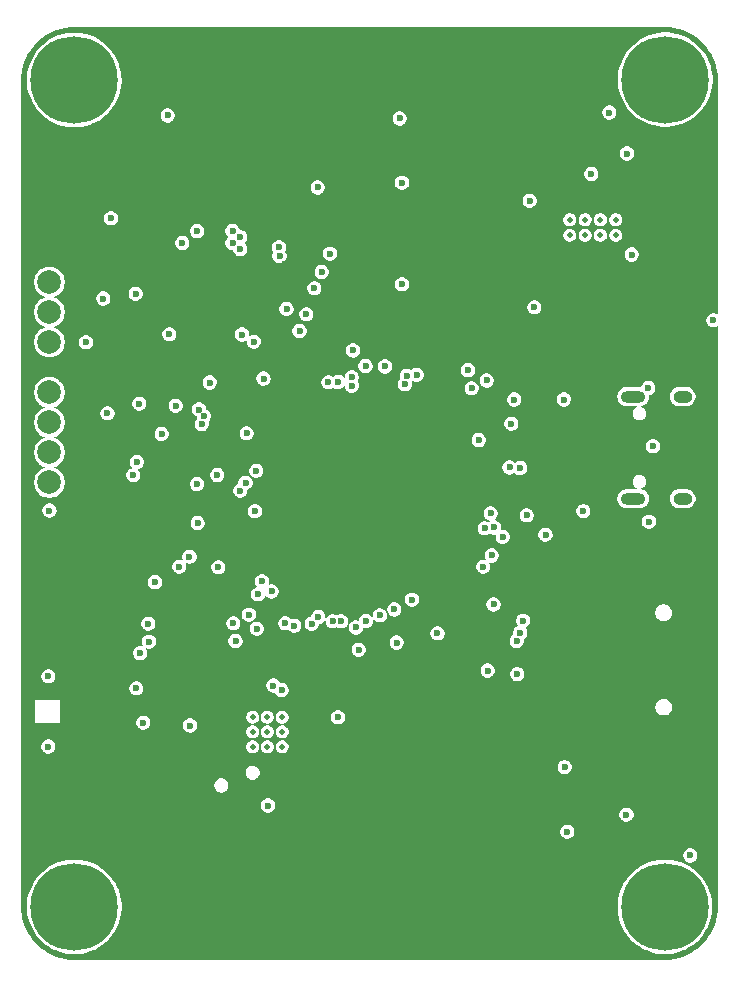
<source format=gbr>
%TF.GenerationSoftware,KiCad,Pcbnew,9.0.3*%
%TF.CreationDate,2025-09-14T01:16:20+07:00*%
%TF.ProjectId,CodeName0,436f6465-4e61-46d6-9530-2e6b69636164,rev?*%
%TF.SameCoordinates,Original*%
%TF.FileFunction,Copper,L3,Inr*%
%TF.FilePolarity,Positive*%
%FSLAX46Y46*%
G04 Gerber Fmt 4.6, Leading zero omitted, Abs format (unit mm)*
G04 Created by KiCad (PCBNEW 9.0.3) date 2025-09-14 01:16:20*
%MOMM*%
%LPD*%
G01*
G04 APERTURE LIST*
%TA.AperFunction,ComponentPad*%
%ADD10C,0.800000*%
%TD*%
%TA.AperFunction,ComponentPad*%
%ADD11C,7.400000*%
%TD*%
%TA.AperFunction,ComponentPad*%
%ADD12C,2.000000*%
%TD*%
%TA.AperFunction,HeatsinkPad*%
%ADD13O,2.100000X1.000000*%
%TD*%
%TA.AperFunction,HeatsinkPad*%
%ADD14O,1.600000X1.000000*%
%TD*%
%TA.AperFunction,ComponentPad*%
%ADD15C,0.500000*%
%TD*%
%TA.AperFunction,ViaPad*%
%ADD16C,0.600000*%
%TD*%
G04 APERTURE END LIST*
D10*
%TO.N,GND*%
%TO.C,REF\u002A\u002A*%
X152225000Y-135000000D03*
X153037779Y-133037779D03*
X153037779Y-136962221D03*
X155000000Y-132225000D03*
D11*
X155000000Y-135000000D03*
D10*
X155000000Y-137775000D03*
X156962221Y-133037779D03*
X156962221Y-136962221D03*
X157775000Y-135000000D03*
%TD*%
D12*
%TO.N,USB_UART_3V3*%
%TO.C,J9*%
X102900000Y-91450000D03*
%TO.N,ESP32_PROG_RX*%
X102900000Y-93990000D03*
%TO.N,ESP32_PROG_TX*%
X102900000Y-96530000D03*
%TO.N,GND*%
X102900000Y-99070000D03*
%TD*%
D10*
%TO.N,GND*%
%TO.C,REF\u002A\u002A*%
X102225000Y-65000000D03*
X103037779Y-63037779D03*
X103037779Y-66962221D03*
X105000000Y-62225000D03*
D11*
X105000000Y-65000000D03*
D10*
X105000000Y-67775000D03*
X106962221Y-63037779D03*
X106962221Y-66962221D03*
X107775000Y-65000000D03*
%TD*%
D13*
%TO.N,SHIELD*%
%TO.C,J3*%
X152320000Y-100440000D03*
D14*
X156500000Y-100440000D03*
D13*
X152320000Y-91800000D03*
D14*
X156500000Y-91800000D03*
%TD*%
D10*
%TO.N,GND*%
%TO.C,REF\u002A\u002A*%
X102225000Y-135000000D03*
X103037779Y-133037779D03*
X103037779Y-136962221D03*
X105000000Y-132225000D03*
D11*
X105000000Y-135000000D03*
D10*
X105000000Y-137775000D03*
X106962221Y-133037779D03*
X106962221Y-136962221D03*
X107775000Y-135000000D03*
%TD*%
D12*
%TO.N,SWDIO*%
%TO.C,J1*%
X102900000Y-82100000D03*
%TO.N,SWCLK*%
X102900000Y-84640000D03*
%TO.N,GND*%
X102900000Y-87180000D03*
%TD*%
D15*
%TO.N,GND*%
%TO.C,U1*%
X146950000Y-78125000D03*
X148250000Y-78125000D03*
X149550000Y-78125000D03*
X150850000Y-78125000D03*
X146950000Y-76825000D03*
X148250000Y-76825000D03*
X149550000Y-76825000D03*
X150850000Y-76825000D03*
%TD*%
D10*
%TO.N,GND*%
%TO.C,REF\u002A\u002A*%
X152262779Y-64962221D03*
X153075558Y-63000000D03*
X153075558Y-66924442D03*
X155037779Y-62187221D03*
D11*
X155037779Y-64962221D03*
D10*
X155037779Y-67737221D03*
X157000000Y-63000000D03*
X157000000Y-66924442D03*
X157812779Y-64962221D03*
%TD*%
D15*
%TO.N,GND*%
%TO.C,U6*%
X120100000Y-118945000D03*
X120100000Y-120195000D03*
X120100000Y-121445000D03*
X121350000Y-118945000D03*
X121350000Y-120195000D03*
X121350000Y-121445000D03*
X122600000Y-118945000D03*
X122600000Y-120195000D03*
X122600000Y-121445000D03*
%TD*%
D16*
%TO.N,GND*%
X121700000Y-108300000D03*
X132750000Y-73700000D03*
X114800000Y-119650000D03*
X115450000Y-102500000D03*
X117200000Y-106250000D03*
X111325000Y-112550000D03*
X110500829Y-92399171D03*
X157150000Y-130650000D03*
X120409620Y-98090380D03*
X112900000Y-68000000D03*
X148775000Y-72950000D03*
X148100000Y-101500000D03*
X110250000Y-116500000D03*
X102800000Y-121435000D03*
X135750000Y-111850000D03*
X152200000Y-79775000D03*
X142000000Y-94100000D03*
X150300000Y-67750000D03*
X106000000Y-87200000D03*
X107807446Y-93217554D03*
X132750000Y-82300000D03*
X102900000Y-101450000D03*
X159100000Y-85350000D03*
X121025000Y-90275000D03*
X131300000Y-89250000D03*
X119054732Y-78302053D03*
X146750000Y-128650000D03*
X113040000Y-86520000D03*
X121400000Y-126425000D03*
X110850000Y-119410000D03*
X127325000Y-118950000D03*
X111825000Y-107500000D03*
X140000000Y-115000000D03*
X146450000Y-92050000D03*
X102800000Y-115485000D03*
X122326446Y-79153554D03*
X120453554Y-111453554D03*
X113580000Y-92570000D03*
X118470000Y-111000000D03*
X108100000Y-76700000D03*
X120300000Y-101500000D03*
X144900000Y-103500000D03*
X119050000Y-79303053D03*
%TO.N,OSC_IN*%
X115400000Y-99200000D03*
X119500000Y-99100000D03*
%TO.N,OSC_OUT*%
X119056239Y-99765642D03*
X117100000Y-98450000D03*
%TO.N,+5V*%
X143950000Y-84250000D03*
X151750000Y-127200000D03*
%TO.N,ADC_VBATT*%
X132550000Y-68250000D03*
X120200000Y-87150000D03*
X125608785Y-74091385D03*
X122974000Y-84375000D03*
%TO.N,Net-(D2-A)*%
X154000000Y-96000000D03*
X153650000Y-102400000D03*
X153600000Y-91076000D03*
%TO.N,SWCLK*%
X110200000Y-83100000D03*
X138337651Y-89558975D03*
%TO.N,SWDIO*%
X107450000Y-83500000D03*
X139247560Y-95478413D03*
%TO.N,SDMMC_DAT3*%
X142246946Y-92054054D03*
X142750000Y-111800000D03*
%TO.N,SDMMC_DAT0*%
X139628554Y-106200000D03*
X139749331Y-102949199D03*
%TO.N,SDMMC_CMD*%
X142450000Y-112500000D03*
X142750000Y-97850000D03*
%TO.N,SDMMC_CLK*%
X134000000Y-89950000D03*
X141850000Y-97800000D03*
X142500000Y-115300000D03*
X138650000Y-91100000D03*
%TO.N,SDMMC_DAT2*%
X143000000Y-110774162D03*
X139917892Y-90432108D03*
%TO.N,SDMMC_DAT1*%
X141278554Y-103678554D03*
X140546159Y-102878007D03*
X140500000Y-109400000D03*
X140350000Y-105250000D03*
%TO.N,TIM_CH2*%
X129700000Y-110800000D03*
X125320000Y-82625000D03*
%TO.N,ADC_CURR*%
X119200000Y-86550000D03*
X126650000Y-79700000D03*
X114750000Y-105350000D03*
X113896446Y-106203554D03*
%TO.N,TIM_CH1*%
X128850000Y-111350000D03*
X125950000Y-81250000D03*
%TO.N,TIM_CH3*%
X130878554Y-110328554D03*
X124650000Y-84825000D03*
%TO.N,TIM_CH4*%
X132083554Y-109823554D03*
X124075000Y-86249000D03*
%TO.N,I2C1_SCL*%
X118400000Y-77775000D03*
X115400000Y-77775000D03*
%TO.N,I2C1_SDA*%
X114150000Y-78800000D03*
X118400000Y-78800000D03*
%TO.N,USART1_RX*%
X127344593Y-90571609D03*
X128600000Y-87892050D03*
%TO.N,USART3_TX*%
X133600000Y-108990919D03*
X132300000Y-112625000D03*
%TO.N,USART2_RX*%
X120550000Y-108550000D03*
X119800000Y-110275000D03*
%TO.N,USART2_TX*%
X111275000Y-111025000D03*
X120893288Y-107450000D03*
%TO.N,BOOT0*%
X126511492Y-90587038D03*
X129660000Y-89220000D03*
%TO.N,GPIO_BUZZER*%
X146525000Y-123175000D03*
X143301000Y-101850000D03*
%TO.N,GPIO_SPI_CS*%
X140250000Y-101700000D03*
X116470000Y-90610000D03*
X129075000Y-113227000D03*
%TO.N,GPIO_EXTI14*%
X119600000Y-94900000D03*
X122380000Y-79900000D03*
%TO.N,SPI1_SCK*%
X115550000Y-92896000D03*
X123630000Y-111201000D03*
%TO.N,GPIO_EXTI4*%
X122856178Y-110998012D03*
X112394135Y-94966310D03*
%TO.N,SPI1_MISO*%
X125662435Y-110472435D03*
X115797438Y-94134398D03*
%TO.N,SPI1_MOSI*%
X115970000Y-93456001D03*
X125096747Y-111038123D03*
%TO.N,+3.3V*%
X107650000Y-79300000D03*
X137100000Y-69400000D03*
X108100000Y-72950000D03*
X112505000Y-92595000D03*
X121300000Y-91800000D03*
X115350000Y-101400000D03*
X113375000Y-113725000D03*
X137125000Y-91250000D03*
X119418140Y-101651000D03*
X138150000Y-107150000D03*
X110450000Y-86650000D03*
X126250000Y-86950000D03*
X116700000Y-119650000D03*
X132828554Y-86078554D03*
X125450000Y-118625000D03*
X140499999Y-108467135D03*
X140016393Y-113766393D03*
X125400000Y-123125000D03*
X119850000Y-126450000D03*
X120700000Y-95900000D03*
X122880000Y-80565000D03*
X112875453Y-107449546D03*
X130925000Y-74700000D03*
X140950000Y-106150000D03*
X117850000Y-116300000D03*
X108750000Y-105875000D03*
X113225000Y-119625000D03*
X121400000Y-109550000D03*
X119150000Y-68000000D03*
%TO.N,Net-(U1-PH)*%
X143550000Y-75225000D03*
X151800000Y-71225000D03*
%TO.N,TIM3_CH2*%
X128500000Y-90882106D03*
%TO.N,TIM3_CH4*%
X127572095Y-110825967D03*
%TO.N,TIM3_CH3*%
X126871549Y-110819406D03*
%TO.N,TIM3_CH1*%
X128500000Y-90175000D03*
%TO.N,UART4_TX*%
X133000000Y-90744192D03*
%TO.N,UART4_RX*%
X133147252Y-90059855D03*
%TO.N,ESP32_EN*%
X117350000Y-122700000D03*
%TO.N,Net-(U7-S)*%
X109994446Y-98451554D03*
X110297000Y-97339894D03*
%TO.N,ESP32_TX*%
X121863909Y-116263909D03*
X118650000Y-112500000D03*
%TO.N,ESP32_RX*%
X110575000Y-113525000D03*
X122550000Y-116650000D03*
%TD*%
%TA.AperFunction,Conductor*%
%TO.N,+3.3V*%
G36*
X155001076Y-60500547D02*
G01*
X155390019Y-60517528D01*
X155394263Y-60517899D01*
X155779210Y-60568578D01*
X155783413Y-60569319D01*
X156162477Y-60653356D01*
X156166599Y-60654461D01*
X156536890Y-60771213D01*
X156540877Y-60772663D01*
X156899601Y-60921252D01*
X156903460Y-60923052D01*
X157247857Y-61102335D01*
X157251559Y-61104472D01*
X157579007Y-61313078D01*
X157582504Y-61315527D01*
X157665518Y-61379226D01*
X157890518Y-61551875D01*
X157893793Y-61554622D01*
X158180049Y-61816927D01*
X158183072Y-61819950D01*
X158445377Y-62106206D01*
X158448124Y-62109481D01*
X158684469Y-62417491D01*
X158686921Y-62420992D01*
X158895527Y-62748440D01*
X158897664Y-62752142D01*
X159076947Y-63096539D01*
X159078752Y-63100409D01*
X159227331Y-63459110D01*
X159228789Y-63463117D01*
X159345537Y-63833397D01*
X159346644Y-63837526D01*
X159430679Y-64216585D01*
X159431421Y-64220794D01*
X159482099Y-64605728D01*
X159482471Y-64609987D01*
X159499453Y-64998923D01*
X159499500Y-65001060D01*
X159499500Y-84802382D01*
X159485148Y-84837030D01*
X159450500Y-84851382D01*
X159426000Y-84844817D01*
X159331786Y-84790423D01*
X159331782Y-84790422D01*
X159179060Y-84749500D01*
X159179057Y-84749500D01*
X159020943Y-84749500D01*
X159020940Y-84749500D01*
X158868217Y-84790422D01*
X158868213Y-84790423D01*
X158731290Y-84869475D01*
X158731281Y-84869482D01*
X158619482Y-84981281D01*
X158619475Y-84981290D01*
X158540423Y-85118213D01*
X158540422Y-85118217D01*
X158499500Y-85270939D01*
X158499500Y-85429060D01*
X158540422Y-85581782D01*
X158540423Y-85581786D01*
X158619475Y-85718709D01*
X158619478Y-85718713D01*
X158619480Y-85718716D01*
X158731284Y-85830520D01*
X158731287Y-85830521D01*
X158731290Y-85830524D01*
X158868213Y-85909576D01*
X158868215Y-85909576D01*
X158868216Y-85909577D01*
X158952818Y-85932246D01*
X159020939Y-85950499D01*
X159020940Y-85950500D01*
X159020943Y-85950500D01*
X159179060Y-85950500D01*
X159179060Y-85950499D01*
X159331784Y-85909577D01*
X159333690Y-85908477D01*
X159426000Y-85855182D01*
X159463182Y-85850287D01*
X159492935Y-85873117D01*
X159499500Y-85897617D01*
X159499500Y-134998939D01*
X159499453Y-135001076D01*
X159482471Y-135390012D01*
X159482099Y-135394271D01*
X159431421Y-135779205D01*
X159430679Y-135783414D01*
X159346644Y-136162473D01*
X159345537Y-136166602D01*
X159228789Y-136536882D01*
X159227327Y-136540900D01*
X159078754Y-136899586D01*
X159076947Y-136903460D01*
X158897664Y-137247857D01*
X158895527Y-137251559D01*
X158686921Y-137579007D01*
X158684469Y-137582508D01*
X158448124Y-137890518D01*
X158445377Y-137893793D01*
X158183072Y-138180049D01*
X158180049Y-138183072D01*
X157893793Y-138445377D01*
X157890518Y-138448124D01*
X157582508Y-138684469D01*
X157579007Y-138686921D01*
X157251559Y-138895527D01*
X157247857Y-138897664D01*
X156903460Y-139076947D01*
X156899586Y-139078754D01*
X156684559Y-139167821D01*
X156604621Y-139200933D01*
X156540900Y-139227327D01*
X156536882Y-139228789D01*
X156166602Y-139345537D01*
X156162473Y-139346644D01*
X155783414Y-139430679D01*
X155779205Y-139431421D01*
X155394271Y-139482099D01*
X155390012Y-139482471D01*
X155001076Y-139499453D01*
X154998939Y-139499500D01*
X105001061Y-139499500D01*
X104998924Y-139499453D01*
X104609987Y-139482471D01*
X104605728Y-139482099D01*
X104220794Y-139431421D01*
X104216585Y-139430679D01*
X103837526Y-139346644D01*
X103833397Y-139345537D01*
X103463117Y-139228789D01*
X103459110Y-139227331D01*
X103100409Y-139078752D01*
X103096539Y-139076947D01*
X102752142Y-138897664D01*
X102748440Y-138895527D01*
X102420992Y-138686921D01*
X102417491Y-138684469D01*
X102109481Y-138448124D01*
X102106206Y-138445377D01*
X101819950Y-138183072D01*
X101816927Y-138180049D01*
X101554622Y-137893793D01*
X101551875Y-137890518D01*
X101397874Y-137689820D01*
X101315527Y-137582504D01*
X101313078Y-137579007D01*
X101104472Y-137251559D01*
X101102335Y-137247857D01*
X100923052Y-136903460D01*
X100921252Y-136899601D01*
X100772663Y-136540877D01*
X100771210Y-136536882D01*
X100654462Y-136166602D01*
X100653355Y-136162473D01*
X100611393Y-135973196D01*
X100569319Y-135783413D01*
X100568578Y-135779205D01*
X100543366Y-135587703D01*
X100517899Y-135394263D01*
X100517528Y-135390012D01*
X100500547Y-135001076D01*
X100500500Y-134998939D01*
X100500500Y-134803466D01*
X100999500Y-134803466D01*
X100999500Y-135196533D01*
X101038026Y-135587698D01*
X101038029Y-135587719D01*
X101114705Y-135973196D01*
X101114710Y-135973216D01*
X101228807Y-136349345D01*
X101228810Y-136349354D01*
X101379226Y-136712493D01*
X101379228Y-136712497D01*
X101564514Y-137059142D01*
X101564518Y-137059149D01*
X101782893Y-137385969D01*
X102032250Y-137689812D01*
X102032257Y-137689820D01*
X102310179Y-137967742D01*
X102310184Y-137967746D01*
X102310188Y-137967750D01*
X102614031Y-138217107D01*
X102940851Y-138435482D01*
X102964503Y-138448124D01*
X103287502Y-138620771D01*
X103287506Y-138620773D01*
X103447203Y-138686921D01*
X103650647Y-138771190D01*
X104026785Y-138885290D01*
X104026794Y-138885291D01*
X104026803Y-138885294D01*
X104412280Y-138961970D01*
X104412286Y-138961970D01*
X104412297Y-138961973D01*
X104725233Y-138992794D01*
X104803467Y-139000500D01*
X104803468Y-139000500D01*
X105196533Y-139000500D01*
X105261727Y-138994078D01*
X105587703Y-138961973D01*
X105587715Y-138961970D01*
X105587719Y-138961970D01*
X105973196Y-138885294D01*
X105973200Y-138885292D01*
X105973215Y-138885290D01*
X106349353Y-138771190D01*
X106578349Y-138676336D01*
X106712493Y-138620773D01*
X106712497Y-138620771D01*
X107059149Y-138435482D01*
X107385969Y-138217107D01*
X107689812Y-137967750D01*
X107967750Y-137689812D01*
X108217107Y-137385969D01*
X108435482Y-137059149D01*
X108620771Y-136712497D01*
X108771190Y-136349353D01*
X108885290Y-135973215D01*
X108943425Y-135680953D01*
X108961970Y-135587719D01*
X108961970Y-135587715D01*
X108961973Y-135587703D01*
X109000500Y-135196532D01*
X109000500Y-134803468D01*
X109000500Y-134803466D01*
X150999500Y-134803466D01*
X150999500Y-135196533D01*
X151038026Y-135587698D01*
X151038029Y-135587719D01*
X151114705Y-135973196D01*
X151114710Y-135973216D01*
X151228807Y-136349345D01*
X151228810Y-136349354D01*
X151379226Y-136712493D01*
X151379228Y-136712497D01*
X151564514Y-137059142D01*
X151564518Y-137059149D01*
X151782893Y-137385969D01*
X152032250Y-137689812D01*
X152032257Y-137689820D01*
X152310179Y-137967742D01*
X152310184Y-137967746D01*
X152310188Y-137967750D01*
X152614031Y-138217107D01*
X152940851Y-138435482D01*
X152964503Y-138448124D01*
X153287502Y-138620771D01*
X153287506Y-138620773D01*
X153447203Y-138686921D01*
X153650647Y-138771190D01*
X154026785Y-138885290D01*
X154026794Y-138885291D01*
X154026803Y-138885294D01*
X154412280Y-138961970D01*
X154412286Y-138961970D01*
X154412297Y-138961973D01*
X154725233Y-138992794D01*
X154803467Y-139000500D01*
X154803468Y-139000500D01*
X155196533Y-139000500D01*
X155261727Y-138994078D01*
X155587703Y-138961973D01*
X155587715Y-138961970D01*
X155587719Y-138961970D01*
X155973196Y-138885294D01*
X155973200Y-138885292D01*
X155973215Y-138885290D01*
X156349353Y-138771190D01*
X156578349Y-138676336D01*
X156712493Y-138620773D01*
X156712497Y-138620771D01*
X157059149Y-138435482D01*
X157385969Y-138217107D01*
X157689812Y-137967750D01*
X157967750Y-137689812D01*
X158217107Y-137385969D01*
X158435482Y-137059149D01*
X158620771Y-136712497D01*
X158771190Y-136349353D01*
X158885290Y-135973215D01*
X158943425Y-135680953D01*
X158961970Y-135587719D01*
X158961970Y-135587715D01*
X158961973Y-135587703D01*
X159000500Y-135196532D01*
X159000500Y-134803468D01*
X158961973Y-134412297D01*
X158885290Y-134026785D01*
X158771190Y-133650647D01*
X158743407Y-133583573D01*
X158620773Y-133287506D01*
X158620771Y-133287502D01*
X158435485Y-132940857D01*
X158435482Y-132940851D01*
X158217107Y-132614031D01*
X157967750Y-132310188D01*
X157967746Y-132310184D01*
X157967742Y-132310179D01*
X157689820Y-132032257D01*
X157689814Y-132032252D01*
X157689812Y-132032250D01*
X157385969Y-131782893D01*
X157059149Y-131564518D01*
X157059142Y-131564514D01*
X156712497Y-131379228D01*
X156712493Y-131379226D01*
X156349354Y-131228810D01*
X156349345Y-131228807D01*
X155973216Y-131114710D01*
X155973196Y-131114705D01*
X155587719Y-131038029D01*
X155587698Y-131038026D01*
X155196533Y-130999500D01*
X155196532Y-130999500D01*
X154803468Y-130999500D01*
X154803467Y-130999500D01*
X154412301Y-131038026D01*
X154412280Y-131038029D01*
X154026803Y-131114705D01*
X154026783Y-131114710D01*
X153650654Y-131228807D01*
X153650645Y-131228810D01*
X153287506Y-131379226D01*
X153287502Y-131379228D01*
X152940857Y-131564514D01*
X152940849Y-131564519D01*
X152614033Y-131782891D01*
X152310179Y-132032257D01*
X152032257Y-132310179D01*
X151782891Y-132614033D01*
X151564519Y-132940849D01*
X151564514Y-132940857D01*
X151379228Y-133287502D01*
X151379226Y-133287506D01*
X151228810Y-133650645D01*
X151228807Y-133650654D01*
X151114710Y-134026783D01*
X151114705Y-134026803D01*
X151038029Y-134412280D01*
X151038026Y-134412301D01*
X150999500Y-134803466D01*
X109000500Y-134803466D01*
X108961973Y-134412297D01*
X108885290Y-134026785D01*
X108771190Y-133650647D01*
X108743407Y-133583573D01*
X108620773Y-133287506D01*
X108620771Y-133287502D01*
X108435485Y-132940857D01*
X108435482Y-132940851D01*
X108217107Y-132614031D01*
X107967750Y-132310188D01*
X107967746Y-132310184D01*
X107967742Y-132310179D01*
X107689820Y-132032257D01*
X107689814Y-132032252D01*
X107689812Y-132032250D01*
X107385969Y-131782893D01*
X107059149Y-131564518D01*
X107059142Y-131564514D01*
X106712497Y-131379228D01*
X106712493Y-131379226D01*
X106349354Y-131228810D01*
X106349345Y-131228807D01*
X105973216Y-131114710D01*
X105973196Y-131114705D01*
X105587719Y-131038029D01*
X105587698Y-131038026D01*
X105196533Y-130999500D01*
X105196532Y-130999500D01*
X104803468Y-130999500D01*
X104803467Y-130999500D01*
X104412301Y-131038026D01*
X104412280Y-131038029D01*
X104026803Y-131114705D01*
X104026783Y-131114710D01*
X103650654Y-131228807D01*
X103650645Y-131228810D01*
X103287506Y-131379226D01*
X103287502Y-131379228D01*
X102940857Y-131564514D01*
X102940849Y-131564519D01*
X102614033Y-131782891D01*
X102310179Y-132032257D01*
X102032257Y-132310179D01*
X101782891Y-132614033D01*
X101564519Y-132940849D01*
X101564514Y-132940857D01*
X101379228Y-133287502D01*
X101379226Y-133287506D01*
X101228810Y-133650645D01*
X101228807Y-133650654D01*
X101114710Y-134026783D01*
X101114705Y-134026803D01*
X101038029Y-134412280D01*
X101038026Y-134412301D01*
X100999500Y-134803466D01*
X100500500Y-134803466D01*
X100500500Y-130570939D01*
X156549500Y-130570939D01*
X156549500Y-130729060D01*
X156590422Y-130881782D01*
X156590423Y-130881786D01*
X156669475Y-131018709D01*
X156669478Y-131018713D01*
X156669480Y-131018716D01*
X156781284Y-131130520D01*
X156781287Y-131130521D01*
X156781290Y-131130524D01*
X156918213Y-131209576D01*
X156918215Y-131209576D01*
X156918216Y-131209577D01*
X156989995Y-131228810D01*
X157070939Y-131250499D01*
X157070940Y-131250500D01*
X157070943Y-131250500D01*
X157229060Y-131250500D01*
X157229060Y-131250499D01*
X157381784Y-131209577D01*
X157518716Y-131130520D01*
X157630520Y-131018716D01*
X157709577Y-130881784D01*
X157750499Y-130729060D01*
X157750500Y-130729060D01*
X157750500Y-130570940D01*
X157750499Y-130570939D01*
X157709577Y-130418217D01*
X157709576Y-130418213D01*
X157630524Y-130281290D01*
X157630521Y-130281287D01*
X157630520Y-130281284D01*
X157518716Y-130169480D01*
X157518713Y-130169478D01*
X157518709Y-130169475D01*
X157381786Y-130090423D01*
X157381782Y-130090422D01*
X157229060Y-130049500D01*
X157229057Y-130049500D01*
X157070943Y-130049500D01*
X157070940Y-130049500D01*
X156918217Y-130090422D01*
X156918213Y-130090423D01*
X156781290Y-130169475D01*
X156781281Y-130169482D01*
X156669482Y-130281281D01*
X156669475Y-130281290D01*
X156590423Y-130418213D01*
X156590422Y-130418217D01*
X156549500Y-130570939D01*
X100500500Y-130570939D01*
X100500500Y-128570939D01*
X146149500Y-128570939D01*
X146149500Y-128729060D01*
X146190422Y-128881782D01*
X146190423Y-128881786D01*
X146269475Y-129018709D01*
X146269478Y-129018713D01*
X146269480Y-129018716D01*
X146381284Y-129130520D01*
X146381287Y-129130521D01*
X146381290Y-129130524D01*
X146518213Y-129209576D01*
X146518215Y-129209576D01*
X146518216Y-129209577D01*
X146638665Y-129241851D01*
X146670939Y-129250499D01*
X146670940Y-129250500D01*
X146670943Y-129250500D01*
X146829060Y-129250500D01*
X146829060Y-129250499D01*
X146981784Y-129209577D01*
X147118716Y-129130520D01*
X147230520Y-129018716D01*
X147309577Y-128881784D01*
X147350499Y-128729060D01*
X147350500Y-128729060D01*
X147350500Y-128570940D01*
X147350499Y-128570939D01*
X147309577Y-128418217D01*
X147309576Y-128418213D01*
X147230524Y-128281290D01*
X147230521Y-128281287D01*
X147230520Y-128281284D01*
X147118716Y-128169480D01*
X147118713Y-128169478D01*
X147118709Y-128169475D01*
X146981786Y-128090423D01*
X146981782Y-128090422D01*
X146829060Y-128049500D01*
X146829057Y-128049500D01*
X146670943Y-128049500D01*
X146670940Y-128049500D01*
X146518217Y-128090422D01*
X146518213Y-128090423D01*
X146381290Y-128169475D01*
X146381281Y-128169482D01*
X146269482Y-128281281D01*
X146269475Y-128281290D01*
X146190423Y-128418213D01*
X146190422Y-128418217D01*
X146149500Y-128570939D01*
X100500500Y-128570939D01*
X100500500Y-127120939D01*
X151149500Y-127120939D01*
X151149500Y-127279060D01*
X151190422Y-127431782D01*
X151190423Y-127431786D01*
X151269475Y-127568709D01*
X151269478Y-127568713D01*
X151269480Y-127568716D01*
X151381284Y-127680520D01*
X151381287Y-127680521D01*
X151381290Y-127680524D01*
X151518213Y-127759576D01*
X151518215Y-127759576D01*
X151518216Y-127759577D01*
X151638665Y-127791851D01*
X151670939Y-127800499D01*
X151670940Y-127800500D01*
X151670943Y-127800500D01*
X151829060Y-127800500D01*
X151829060Y-127800499D01*
X151981784Y-127759577D01*
X152118716Y-127680520D01*
X152230520Y-127568716D01*
X152309577Y-127431784D01*
X152350499Y-127279060D01*
X152350500Y-127279060D01*
X152350500Y-127120940D01*
X152350499Y-127120939D01*
X152313961Y-126984577D01*
X152309577Y-126968216D01*
X152309576Y-126968215D01*
X152309576Y-126968213D01*
X152230524Y-126831290D01*
X152230521Y-126831287D01*
X152230520Y-126831284D01*
X152118716Y-126719480D01*
X152118713Y-126719478D01*
X152118709Y-126719475D01*
X151981786Y-126640423D01*
X151981782Y-126640422D01*
X151829060Y-126599500D01*
X151829057Y-126599500D01*
X151670943Y-126599500D01*
X151670940Y-126599500D01*
X151518217Y-126640422D01*
X151518213Y-126640423D01*
X151381290Y-126719475D01*
X151381281Y-126719482D01*
X151269482Y-126831281D01*
X151269475Y-126831290D01*
X151190423Y-126968213D01*
X151190422Y-126968217D01*
X151149500Y-127120939D01*
X100500500Y-127120939D01*
X100500500Y-126345939D01*
X120799500Y-126345939D01*
X120799500Y-126504060D01*
X120840422Y-126656782D01*
X120840423Y-126656786D01*
X120919475Y-126793709D01*
X120919478Y-126793713D01*
X120919480Y-126793716D01*
X121031284Y-126905520D01*
X121031287Y-126905521D01*
X121031290Y-126905524D01*
X121168213Y-126984576D01*
X121168215Y-126984576D01*
X121168216Y-126984577D01*
X121288665Y-127016851D01*
X121320939Y-127025499D01*
X121320940Y-127025500D01*
X121320943Y-127025500D01*
X121479060Y-127025500D01*
X121479060Y-127025499D01*
X121631784Y-126984577D01*
X121660123Y-126968216D01*
X121768709Y-126905524D01*
X121768708Y-126905524D01*
X121768716Y-126905520D01*
X121880520Y-126793716D01*
X121959577Y-126656784D01*
X122000499Y-126504060D01*
X122000500Y-126504060D01*
X122000500Y-126345940D01*
X122000499Y-126345939D01*
X121959577Y-126193217D01*
X121959576Y-126193213D01*
X121880524Y-126056290D01*
X121880521Y-126056287D01*
X121880520Y-126056284D01*
X121768716Y-125944480D01*
X121768713Y-125944478D01*
X121768709Y-125944475D01*
X121631786Y-125865423D01*
X121631782Y-125865422D01*
X121479060Y-125824500D01*
X121479057Y-125824500D01*
X121320943Y-125824500D01*
X121320940Y-125824500D01*
X121168217Y-125865422D01*
X121168213Y-125865423D01*
X121031290Y-125944475D01*
X121031281Y-125944482D01*
X120919482Y-126056281D01*
X120919475Y-126056290D01*
X120840423Y-126193213D01*
X120840422Y-126193217D01*
X120799500Y-126345939D01*
X100500500Y-126345939D01*
X100500500Y-124650939D01*
X116839500Y-124650939D01*
X116839500Y-124809060D01*
X116880422Y-124961782D01*
X116880423Y-124961786D01*
X116959475Y-125098709D01*
X116959478Y-125098713D01*
X116959480Y-125098716D01*
X117071284Y-125210520D01*
X117071287Y-125210521D01*
X117071290Y-125210524D01*
X117208213Y-125289576D01*
X117208215Y-125289576D01*
X117208216Y-125289577D01*
X117328665Y-125321851D01*
X117360939Y-125330499D01*
X117360940Y-125330500D01*
X117360943Y-125330500D01*
X117519060Y-125330500D01*
X117519060Y-125330499D01*
X117671784Y-125289577D01*
X117808716Y-125210520D01*
X117920520Y-125098716D01*
X117999577Y-124961784D01*
X118040499Y-124809060D01*
X118040500Y-124809060D01*
X118040500Y-124650940D01*
X118040499Y-124650939D01*
X117999577Y-124498217D01*
X117999576Y-124498213D01*
X117920524Y-124361290D01*
X117920521Y-124361287D01*
X117920520Y-124361284D01*
X117808716Y-124249480D01*
X117808713Y-124249478D01*
X117808709Y-124249475D01*
X117671786Y-124170423D01*
X117671782Y-124170422D01*
X117519060Y-124129500D01*
X117519057Y-124129500D01*
X117360943Y-124129500D01*
X117360940Y-124129500D01*
X117208217Y-124170422D01*
X117208213Y-124170423D01*
X117071290Y-124249475D01*
X117071281Y-124249482D01*
X116959482Y-124361281D01*
X116959475Y-124361290D01*
X116880423Y-124498213D01*
X116880422Y-124498217D01*
X116839500Y-124650939D01*
X100500500Y-124650939D01*
X100500500Y-123570939D01*
X119499500Y-123570939D01*
X119499500Y-123729060D01*
X119540422Y-123881782D01*
X119540423Y-123881786D01*
X119619475Y-124018709D01*
X119619478Y-124018713D01*
X119619480Y-124018716D01*
X119731284Y-124130520D01*
X119731287Y-124130521D01*
X119731290Y-124130524D01*
X119868213Y-124209576D01*
X119868215Y-124209576D01*
X119868216Y-124209577D01*
X119988665Y-124241851D01*
X120020939Y-124250499D01*
X120020940Y-124250500D01*
X120020943Y-124250500D01*
X120179060Y-124250500D01*
X120179060Y-124250499D01*
X120331784Y-124209577D01*
X120468716Y-124130520D01*
X120580520Y-124018716D01*
X120659577Y-123881784D01*
X120700499Y-123729060D01*
X120700500Y-123729060D01*
X120700500Y-123570940D01*
X120700499Y-123570939D01*
X120659577Y-123418217D01*
X120659576Y-123418213D01*
X120580524Y-123281290D01*
X120580521Y-123281287D01*
X120580520Y-123281284D01*
X120468716Y-123169480D01*
X120468713Y-123169478D01*
X120468709Y-123169475D01*
X120409283Y-123135166D01*
X120341340Y-123095939D01*
X145924500Y-123095939D01*
X145924500Y-123254060D01*
X145965422Y-123406782D01*
X145965423Y-123406786D01*
X146044475Y-123543709D01*
X146044478Y-123543713D01*
X146044480Y-123543716D01*
X146156284Y-123655520D01*
X146156287Y-123655521D01*
X146156290Y-123655524D01*
X146293213Y-123734576D01*
X146293215Y-123734576D01*
X146293216Y-123734577D01*
X146413665Y-123766851D01*
X146445939Y-123775499D01*
X146445940Y-123775500D01*
X146445943Y-123775500D01*
X146604060Y-123775500D01*
X146604060Y-123775499D01*
X146756784Y-123734577D01*
X146893716Y-123655520D01*
X147005520Y-123543716D01*
X147084577Y-123406784D01*
X147125499Y-123254060D01*
X147125500Y-123254060D01*
X147125500Y-123095940D01*
X147125499Y-123095939D01*
X147084577Y-122943217D01*
X147084576Y-122943213D01*
X147005524Y-122806290D01*
X147005521Y-122806287D01*
X147005520Y-122806284D01*
X146893716Y-122694480D01*
X146893713Y-122694478D01*
X146893709Y-122694475D01*
X146756786Y-122615423D01*
X146756782Y-122615422D01*
X146604060Y-122574500D01*
X146604057Y-122574500D01*
X146445943Y-122574500D01*
X146445940Y-122574500D01*
X146293217Y-122615422D01*
X146293213Y-122615423D01*
X146156290Y-122694475D01*
X146156281Y-122694482D01*
X146044482Y-122806281D01*
X146044475Y-122806290D01*
X145965423Y-122943213D01*
X145965422Y-122943217D01*
X145924500Y-123095939D01*
X120341340Y-123095939D01*
X120331786Y-123090423D01*
X120331782Y-123090422D01*
X120179060Y-123049500D01*
X120179057Y-123049500D01*
X120020943Y-123049500D01*
X120020940Y-123049500D01*
X119868217Y-123090422D01*
X119868213Y-123090423D01*
X119731290Y-123169475D01*
X119731281Y-123169482D01*
X119619482Y-123281281D01*
X119619475Y-123281290D01*
X119540423Y-123418213D01*
X119540422Y-123418217D01*
X119499500Y-123570939D01*
X100500500Y-123570939D01*
X100500500Y-121355939D01*
X102199500Y-121355939D01*
X102199500Y-121514060D01*
X102240422Y-121666782D01*
X102240423Y-121666786D01*
X102319475Y-121803709D01*
X102319478Y-121803713D01*
X102319480Y-121803716D01*
X102431284Y-121915520D01*
X102431287Y-121915521D01*
X102431290Y-121915524D01*
X102568213Y-121994576D01*
X102568215Y-121994576D01*
X102568216Y-121994577D01*
X102688665Y-122026851D01*
X102720939Y-122035499D01*
X102720940Y-122035500D01*
X102720943Y-122035500D01*
X102879060Y-122035500D01*
X102879060Y-122035499D01*
X103031784Y-121994577D01*
X103168716Y-121915520D01*
X103280520Y-121803716D01*
X103359577Y-121666784D01*
X103400499Y-121514060D01*
X103400500Y-121514060D01*
X103400500Y-121372522D01*
X119549500Y-121372522D01*
X119549500Y-121517477D01*
X119587015Y-121657483D01*
X119587016Y-121657487D01*
X119659491Y-121783015D01*
X119761985Y-121885509D01*
X119807930Y-121912035D01*
X119887512Y-121957983D01*
X119887514Y-121957983D01*
X119887515Y-121957984D01*
X119922517Y-121967363D01*
X120027522Y-121995500D01*
X120027525Y-121995500D01*
X120172477Y-121995500D01*
X120242480Y-121976742D01*
X120312485Y-121957984D01*
X120438015Y-121885509D01*
X120540509Y-121783015D01*
X120612984Y-121657485D01*
X120631742Y-121587480D01*
X120650500Y-121517477D01*
X120650500Y-121372522D01*
X120799500Y-121372522D01*
X120799500Y-121517477D01*
X120837015Y-121657483D01*
X120837016Y-121657487D01*
X120909491Y-121783015D01*
X121011985Y-121885509D01*
X121057930Y-121912035D01*
X121137512Y-121957983D01*
X121137514Y-121957983D01*
X121137515Y-121957984D01*
X121172517Y-121967363D01*
X121277522Y-121995500D01*
X121277525Y-121995500D01*
X121422477Y-121995500D01*
X121492480Y-121976742D01*
X121562485Y-121957984D01*
X121688015Y-121885509D01*
X121790509Y-121783015D01*
X121862984Y-121657485D01*
X121881742Y-121587480D01*
X121900500Y-121517477D01*
X121900500Y-121372522D01*
X122049500Y-121372522D01*
X122049500Y-121517477D01*
X122087015Y-121657483D01*
X122087016Y-121657487D01*
X122159491Y-121783015D01*
X122261985Y-121885509D01*
X122307930Y-121912035D01*
X122387512Y-121957983D01*
X122387514Y-121957983D01*
X122387515Y-121957984D01*
X122422517Y-121967363D01*
X122527522Y-121995500D01*
X122527525Y-121995500D01*
X122672477Y-121995500D01*
X122742480Y-121976742D01*
X122812485Y-121957984D01*
X122938015Y-121885509D01*
X123040509Y-121783015D01*
X123112984Y-121657485D01*
X123131742Y-121587480D01*
X123150500Y-121517477D01*
X123150500Y-121372522D01*
X123112984Y-121232516D01*
X123112983Y-121232512D01*
X123040508Y-121106984D01*
X122938015Y-121004491D01*
X122812487Y-120932016D01*
X122812483Y-120932015D01*
X122672478Y-120894500D01*
X122672475Y-120894500D01*
X122527525Y-120894500D01*
X122527522Y-120894500D01*
X122387516Y-120932015D01*
X122387512Y-120932016D01*
X122261984Y-121004491D01*
X122261984Y-121004492D01*
X122159492Y-121106984D01*
X122159491Y-121106984D01*
X122087016Y-121232512D01*
X122087015Y-121232516D01*
X122049500Y-121372522D01*
X121900500Y-121372522D01*
X121862984Y-121232516D01*
X121862983Y-121232512D01*
X121790508Y-121106984D01*
X121688015Y-121004491D01*
X121562487Y-120932016D01*
X121562483Y-120932015D01*
X121422478Y-120894500D01*
X121422475Y-120894500D01*
X121277525Y-120894500D01*
X121277522Y-120894500D01*
X121137516Y-120932015D01*
X121137512Y-120932016D01*
X121011984Y-121004491D01*
X121011984Y-121004492D01*
X120909492Y-121106984D01*
X120909491Y-121106984D01*
X120837016Y-121232512D01*
X120837015Y-121232516D01*
X120799500Y-121372522D01*
X120650500Y-121372522D01*
X120612984Y-121232516D01*
X120612983Y-121232512D01*
X120540508Y-121106984D01*
X120438015Y-121004491D01*
X120312487Y-120932016D01*
X120312483Y-120932015D01*
X120172478Y-120894500D01*
X120172475Y-120894500D01*
X120027525Y-120894500D01*
X120027522Y-120894500D01*
X119887516Y-120932015D01*
X119887512Y-120932016D01*
X119761984Y-121004491D01*
X119761984Y-121004492D01*
X119659492Y-121106984D01*
X119659491Y-121106984D01*
X119587016Y-121232512D01*
X119587015Y-121232516D01*
X119549500Y-121372522D01*
X103400500Y-121372522D01*
X103400500Y-121355940D01*
X103400499Y-121355939D01*
X103367428Y-121232516D01*
X103359577Y-121203216D01*
X103359576Y-121203215D01*
X103359576Y-121203213D01*
X103280524Y-121066290D01*
X103280521Y-121066287D01*
X103280520Y-121066284D01*
X103168716Y-120954480D01*
X103168713Y-120954478D01*
X103168709Y-120954475D01*
X103031786Y-120875423D01*
X103031782Y-120875422D01*
X102879060Y-120834500D01*
X102879057Y-120834500D01*
X102720943Y-120834500D01*
X102720940Y-120834500D01*
X102568217Y-120875422D01*
X102568213Y-120875423D01*
X102431290Y-120954475D01*
X102431281Y-120954482D01*
X102319482Y-121066281D01*
X102319475Y-121066290D01*
X102240423Y-121203213D01*
X102240422Y-121203217D01*
X102199500Y-121355939D01*
X100500500Y-121355939D01*
X100500500Y-119410000D01*
X101700000Y-119410000D01*
X103790000Y-119410000D01*
X103790000Y-119330939D01*
X110249500Y-119330939D01*
X110249500Y-119489060D01*
X110290422Y-119641782D01*
X110290423Y-119641786D01*
X110369475Y-119778709D01*
X110369478Y-119778713D01*
X110369480Y-119778716D01*
X110481284Y-119890520D01*
X110481287Y-119890521D01*
X110481290Y-119890524D01*
X110618213Y-119969576D01*
X110618215Y-119969576D01*
X110618216Y-119969577D01*
X110738665Y-120001851D01*
X110770939Y-120010499D01*
X110770940Y-120010500D01*
X110770943Y-120010500D01*
X110929060Y-120010500D01*
X110929060Y-120010499D01*
X111081784Y-119969577D01*
X111218716Y-119890520D01*
X111330520Y-119778716D01*
X111409577Y-119641784D01*
X111428560Y-119570939D01*
X114199500Y-119570939D01*
X114199500Y-119729060D01*
X114240422Y-119881782D01*
X114240423Y-119881786D01*
X114319475Y-120018709D01*
X114319478Y-120018713D01*
X114319480Y-120018716D01*
X114431284Y-120130520D01*
X114431287Y-120130521D01*
X114431290Y-120130524D01*
X114568213Y-120209576D01*
X114568215Y-120209576D01*
X114568216Y-120209577D01*
X114688665Y-120241851D01*
X114720939Y-120250499D01*
X114720940Y-120250500D01*
X114720943Y-120250500D01*
X114879060Y-120250500D01*
X114879060Y-120250499D01*
X115031784Y-120209577D01*
X115168716Y-120130520D01*
X115176714Y-120122522D01*
X119549500Y-120122522D01*
X119549500Y-120267477D01*
X119587015Y-120407483D01*
X119587016Y-120407487D01*
X119659491Y-120533015D01*
X119761985Y-120635509D01*
X119807930Y-120662035D01*
X119887512Y-120707983D01*
X119887514Y-120707983D01*
X119887515Y-120707984D01*
X119922517Y-120717363D01*
X120027522Y-120745500D01*
X120027525Y-120745500D01*
X120172477Y-120745500D01*
X120242480Y-120726742D01*
X120312485Y-120707984D01*
X120438015Y-120635509D01*
X120540509Y-120533015D01*
X120612984Y-120407485D01*
X120631742Y-120337480D01*
X120650500Y-120267477D01*
X120650500Y-120122522D01*
X120799500Y-120122522D01*
X120799500Y-120267477D01*
X120837015Y-120407483D01*
X120837016Y-120407487D01*
X120909491Y-120533015D01*
X121011985Y-120635509D01*
X121057930Y-120662035D01*
X121137512Y-120707983D01*
X121137514Y-120707983D01*
X121137515Y-120707984D01*
X121172517Y-120717363D01*
X121277522Y-120745500D01*
X121277525Y-120745500D01*
X121422477Y-120745500D01*
X121492480Y-120726742D01*
X121562485Y-120707984D01*
X121688015Y-120635509D01*
X121790509Y-120533015D01*
X121862984Y-120407485D01*
X121881742Y-120337480D01*
X121900500Y-120267477D01*
X121900500Y-120122522D01*
X122049500Y-120122522D01*
X122049500Y-120267477D01*
X122087015Y-120407483D01*
X122087016Y-120407487D01*
X122159491Y-120533015D01*
X122261985Y-120635509D01*
X122307930Y-120662035D01*
X122387512Y-120707983D01*
X122387514Y-120707983D01*
X122387515Y-120707984D01*
X122422517Y-120717363D01*
X122527522Y-120745500D01*
X122527525Y-120745500D01*
X122672477Y-120745500D01*
X122742480Y-120726742D01*
X122812485Y-120707984D01*
X122938015Y-120635509D01*
X123040509Y-120533015D01*
X123112984Y-120407485D01*
X123131742Y-120337480D01*
X123150500Y-120267477D01*
X123150500Y-120122522D01*
X123112984Y-119982516D01*
X123112983Y-119982512D01*
X123059873Y-119890524D01*
X123040509Y-119856985D01*
X122938015Y-119754491D01*
X122812487Y-119682016D01*
X122812483Y-119682015D01*
X122672478Y-119644500D01*
X122672475Y-119644500D01*
X122527525Y-119644500D01*
X122527522Y-119644500D01*
X122387516Y-119682015D01*
X122387512Y-119682016D01*
X122261984Y-119754491D01*
X122261984Y-119754492D01*
X122159492Y-119856984D01*
X122159491Y-119856984D01*
X122087016Y-119982512D01*
X122087015Y-119982516D01*
X122049500Y-120122522D01*
X121900500Y-120122522D01*
X121862984Y-119982516D01*
X121862983Y-119982512D01*
X121809873Y-119890524D01*
X121790509Y-119856985D01*
X121688015Y-119754491D01*
X121562487Y-119682016D01*
X121562483Y-119682015D01*
X121422478Y-119644500D01*
X121422475Y-119644500D01*
X121277525Y-119644500D01*
X121277522Y-119644500D01*
X121137516Y-119682015D01*
X121137512Y-119682016D01*
X121011984Y-119754491D01*
X121011984Y-119754492D01*
X120909492Y-119856984D01*
X120909491Y-119856984D01*
X120837016Y-119982512D01*
X120837015Y-119982516D01*
X120799500Y-120122522D01*
X120650500Y-120122522D01*
X120612984Y-119982516D01*
X120612983Y-119982512D01*
X120559873Y-119890524D01*
X120540509Y-119856985D01*
X120438015Y-119754491D01*
X120312487Y-119682016D01*
X120312483Y-119682015D01*
X120172478Y-119644500D01*
X120172475Y-119644500D01*
X120027525Y-119644500D01*
X120027522Y-119644500D01*
X119887516Y-119682015D01*
X119887512Y-119682016D01*
X119761984Y-119754491D01*
X119761984Y-119754492D01*
X119659492Y-119856984D01*
X119659491Y-119856984D01*
X119587016Y-119982512D01*
X119587015Y-119982516D01*
X119549500Y-120122522D01*
X115176714Y-120122522D01*
X115280520Y-120018716D01*
X115359577Y-119881784D01*
X115400499Y-119729060D01*
X115400500Y-119729060D01*
X115400500Y-119570940D01*
X115400499Y-119570939D01*
X115380285Y-119495500D01*
X115359577Y-119418216D01*
X115359576Y-119418215D01*
X115359576Y-119418213D01*
X115280524Y-119281290D01*
X115280521Y-119281287D01*
X115280520Y-119281284D01*
X115168716Y-119169480D01*
X115168713Y-119169478D01*
X115168709Y-119169475D01*
X115031786Y-119090423D01*
X115031782Y-119090422D01*
X114879060Y-119049500D01*
X114879057Y-119049500D01*
X114720943Y-119049500D01*
X114720940Y-119049500D01*
X114568217Y-119090422D01*
X114568213Y-119090423D01*
X114431290Y-119169475D01*
X114431281Y-119169482D01*
X114319482Y-119281281D01*
X114319475Y-119281290D01*
X114240423Y-119418213D01*
X114240422Y-119418217D01*
X114199500Y-119570939D01*
X111428560Y-119570939D01*
X111434037Y-119550500D01*
X111445293Y-119508487D01*
X111450499Y-119489060D01*
X111450500Y-119489060D01*
X111450500Y-119330940D01*
X111450499Y-119330939D01*
X111437193Y-119281281D01*
X111409577Y-119178216D01*
X111409576Y-119178215D01*
X111409576Y-119178213D01*
X111330524Y-119041290D01*
X111330521Y-119041287D01*
X111330520Y-119041284D01*
X111218716Y-118929480D01*
X111218713Y-118929478D01*
X111218709Y-118929475D01*
X111188004Y-118911748D01*
X111120063Y-118872522D01*
X119549500Y-118872522D01*
X119549500Y-119017477D01*
X119587015Y-119157483D01*
X119587016Y-119157487D01*
X119658490Y-119281281D01*
X119659491Y-119283015D01*
X119761985Y-119385509D01*
X119804405Y-119410000D01*
X119887512Y-119457983D01*
X119887514Y-119457983D01*
X119887515Y-119457984D01*
X119922517Y-119467363D01*
X120027522Y-119495500D01*
X120027525Y-119495500D01*
X120172477Y-119495500D01*
X120242480Y-119476742D01*
X120312485Y-119457984D01*
X120438015Y-119385509D01*
X120540509Y-119283015D01*
X120612984Y-119157485D01*
X120644119Y-119041290D01*
X120650500Y-119017477D01*
X120650500Y-118872522D01*
X120799500Y-118872522D01*
X120799500Y-119017477D01*
X120837015Y-119157483D01*
X120837016Y-119157487D01*
X120908490Y-119281281D01*
X120909491Y-119283015D01*
X121011985Y-119385509D01*
X121054405Y-119410000D01*
X121137512Y-119457983D01*
X121137514Y-119457983D01*
X121137515Y-119457984D01*
X121172517Y-119467363D01*
X121277522Y-119495500D01*
X121277525Y-119495500D01*
X121422477Y-119495500D01*
X121492480Y-119476742D01*
X121562485Y-119457984D01*
X121688015Y-119385509D01*
X121790509Y-119283015D01*
X121862984Y-119157485D01*
X121894119Y-119041290D01*
X121900500Y-119017477D01*
X121900500Y-118872522D01*
X122049500Y-118872522D01*
X122049500Y-119017477D01*
X122087015Y-119157483D01*
X122087016Y-119157487D01*
X122158490Y-119281281D01*
X122159491Y-119283015D01*
X122261985Y-119385509D01*
X122304405Y-119410000D01*
X122387512Y-119457983D01*
X122387514Y-119457983D01*
X122387515Y-119457984D01*
X122422517Y-119467363D01*
X122527522Y-119495500D01*
X122527525Y-119495500D01*
X122672477Y-119495500D01*
X122742480Y-119476742D01*
X122812485Y-119457984D01*
X122938015Y-119385509D01*
X123040509Y-119283015D01*
X123112984Y-119157485D01*
X123144119Y-119041290D01*
X123150500Y-119017477D01*
X123150500Y-118872523D01*
X123150499Y-118872521D01*
X123150075Y-118870939D01*
X126724500Y-118870939D01*
X126724500Y-119029060D01*
X126765422Y-119181782D01*
X126765423Y-119181786D01*
X126844475Y-119318709D01*
X126844478Y-119318713D01*
X126844480Y-119318716D01*
X126956284Y-119430520D01*
X126956287Y-119430521D01*
X126956290Y-119430524D01*
X127093213Y-119509576D01*
X127093215Y-119509576D01*
X127093216Y-119509577D01*
X127213665Y-119541851D01*
X127245939Y-119550499D01*
X127245940Y-119550500D01*
X127245943Y-119550500D01*
X127404060Y-119550500D01*
X127404060Y-119550499D01*
X127556784Y-119509577D01*
X127581167Y-119495500D01*
X127693709Y-119430524D01*
X127693708Y-119430524D01*
X127693716Y-119430520D01*
X127805520Y-119318716D01*
X127884577Y-119181784D01*
X127925499Y-119029060D01*
X127925500Y-119029060D01*
X127925500Y-118870940D01*
X127925499Y-118870939D01*
X127899411Y-118773579D01*
X127884577Y-118718216D01*
X127884576Y-118718215D01*
X127884576Y-118718213D01*
X127805524Y-118581290D01*
X127805521Y-118581287D01*
X127805520Y-118581284D01*
X127693716Y-118469480D01*
X127693713Y-118469478D01*
X127693709Y-118469475D01*
X127556786Y-118390423D01*
X127556782Y-118390422D01*
X127404060Y-118349500D01*
X127404057Y-118349500D01*
X127245943Y-118349500D01*
X127245940Y-118349500D01*
X127093217Y-118390422D01*
X127093213Y-118390423D01*
X126956290Y-118469475D01*
X126956281Y-118469482D01*
X126844482Y-118581281D01*
X126844475Y-118581290D01*
X126765423Y-118718213D01*
X126765422Y-118718217D01*
X126724500Y-118870939D01*
X123150075Y-118870939D01*
X123112984Y-118732516D01*
X123112983Y-118732512D01*
X123061947Y-118644116D01*
X123040509Y-118606985D01*
X122938015Y-118504491D01*
X122812487Y-118432016D01*
X122812483Y-118432015D01*
X122672478Y-118394500D01*
X122672475Y-118394500D01*
X122527525Y-118394500D01*
X122527522Y-118394500D01*
X122387516Y-118432015D01*
X122387512Y-118432016D01*
X122261984Y-118504491D01*
X122261984Y-118504492D01*
X122159492Y-118606984D01*
X122159491Y-118606984D01*
X122087016Y-118732512D01*
X122087015Y-118732516D01*
X122049500Y-118872522D01*
X121900500Y-118872522D01*
X121862984Y-118732516D01*
X121862983Y-118732512D01*
X121811947Y-118644116D01*
X121790509Y-118606985D01*
X121688015Y-118504491D01*
X121562487Y-118432016D01*
X121562483Y-118432015D01*
X121422478Y-118394500D01*
X121422475Y-118394500D01*
X121277525Y-118394500D01*
X121277522Y-118394500D01*
X121137516Y-118432015D01*
X121137512Y-118432016D01*
X121011984Y-118504491D01*
X121011984Y-118504492D01*
X120909492Y-118606984D01*
X120909491Y-118606984D01*
X120837016Y-118732512D01*
X120837015Y-118732516D01*
X120799500Y-118872522D01*
X120650500Y-118872522D01*
X120612984Y-118732516D01*
X120612983Y-118732512D01*
X120561947Y-118644116D01*
X120540509Y-118606985D01*
X120438015Y-118504491D01*
X120312487Y-118432016D01*
X120312483Y-118432015D01*
X120172478Y-118394500D01*
X120172475Y-118394500D01*
X120027525Y-118394500D01*
X120027522Y-118394500D01*
X119887516Y-118432015D01*
X119887512Y-118432016D01*
X119761984Y-118504491D01*
X119761984Y-118504492D01*
X119659492Y-118606984D01*
X119659491Y-118606984D01*
X119587016Y-118732512D01*
X119587015Y-118732516D01*
X119549500Y-118872522D01*
X111120063Y-118872522D01*
X111081786Y-118850423D01*
X111081782Y-118850422D01*
X110929060Y-118809500D01*
X110929057Y-118809500D01*
X110770943Y-118809500D01*
X110770940Y-118809500D01*
X110618217Y-118850422D01*
X110618213Y-118850423D01*
X110481290Y-118929475D01*
X110481281Y-118929482D01*
X110369482Y-119041281D01*
X110369475Y-119041290D01*
X110290423Y-119178213D01*
X110290422Y-119178217D01*
X110249500Y-119330939D01*
X103790000Y-119330939D01*
X103790000Y-118031001D01*
X154199500Y-118031001D01*
X154199500Y-118168998D01*
X154226417Y-118304318D01*
X154226420Y-118304329D01*
X154263770Y-118394500D01*
X154279225Y-118431811D01*
X154304391Y-118469475D01*
X154355883Y-118546539D01*
X154453460Y-118644116D01*
X154499102Y-118674613D01*
X154568189Y-118720775D01*
X154695672Y-118773580D01*
X154695678Y-118773581D01*
X154695681Y-118773582D01*
X154831001Y-118800499D01*
X154831007Y-118800500D01*
X154968993Y-118800500D01*
X155104328Y-118773580D01*
X155231811Y-118720775D01*
X155346542Y-118644114D01*
X155444114Y-118546542D01*
X155520775Y-118431811D01*
X155573580Y-118304328D01*
X155600500Y-118168993D01*
X155600500Y-118031007D01*
X155573580Y-117895672D01*
X155520775Y-117768189D01*
X155474613Y-117699102D01*
X155444116Y-117653460D01*
X155346539Y-117555883D01*
X155277869Y-117510000D01*
X155231811Y-117479225D01*
X155231808Y-117479223D01*
X155231807Y-117479223D01*
X155104329Y-117426420D01*
X155104318Y-117426417D01*
X154968998Y-117399500D01*
X154968993Y-117399500D01*
X154831007Y-117399500D01*
X154831001Y-117399500D01*
X154695681Y-117426417D01*
X154695670Y-117426420D01*
X154568192Y-117479223D01*
X154453460Y-117555883D01*
X154355883Y-117653460D01*
X154279223Y-117768192D01*
X154226420Y-117895670D01*
X154226417Y-117895681D01*
X154199500Y-118031001D01*
X103790000Y-118031001D01*
X103790000Y-117510000D01*
X101700000Y-117510000D01*
X101700000Y-119410000D01*
X100500500Y-119410000D01*
X100500500Y-116420939D01*
X109649500Y-116420939D01*
X109649500Y-116579060D01*
X109690422Y-116731782D01*
X109690423Y-116731786D01*
X109769475Y-116868709D01*
X109769478Y-116868713D01*
X109769480Y-116868716D01*
X109881284Y-116980520D01*
X109881287Y-116980521D01*
X109881290Y-116980524D01*
X110018213Y-117059576D01*
X110018215Y-117059576D01*
X110018216Y-117059577D01*
X110138665Y-117091851D01*
X110170939Y-117100499D01*
X110170940Y-117100500D01*
X110170943Y-117100500D01*
X110329060Y-117100500D01*
X110329060Y-117100499D01*
X110481784Y-117059577D01*
X110618716Y-116980520D01*
X110730520Y-116868716D01*
X110802274Y-116744433D01*
X110809576Y-116731786D01*
X110809576Y-116731785D01*
X110809577Y-116731784D01*
X110850499Y-116579060D01*
X110850500Y-116579060D01*
X110850500Y-116420940D01*
X110850499Y-116420939D01*
X110813080Y-116281290D01*
X110809577Y-116268216D01*
X110809576Y-116268215D01*
X110809576Y-116268213D01*
X110773738Y-116206140D01*
X110761445Y-116184848D01*
X121263409Y-116184848D01*
X121263409Y-116342969D01*
X121304331Y-116495691D01*
X121304332Y-116495695D01*
X121383384Y-116632618D01*
X121383387Y-116632622D01*
X121383389Y-116632625D01*
X121495193Y-116744429D01*
X121495196Y-116744430D01*
X121495199Y-116744433D01*
X121632122Y-116823485D01*
X121632124Y-116823485D01*
X121632125Y-116823486D01*
X121744915Y-116853708D01*
X121784848Y-116864408D01*
X121784849Y-116864409D01*
X121784852Y-116864409D01*
X121942962Y-116864409D01*
X121942966Y-116864409D01*
X121942969Y-116864407D01*
X121945274Y-116864104D01*
X121981502Y-116873801D01*
X121994117Y-116888183D01*
X122069475Y-117018709D01*
X122069478Y-117018713D01*
X122069480Y-117018716D01*
X122181284Y-117130520D01*
X122181287Y-117130521D01*
X122181290Y-117130524D01*
X122318213Y-117209576D01*
X122318215Y-117209576D01*
X122318216Y-117209577D01*
X122438665Y-117241851D01*
X122470939Y-117250499D01*
X122470940Y-117250500D01*
X122470943Y-117250500D01*
X122629060Y-117250500D01*
X122629060Y-117250499D01*
X122781784Y-117209577D01*
X122918716Y-117130520D01*
X123030520Y-117018716D01*
X123109577Y-116881784D01*
X123150499Y-116729060D01*
X123150500Y-116729060D01*
X123150500Y-116570940D01*
X123150499Y-116570939D01*
X123130336Y-116495691D01*
X123109577Y-116418216D01*
X123109576Y-116418215D01*
X123109576Y-116418213D01*
X123030524Y-116281290D01*
X123030521Y-116281287D01*
X123030520Y-116281284D01*
X122918716Y-116169480D01*
X122918713Y-116169478D01*
X122918709Y-116169475D01*
X122781786Y-116090423D01*
X122781782Y-116090422D01*
X122629060Y-116049500D01*
X122629057Y-116049500D01*
X122470943Y-116049500D01*
X122470940Y-116049500D01*
X122468612Y-116049806D01*
X122432389Y-116040093D01*
X122419790Y-116025724D01*
X122416186Y-116019482D01*
X122385030Y-115965517D01*
X122344433Y-115895199D01*
X122344430Y-115895196D01*
X122344429Y-115895193D01*
X122232625Y-115783389D01*
X122232622Y-115783387D01*
X122232618Y-115783384D01*
X122095695Y-115704332D01*
X122095691Y-115704331D01*
X121942969Y-115663409D01*
X121942966Y-115663409D01*
X121784852Y-115663409D01*
X121784849Y-115663409D01*
X121632126Y-115704331D01*
X121632122Y-115704332D01*
X121495199Y-115783384D01*
X121495190Y-115783391D01*
X121383391Y-115895190D01*
X121383384Y-115895199D01*
X121304332Y-116032122D01*
X121304331Y-116032126D01*
X121263409Y-116184848D01*
X110761445Y-116184848D01*
X110730524Y-116131290D01*
X110730521Y-116131287D01*
X110730520Y-116131284D01*
X110618716Y-116019480D01*
X110618713Y-116019478D01*
X110618709Y-116019475D01*
X110481786Y-115940423D01*
X110481782Y-115940422D01*
X110329060Y-115899500D01*
X110329057Y-115899500D01*
X110170943Y-115899500D01*
X110170940Y-115899500D01*
X110018217Y-115940422D01*
X110018213Y-115940423D01*
X109881290Y-116019475D01*
X109881281Y-116019482D01*
X109769482Y-116131281D01*
X109769475Y-116131290D01*
X109690423Y-116268213D01*
X109690422Y-116268217D01*
X109649500Y-116420939D01*
X100500500Y-116420939D01*
X100500500Y-115405939D01*
X102199500Y-115405939D01*
X102199500Y-115564060D01*
X102240422Y-115716782D01*
X102240423Y-115716786D01*
X102319475Y-115853709D01*
X102319478Y-115853713D01*
X102319480Y-115853716D01*
X102431284Y-115965520D01*
X102431287Y-115965521D01*
X102431290Y-115965524D01*
X102568213Y-116044576D01*
X102568215Y-116044576D01*
X102568216Y-116044577D01*
X102626522Y-116060200D01*
X102720939Y-116085499D01*
X102720940Y-116085500D01*
X102720943Y-116085500D01*
X102879060Y-116085500D01*
X102879060Y-116085499D01*
X103031784Y-116044577D01*
X103168716Y-115965520D01*
X103280520Y-115853716D01*
X103359577Y-115716784D01*
X103400499Y-115564060D01*
X103400500Y-115564060D01*
X103400500Y-115405940D01*
X103400499Y-115405939D01*
X103359577Y-115253217D01*
X103359576Y-115253213D01*
X103280524Y-115116290D01*
X103280521Y-115116287D01*
X103280520Y-115116284D01*
X103168716Y-115004480D01*
X103168713Y-115004478D01*
X103168709Y-115004475D01*
X103091962Y-114960166D01*
X103031786Y-114925423D01*
X103031782Y-114925422D01*
X103015051Y-114920939D01*
X139399500Y-114920939D01*
X139399500Y-115079060D01*
X139440422Y-115231782D01*
X139440423Y-115231786D01*
X139519475Y-115368709D01*
X139519478Y-115368713D01*
X139519480Y-115368716D01*
X139631284Y-115480520D01*
X139631287Y-115480521D01*
X139631290Y-115480524D01*
X139768213Y-115559576D01*
X139768215Y-115559576D01*
X139768216Y-115559577D01*
X139888665Y-115591851D01*
X139920939Y-115600499D01*
X139920940Y-115600500D01*
X139920943Y-115600500D01*
X140079060Y-115600500D01*
X140079060Y-115600499D01*
X140231784Y-115559577D01*
X140368716Y-115480520D01*
X140480520Y-115368716D01*
X140559577Y-115231784D01*
X140562483Y-115220939D01*
X141899500Y-115220939D01*
X141899500Y-115379060D01*
X141940422Y-115531782D01*
X141940423Y-115531786D01*
X142019475Y-115668709D01*
X142019478Y-115668713D01*
X142019480Y-115668716D01*
X142131284Y-115780520D01*
X142131287Y-115780521D01*
X142131290Y-115780524D01*
X142268213Y-115859576D01*
X142268215Y-115859576D01*
X142268216Y-115859577D01*
X142388665Y-115891851D01*
X142420939Y-115900499D01*
X142420940Y-115900500D01*
X142420943Y-115900500D01*
X142579060Y-115900500D01*
X142579060Y-115900499D01*
X142731784Y-115859577D01*
X142868716Y-115780520D01*
X142980520Y-115668716D01*
X143043531Y-115559577D01*
X143059576Y-115531786D01*
X143059576Y-115531785D01*
X143059577Y-115531784D01*
X143100499Y-115379060D01*
X143100500Y-115379060D01*
X143100500Y-115220940D01*
X143100499Y-115220939D01*
X143072456Y-115116281D01*
X143059577Y-115068216D01*
X143059576Y-115068215D01*
X143059576Y-115068213D01*
X142980524Y-114931290D01*
X142980521Y-114931287D01*
X142980520Y-114931284D01*
X142868716Y-114819480D01*
X142868713Y-114819478D01*
X142868709Y-114819475D01*
X142731786Y-114740423D01*
X142731782Y-114740422D01*
X142579060Y-114699500D01*
X142579057Y-114699500D01*
X142420943Y-114699500D01*
X142420940Y-114699500D01*
X142268217Y-114740422D01*
X142268213Y-114740423D01*
X142131290Y-114819475D01*
X142131281Y-114819482D01*
X142019482Y-114931281D01*
X142019475Y-114931290D01*
X141940423Y-115068213D01*
X141940422Y-115068217D01*
X141899500Y-115220939D01*
X140562483Y-115220939D01*
X140600499Y-115079060D01*
X140600500Y-115079060D01*
X140600500Y-114920940D01*
X140600499Y-114920939D01*
X140559577Y-114768217D01*
X140559576Y-114768213D01*
X140480524Y-114631290D01*
X140480521Y-114631287D01*
X140480520Y-114631284D01*
X140368716Y-114519480D01*
X140368713Y-114519478D01*
X140368709Y-114519475D01*
X140231786Y-114440423D01*
X140231782Y-114440422D01*
X140079060Y-114399500D01*
X140079057Y-114399500D01*
X139920943Y-114399500D01*
X139920940Y-114399500D01*
X139768217Y-114440422D01*
X139768213Y-114440423D01*
X139631290Y-114519475D01*
X139631281Y-114519482D01*
X139519482Y-114631281D01*
X139519475Y-114631290D01*
X139440423Y-114768213D01*
X139440422Y-114768217D01*
X139399500Y-114920939D01*
X103015051Y-114920939D01*
X102879060Y-114884500D01*
X102879057Y-114884500D01*
X102720943Y-114884500D01*
X102720940Y-114884500D01*
X102568217Y-114925422D01*
X102568213Y-114925423D01*
X102431290Y-115004475D01*
X102431281Y-115004482D01*
X102319482Y-115116281D01*
X102319475Y-115116290D01*
X102240423Y-115253213D01*
X102240422Y-115253217D01*
X102199500Y-115405939D01*
X100500500Y-115405939D01*
X100500500Y-113445939D01*
X109974500Y-113445939D01*
X109974500Y-113604060D01*
X110015422Y-113756782D01*
X110015423Y-113756786D01*
X110094475Y-113893709D01*
X110094478Y-113893713D01*
X110094480Y-113893716D01*
X110206284Y-114005520D01*
X110206287Y-114005521D01*
X110206290Y-114005524D01*
X110343213Y-114084576D01*
X110343215Y-114084576D01*
X110343216Y-114084577D01*
X110463665Y-114116851D01*
X110495939Y-114125499D01*
X110495940Y-114125500D01*
X110495943Y-114125500D01*
X110654060Y-114125500D01*
X110654060Y-114125499D01*
X110806784Y-114084577D01*
X110943716Y-114005520D01*
X111055520Y-113893716D01*
X111072218Y-113864792D01*
X111134576Y-113756786D01*
X111134576Y-113756785D01*
X111134577Y-113756784D01*
X111175499Y-113604060D01*
X111175500Y-113604060D01*
X111175500Y-113445940D01*
X111175499Y-113445939D01*
X111166851Y-113413665D01*
X111134577Y-113293216D01*
X111134576Y-113293215D01*
X111134576Y-113293213D01*
X111075868Y-113191527D01*
X111070973Y-113154345D01*
X111093803Y-113124592D01*
X111130984Y-113119697D01*
X111149253Y-113124592D01*
X111245940Y-113150500D01*
X111245943Y-113150500D01*
X111404060Y-113150500D01*
X111404060Y-113150499D01*
X111413614Y-113147939D01*
X128474500Y-113147939D01*
X128474500Y-113306060D01*
X128515422Y-113458782D01*
X128515423Y-113458786D01*
X128594475Y-113595709D01*
X128594478Y-113595713D01*
X128594480Y-113595716D01*
X128706284Y-113707520D01*
X128706287Y-113707521D01*
X128706290Y-113707524D01*
X128843213Y-113786576D01*
X128843215Y-113786576D01*
X128843216Y-113786577D01*
X128963665Y-113818851D01*
X128995939Y-113827499D01*
X128995940Y-113827500D01*
X128995943Y-113827500D01*
X129154060Y-113827500D01*
X129154060Y-113827499D01*
X129306784Y-113786577D01*
X129358388Y-113756784D01*
X129443709Y-113707524D01*
X129443708Y-113707524D01*
X129443716Y-113707520D01*
X129555520Y-113595716D01*
X129634577Y-113458784D01*
X129675499Y-113306060D01*
X129675500Y-113306060D01*
X129675500Y-113147940D01*
X129675499Y-113147939D01*
X129644038Y-113030524D01*
X129634577Y-112995216D01*
X129634576Y-112995215D01*
X129634576Y-112995213D01*
X129555524Y-112858290D01*
X129555521Y-112858287D01*
X129555520Y-112858284D01*
X129443716Y-112746480D01*
X129443713Y-112746478D01*
X129443709Y-112746475D01*
X129306786Y-112667423D01*
X129306782Y-112667422D01*
X129154060Y-112626500D01*
X129154057Y-112626500D01*
X128995943Y-112626500D01*
X128995940Y-112626500D01*
X128843217Y-112667422D01*
X128843213Y-112667423D01*
X128706290Y-112746475D01*
X128706281Y-112746482D01*
X128594482Y-112858281D01*
X128594475Y-112858290D01*
X128515423Y-112995213D01*
X128515422Y-112995217D01*
X128474500Y-113147939D01*
X111413614Y-113147939D01*
X111556784Y-113109577D01*
X111577876Y-113097400D01*
X111693709Y-113030524D01*
X111693708Y-113030524D01*
X111693716Y-113030520D01*
X111805520Y-112918716D01*
X111884577Y-112781784D01*
X111925499Y-112629060D01*
X111925500Y-112629060D01*
X111925500Y-112470940D01*
X111925499Y-112470939D01*
X111914641Y-112430413D01*
X111912102Y-112420939D01*
X118049500Y-112420939D01*
X118049500Y-112579060D01*
X118090422Y-112731782D01*
X118090423Y-112731786D01*
X118169475Y-112868709D01*
X118169478Y-112868713D01*
X118169480Y-112868716D01*
X118281284Y-112980520D01*
X118281287Y-112980521D01*
X118281290Y-112980524D01*
X118418213Y-113059576D01*
X118418215Y-113059576D01*
X118418216Y-113059577D01*
X118538665Y-113091851D01*
X118570939Y-113100499D01*
X118570940Y-113100500D01*
X118570943Y-113100500D01*
X118729059Y-113100500D01*
X118740624Y-113097401D01*
X118740624Y-113097400D01*
X118881784Y-113059577D01*
X119018716Y-112980520D01*
X119130520Y-112868716D01*
X119209577Y-112731784D01*
X119250499Y-112579060D01*
X119250500Y-112579060D01*
X119250500Y-112545939D01*
X131699500Y-112545939D01*
X131699500Y-112704060D01*
X131740422Y-112856782D01*
X131740423Y-112856786D01*
X131819475Y-112993709D01*
X131819478Y-112993713D01*
X131819480Y-112993716D01*
X131931284Y-113105520D01*
X131931287Y-113105521D01*
X131931290Y-113105524D01*
X132068213Y-113184576D01*
X132068215Y-113184576D01*
X132068216Y-113184577D01*
X132188665Y-113216851D01*
X132220939Y-113225499D01*
X132220940Y-113225500D01*
X132220943Y-113225500D01*
X132379060Y-113225500D01*
X132379060Y-113225499D01*
X132531784Y-113184577D01*
X132580790Y-113156284D01*
X132668709Y-113105524D01*
X132668708Y-113105524D01*
X132668716Y-113105520D01*
X132780520Y-112993716D01*
X132859577Y-112856784D01*
X132900499Y-112704060D01*
X132900500Y-112704060D01*
X132900500Y-112545940D01*
X132900499Y-112545939D01*
X132867006Y-112420941D01*
X132859577Y-112393216D01*
X132859576Y-112393215D01*
X132859576Y-112393213D01*
X132780524Y-112256290D01*
X132780521Y-112256287D01*
X132780520Y-112256284D01*
X132668716Y-112144480D01*
X132668713Y-112144478D01*
X132668709Y-112144475D01*
X132531786Y-112065423D01*
X132531782Y-112065422D01*
X132379060Y-112024500D01*
X132379057Y-112024500D01*
X132220943Y-112024500D01*
X132220940Y-112024500D01*
X132068217Y-112065422D01*
X132068213Y-112065423D01*
X131931290Y-112144475D01*
X131931281Y-112144482D01*
X131819482Y-112256281D01*
X131819475Y-112256290D01*
X131740423Y-112393213D01*
X131740422Y-112393217D01*
X131699500Y-112545939D01*
X119250500Y-112545939D01*
X119250500Y-112420940D01*
X119250499Y-112420939D01*
X119222974Y-112318216D01*
X119209577Y-112268216D01*
X119209576Y-112268215D01*
X119209576Y-112268213D01*
X119130524Y-112131290D01*
X119130521Y-112131287D01*
X119130520Y-112131284D01*
X119018716Y-112019480D01*
X119018713Y-112019478D01*
X119018709Y-112019475D01*
X118881786Y-111940423D01*
X118881782Y-111940422D01*
X118729060Y-111899500D01*
X118729057Y-111899500D01*
X118570943Y-111899500D01*
X118570940Y-111899500D01*
X118418217Y-111940422D01*
X118418213Y-111940423D01*
X118281290Y-112019475D01*
X118281281Y-112019482D01*
X118169482Y-112131281D01*
X118169475Y-112131290D01*
X118090423Y-112268213D01*
X118090422Y-112268217D01*
X118049500Y-112420939D01*
X111912102Y-112420939D01*
X111884577Y-112318217D01*
X111884576Y-112318213D01*
X111805524Y-112181290D01*
X111805521Y-112181287D01*
X111805520Y-112181284D01*
X111693716Y-112069480D01*
X111693713Y-112069478D01*
X111693709Y-112069475D01*
X111556786Y-111990423D01*
X111556782Y-111990422D01*
X111404060Y-111949500D01*
X111404057Y-111949500D01*
X111245943Y-111949500D01*
X111245940Y-111949500D01*
X111093217Y-111990422D01*
X111093213Y-111990423D01*
X110956290Y-112069475D01*
X110956281Y-112069482D01*
X110844482Y-112181281D01*
X110844475Y-112181290D01*
X110765423Y-112318213D01*
X110765422Y-112318217D01*
X110724500Y-112470939D01*
X110724500Y-112629060D01*
X110765422Y-112781782D01*
X110765423Y-112781786D01*
X110824131Y-112883472D01*
X110829026Y-112920655D01*
X110806196Y-112950407D01*
X110769014Y-112955302D01*
X110654060Y-112924500D01*
X110654057Y-112924500D01*
X110495943Y-112924500D01*
X110495940Y-112924500D01*
X110343217Y-112965422D01*
X110343213Y-112965423D01*
X110206290Y-113044475D01*
X110206281Y-113044482D01*
X110094482Y-113156281D01*
X110094475Y-113156290D01*
X110015423Y-113293213D01*
X110015422Y-113293217D01*
X109974500Y-113445939D01*
X100500500Y-113445939D01*
X100500500Y-110945939D01*
X110674500Y-110945939D01*
X110674500Y-111104060D01*
X110715422Y-111256782D01*
X110715423Y-111256786D01*
X110794475Y-111393709D01*
X110794478Y-111393713D01*
X110794480Y-111393716D01*
X110906284Y-111505520D01*
X110906287Y-111505521D01*
X110906290Y-111505524D01*
X111043213Y-111584576D01*
X111043215Y-111584576D01*
X111043216Y-111584577D01*
X111102638Y-111600499D01*
X111195939Y-111625499D01*
X111195940Y-111625500D01*
X111195943Y-111625500D01*
X111354060Y-111625500D01*
X111354060Y-111625499D01*
X111506784Y-111584577D01*
X111532537Y-111569709D01*
X111643709Y-111505524D01*
X111643708Y-111505524D01*
X111643716Y-111505520D01*
X111755520Y-111393716D01*
X111793461Y-111327999D01*
X111834576Y-111256786D01*
X111834576Y-111256785D01*
X111834577Y-111256784D01*
X111875499Y-111104060D01*
X111875500Y-111104060D01*
X111875500Y-110945942D01*
X111871339Y-110930412D01*
X111871339Y-110930410D01*
X111868801Y-110920939D01*
X117869500Y-110920939D01*
X117869500Y-111079060D01*
X117910422Y-111231782D01*
X117910423Y-111231786D01*
X117989475Y-111368709D01*
X117989478Y-111368713D01*
X117989480Y-111368716D01*
X118101284Y-111480520D01*
X118101287Y-111480521D01*
X118101290Y-111480524D01*
X118238213Y-111559576D01*
X118238215Y-111559576D01*
X118238216Y-111559577D01*
X118358665Y-111591851D01*
X118390939Y-111600499D01*
X118390940Y-111600500D01*
X118390943Y-111600500D01*
X118549060Y-111600500D01*
X118549060Y-111600499D01*
X118701784Y-111559577D01*
X118705214Y-111557597D01*
X118838709Y-111480524D01*
X118838708Y-111480524D01*
X118838716Y-111480520D01*
X118944743Y-111374493D01*
X119853054Y-111374493D01*
X119853054Y-111532614D01*
X119893976Y-111685336D01*
X119893977Y-111685340D01*
X119973029Y-111822263D01*
X119973032Y-111822267D01*
X119973034Y-111822270D01*
X120084838Y-111934074D01*
X120084841Y-111934075D01*
X120084844Y-111934078D01*
X120221767Y-112013130D01*
X120221769Y-112013130D01*
X120221770Y-112013131D01*
X120264200Y-112024500D01*
X120374493Y-112054053D01*
X120374494Y-112054054D01*
X120374497Y-112054054D01*
X120532614Y-112054054D01*
X120532614Y-112054053D01*
X120685338Y-112013131D01*
X120822270Y-111934074D01*
X120934074Y-111822270D01*
X120993860Y-111718716D01*
X121013130Y-111685340D01*
X121013130Y-111685339D01*
X121013131Y-111685338D01*
X121054053Y-111532614D01*
X121054054Y-111532614D01*
X121054054Y-111374494D01*
X121054053Y-111374493D01*
X121015814Y-111231784D01*
X121013131Y-111221770D01*
X121013130Y-111221769D01*
X121013130Y-111221767D01*
X120934078Y-111084844D01*
X120934075Y-111084841D01*
X120934074Y-111084838D01*
X120822270Y-110973034D01*
X120775340Y-110945939D01*
X120728596Y-110918951D01*
X122255678Y-110918951D01*
X122255678Y-111077072D01*
X122296600Y-111229794D01*
X122296601Y-111229798D01*
X122375653Y-111366721D01*
X122375656Y-111366725D01*
X122375658Y-111366728D01*
X122487462Y-111478532D01*
X122487465Y-111478533D01*
X122487468Y-111478536D01*
X122624391Y-111557588D01*
X122624393Y-111557588D01*
X122624394Y-111557589D01*
X122714684Y-111581782D01*
X122777117Y-111598511D01*
X122777118Y-111598512D01*
X122777121Y-111598512D01*
X122935238Y-111598512D01*
X122935238Y-111598511D01*
X123087962Y-111557589D01*
X123087966Y-111557586D01*
X123090929Y-111556360D01*
X123091441Y-111557597D01*
X123124087Y-111553282D01*
X123146442Y-111568211D01*
X123147209Y-111567445D01*
X123149480Y-111569716D01*
X123261284Y-111681520D01*
X123261287Y-111681521D01*
X123261290Y-111681524D01*
X123398213Y-111760576D01*
X123398215Y-111760576D01*
X123398216Y-111760577D01*
X123436903Y-111770943D01*
X123550939Y-111801499D01*
X123550940Y-111801500D01*
X123550943Y-111801500D01*
X123709060Y-111801500D01*
X123709060Y-111801499D01*
X123861784Y-111760577D01*
X123909406Y-111733083D01*
X123969792Y-111698218D01*
X123998716Y-111681520D01*
X124110520Y-111569716D01*
X124140007Y-111518643D01*
X124189576Y-111432786D01*
X124189576Y-111432785D01*
X124189577Y-111432784D01*
X124230499Y-111280060D01*
X124230500Y-111280060D01*
X124230500Y-111121940D01*
X124230499Y-111121939D01*
X124206403Y-111032011D01*
X124189577Y-110969216D01*
X124189576Y-110969215D01*
X124189576Y-110969213D01*
X124183715Y-110959062D01*
X124496247Y-110959062D01*
X124496247Y-111117183D01*
X124537169Y-111269905D01*
X124537170Y-111269909D01*
X124616222Y-111406832D01*
X124616225Y-111406836D01*
X124616227Y-111406839D01*
X124728031Y-111518643D01*
X124728034Y-111518644D01*
X124728037Y-111518647D01*
X124864960Y-111597699D01*
X124864962Y-111597699D01*
X124864963Y-111597700D01*
X124968714Y-111625500D01*
X125017686Y-111638622D01*
X125017687Y-111638623D01*
X125017690Y-111638623D01*
X125175807Y-111638623D01*
X125175807Y-111638622D01*
X125328531Y-111597700D01*
X125379605Y-111568213D01*
X125465456Y-111518647D01*
X125465455Y-111518647D01*
X125465463Y-111518643D01*
X125577267Y-111406839D01*
X125600429Y-111366721D01*
X125656323Y-111269909D01*
X125656323Y-111269908D01*
X125656324Y-111269907D01*
X125697247Y-111117180D01*
X125697247Y-111117171D01*
X125697485Y-111115368D01*
X125697948Y-111114564D01*
X125698079Y-111114078D01*
X125698209Y-111114112D01*
X125716231Y-111082886D01*
X125739680Y-111073173D01*
X125741484Y-111072935D01*
X125741492Y-111072935D01*
X125894219Y-111032012D01*
X125894611Y-111031786D01*
X126031144Y-110952959D01*
X126031143Y-110952959D01*
X126031151Y-110952955D01*
X126142955Y-110841151D01*
X126161472Y-110809078D01*
X126179614Y-110777656D01*
X126209367Y-110754826D01*
X126246549Y-110759721D01*
X126269379Y-110789474D01*
X126271049Y-110802156D01*
X126271049Y-110898466D01*
X126311971Y-111051188D01*
X126311972Y-111051192D01*
X126391024Y-111188115D01*
X126391027Y-111188119D01*
X126391029Y-111188122D01*
X126502833Y-111299926D01*
X126502836Y-111299927D01*
X126502839Y-111299930D01*
X126639762Y-111378982D01*
X126639764Y-111378982D01*
X126639765Y-111378983D01*
X126694757Y-111393718D01*
X126792488Y-111419905D01*
X126792489Y-111419906D01*
X126792492Y-111419906D01*
X126950609Y-111419906D01*
X126950609Y-111419905D01*
X127103333Y-111378983D01*
X127191639Y-111327998D01*
X127228821Y-111323104D01*
X127240639Y-111327999D01*
X127340311Y-111385544D01*
X127370817Y-111393718D01*
X127493034Y-111426466D01*
X127493035Y-111426467D01*
X127493038Y-111426467D01*
X127651155Y-111426467D01*
X127651155Y-111426466D01*
X127803879Y-111385544D01*
X127803883Y-111385542D01*
X127940804Y-111306491D01*
X127940803Y-111306491D01*
X127940811Y-111306487D01*
X127976359Y-111270939D01*
X128249500Y-111270939D01*
X128249500Y-111429060D01*
X128290422Y-111581782D01*
X128290423Y-111581786D01*
X128369475Y-111718709D01*
X128369478Y-111718713D01*
X128369480Y-111718716D01*
X128481284Y-111830520D01*
X128481287Y-111830521D01*
X128481290Y-111830524D01*
X128618213Y-111909576D01*
X128618215Y-111909576D01*
X128618216Y-111909577D01*
X128709629Y-111934071D01*
X128770939Y-111950499D01*
X128770940Y-111950500D01*
X128770943Y-111950500D01*
X128929060Y-111950500D01*
X128929060Y-111950499D01*
X129081784Y-111909577D01*
X129134642Y-111879060D01*
X129218709Y-111830524D01*
X129218708Y-111830524D01*
X129218716Y-111830520D01*
X129278297Y-111770939D01*
X135149500Y-111770939D01*
X135149500Y-111929060D01*
X135190422Y-112081782D01*
X135190423Y-112081786D01*
X135269475Y-112218709D01*
X135269478Y-112218713D01*
X135269480Y-112218716D01*
X135381284Y-112330520D01*
X135381287Y-112330521D01*
X135381290Y-112330524D01*
X135518213Y-112409576D01*
X135518215Y-112409576D01*
X135518216Y-112409577D01*
X135638665Y-112441851D01*
X135670939Y-112450499D01*
X135670940Y-112450500D01*
X135670943Y-112450500D01*
X135829060Y-112450500D01*
X135829060Y-112450499D01*
X135939380Y-112420939D01*
X141849500Y-112420939D01*
X141849500Y-112579060D01*
X141890422Y-112731782D01*
X141890423Y-112731786D01*
X141969475Y-112868709D01*
X141969478Y-112868713D01*
X141969480Y-112868716D01*
X142081284Y-112980520D01*
X142081287Y-112980521D01*
X142081290Y-112980524D01*
X142218213Y-113059576D01*
X142218215Y-113059576D01*
X142218216Y-113059577D01*
X142338665Y-113091851D01*
X142370939Y-113100499D01*
X142370940Y-113100500D01*
X142370943Y-113100500D01*
X142529060Y-113100500D01*
X142529060Y-113100499D01*
X142681784Y-113059577D01*
X142818716Y-112980520D01*
X142930520Y-112868716D01*
X143009577Y-112731784D01*
X143050499Y-112579060D01*
X143050500Y-112579060D01*
X143050500Y-112420941D01*
X143036785Y-112369759D01*
X143041679Y-112332577D01*
X143059615Y-112314640D01*
X143118716Y-112280520D01*
X143230520Y-112168716D01*
X143287812Y-112069482D01*
X143309576Y-112031786D01*
X143309576Y-112031785D01*
X143309577Y-112031784D01*
X143350499Y-111879060D01*
X143350500Y-111879060D01*
X143350500Y-111720940D01*
X143350499Y-111720939D01*
X143322974Y-111618216D01*
X143309577Y-111568216D01*
X143309576Y-111568215D01*
X143309576Y-111568213D01*
X143230524Y-111431290D01*
X143230521Y-111431287D01*
X143230520Y-111431284D01*
X143213769Y-111414533D01*
X143199417Y-111379885D01*
X143213769Y-111345237D01*
X143229675Y-111334611D01*
X143231770Y-111333742D01*
X143231784Y-111333739D01*
X143368716Y-111254682D01*
X143480520Y-111142878D01*
X143518513Y-111077072D01*
X143559576Y-111005948D01*
X143559576Y-111005947D01*
X143559577Y-111005946D01*
X143600499Y-110853222D01*
X143600500Y-110853222D01*
X143600500Y-110695102D01*
X143600499Y-110695101D01*
X143586730Y-110643716D01*
X143559577Y-110542378D01*
X143559576Y-110542377D01*
X143559576Y-110542375D01*
X143480524Y-110405452D01*
X143480521Y-110405449D01*
X143480520Y-110405446D01*
X143368716Y-110293642D01*
X143368713Y-110293640D01*
X143368709Y-110293637D01*
X143231786Y-110214585D01*
X143231782Y-110214584D01*
X143079060Y-110173662D01*
X143079057Y-110173662D01*
X142920943Y-110173662D01*
X142920940Y-110173662D01*
X142768217Y-110214584D01*
X142768213Y-110214585D01*
X142631290Y-110293637D01*
X142631281Y-110293644D01*
X142519482Y-110405443D01*
X142519475Y-110405452D01*
X142440423Y-110542375D01*
X142440422Y-110542379D01*
X142399500Y-110695101D01*
X142399500Y-110853222D01*
X142440422Y-111005944D01*
X142440423Y-111005948D01*
X142519475Y-111142871D01*
X142519482Y-111142880D01*
X142536230Y-111159628D01*
X142550582Y-111194276D01*
X142536230Y-111228924D01*
X142520331Y-111239547D01*
X142518213Y-111240423D01*
X142381290Y-111319475D01*
X142381281Y-111319482D01*
X142269482Y-111431281D01*
X142269475Y-111431290D01*
X142190423Y-111568213D01*
X142190422Y-111568217D01*
X142149500Y-111720939D01*
X142149500Y-111879060D01*
X142163214Y-111930241D01*
X142158319Y-111967423D01*
X142140385Y-111985358D01*
X142081281Y-112019482D01*
X141969482Y-112131281D01*
X141969475Y-112131290D01*
X141890423Y-112268213D01*
X141890422Y-112268217D01*
X141849500Y-112420939D01*
X135939380Y-112420939D01*
X135981784Y-112409577D01*
X136010121Y-112393217D01*
X136041162Y-112375296D01*
X136118709Y-112330524D01*
X136118708Y-112330524D01*
X136118716Y-112330520D01*
X136230520Y-112218716D01*
X136280995Y-112131290D01*
X136309576Y-112081786D01*
X136309576Y-112081785D01*
X136309577Y-112081784D01*
X136350499Y-111929060D01*
X136350500Y-111929060D01*
X136350500Y-111770940D01*
X136350499Y-111770939D01*
X136315045Y-111638622D01*
X136309577Y-111618216D01*
X136309576Y-111618215D01*
X136309576Y-111618213D01*
X136230524Y-111481290D01*
X136230521Y-111481287D01*
X136230520Y-111481284D01*
X136118716Y-111369480D01*
X136118713Y-111369478D01*
X136118709Y-111369475D01*
X135981786Y-111290423D01*
X135981782Y-111290422D01*
X135829060Y-111249500D01*
X135829057Y-111249500D01*
X135670943Y-111249500D01*
X135670940Y-111249500D01*
X135518217Y-111290422D01*
X135518213Y-111290423D01*
X135381290Y-111369475D01*
X135381281Y-111369482D01*
X135269482Y-111481281D01*
X135269475Y-111481290D01*
X135190423Y-111618213D01*
X135190422Y-111618217D01*
X135149500Y-111770939D01*
X129278297Y-111770939D01*
X129330520Y-111718716D01*
X129388545Y-111618213D01*
X129409576Y-111581786D01*
X129409576Y-111581785D01*
X129409577Y-111581784D01*
X129450499Y-111429060D01*
X129450500Y-111429060D01*
X129450500Y-111418688D01*
X129464852Y-111384040D01*
X129499500Y-111369688D01*
X129512182Y-111371358D01*
X129620939Y-111400499D01*
X129620940Y-111400500D01*
X129620943Y-111400500D01*
X129779060Y-111400500D01*
X129779060Y-111400499D01*
X129931784Y-111359577D01*
X129949502Y-111349348D01*
X130068709Y-111280524D01*
X130068708Y-111280524D01*
X130068716Y-111280520D01*
X130180520Y-111168716D01*
X130230074Y-111082886D01*
X130259576Y-111031786D01*
X130259576Y-111031785D01*
X130259577Y-111031784D01*
X130300499Y-110879060D01*
X130300500Y-110879060D01*
X130300500Y-110720940D01*
X130300081Y-110717756D01*
X130300976Y-110717638D01*
X130305422Y-110683865D01*
X130335174Y-110661033D01*
X130372356Y-110665927D01*
X130390293Y-110683863D01*
X130398029Y-110697263D01*
X130398032Y-110697267D01*
X130398034Y-110697270D01*
X130509838Y-110809074D01*
X130509841Y-110809075D01*
X130509844Y-110809078D01*
X130646767Y-110888130D01*
X130646769Y-110888130D01*
X130646770Y-110888131D01*
X130668588Y-110893977D01*
X130799493Y-110929053D01*
X130799494Y-110929054D01*
X130799497Y-110929054D01*
X130957614Y-110929054D01*
X130957614Y-110929053D01*
X131110338Y-110888131D01*
X131132218Y-110875499D01*
X131247263Y-110809078D01*
X131247262Y-110809078D01*
X131247270Y-110809074D01*
X131359074Y-110697270D01*
X131398315Y-110629302D01*
X131438130Y-110560340D01*
X131438130Y-110560339D01*
X131438131Y-110560338D01*
X131479053Y-110407614D01*
X131479054Y-110407614D01*
X131479054Y-110249494D01*
X131457388Y-110168641D01*
X131438131Y-110096770D01*
X131414212Y-110055340D01*
X131359078Y-109959844D01*
X131359075Y-109959841D01*
X131359074Y-109959838D01*
X131247270Y-109848034D01*
X131247267Y-109848032D01*
X131247263Y-109848029D01*
X131110340Y-109768977D01*
X131110336Y-109768976D01*
X131018965Y-109744493D01*
X131483054Y-109744493D01*
X131483054Y-109902614D01*
X131521712Y-110046889D01*
X131521714Y-110046895D01*
X131523977Y-110055338D01*
X131530452Y-110066553D01*
X131530456Y-110066562D01*
X131603029Y-110192263D01*
X131603032Y-110192267D01*
X131603034Y-110192270D01*
X131714838Y-110304074D01*
X131714841Y-110304075D01*
X131714844Y-110304078D01*
X131851767Y-110383130D01*
X131851769Y-110383130D01*
X131851770Y-110383131D01*
X131972219Y-110415405D01*
X132004493Y-110424053D01*
X132004494Y-110424054D01*
X132004497Y-110424054D01*
X132162614Y-110424054D01*
X132162614Y-110424053D01*
X132315338Y-110383131D01*
X132452270Y-110304074D01*
X132564074Y-110192270D01*
X132615195Y-110103725D01*
X132643130Y-110055340D01*
X132643130Y-110055339D01*
X132643131Y-110055338D01*
X132649652Y-110031001D01*
X154199500Y-110031001D01*
X154199500Y-110168998D01*
X154226417Y-110304318D01*
X154226420Y-110304329D01*
X154279008Y-110431287D01*
X154279225Y-110431811D01*
X154287830Y-110444689D01*
X154355883Y-110546539D01*
X154453460Y-110644116D01*
X154499102Y-110674613D01*
X154568189Y-110720775D01*
X154695672Y-110773580D01*
X154695678Y-110773581D01*
X154695681Y-110773582D01*
X154831001Y-110800499D01*
X154831007Y-110800500D01*
X154968993Y-110800500D01*
X155104328Y-110773580D01*
X155231811Y-110720775D01*
X155346542Y-110644114D01*
X155444114Y-110546542D01*
X155520775Y-110431811D01*
X155573580Y-110304328D01*
X155600500Y-110168993D01*
X155600500Y-110031007D01*
X155594432Y-110000499D01*
X155573582Y-109895681D01*
X155573579Y-109895670D01*
X155520775Y-109768189D01*
X155458174Y-109674500D01*
X155444116Y-109653460D01*
X155346539Y-109555883D01*
X155278074Y-109510137D01*
X155231811Y-109479225D01*
X155231808Y-109479223D01*
X155231807Y-109479223D01*
X155104329Y-109426420D01*
X155104318Y-109426417D01*
X154968998Y-109399500D01*
X154968993Y-109399500D01*
X154831007Y-109399500D01*
X154831001Y-109399500D01*
X154695681Y-109426417D01*
X154695670Y-109426420D01*
X154568192Y-109479223D01*
X154453460Y-109555883D01*
X154355883Y-109653460D01*
X154279223Y-109768192D01*
X154226420Y-109895670D01*
X154226417Y-109895681D01*
X154199500Y-110031001D01*
X132649652Y-110031001D01*
X132684053Y-109902614D01*
X132684054Y-109902614D01*
X132684054Y-109744494D01*
X132684053Y-109744493D01*
X132643131Y-109591771D01*
X132643130Y-109591767D01*
X132564078Y-109454844D01*
X132564075Y-109454841D01*
X132564074Y-109454838D01*
X132452270Y-109343034D01*
X132452267Y-109343032D01*
X132452263Y-109343029D01*
X132315340Y-109263977D01*
X132315336Y-109263976D01*
X132162614Y-109223054D01*
X132162611Y-109223054D01*
X132004497Y-109223054D01*
X132004494Y-109223054D01*
X131851771Y-109263976D01*
X131851767Y-109263977D01*
X131714844Y-109343029D01*
X131714835Y-109343036D01*
X131603036Y-109454835D01*
X131603029Y-109454844D01*
X131523977Y-109591767D01*
X131523976Y-109591771D01*
X131483054Y-109744493D01*
X131018965Y-109744493D01*
X130957614Y-109728054D01*
X130957611Y-109728054D01*
X130799497Y-109728054D01*
X130799494Y-109728054D01*
X130646771Y-109768976D01*
X130646767Y-109768977D01*
X130509844Y-109848029D01*
X130509835Y-109848036D01*
X130398036Y-109959835D01*
X130398029Y-109959844D01*
X130318977Y-110096767D01*
X130318976Y-110096771D01*
X130278054Y-110249493D01*
X130278054Y-110407614D01*
X130278473Y-110410798D01*
X130277579Y-110410915D01*
X130273126Y-110444698D01*
X130243369Y-110467523D01*
X130206187Y-110462621D01*
X130188259Y-110444689D01*
X130180522Y-110431287D01*
X130180517Y-110431281D01*
X130068718Y-110319482D01*
X130068716Y-110319480D01*
X130068713Y-110319478D01*
X130068709Y-110319475D01*
X129931786Y-110240423D01*
X129931782Y-110240422D01*
X129779060Y-110199500D01*
X129779057Y-110199500D01*
X129620943Y-110199500D01*
X129620940Y-110199500D01*
X129468217Y-110240422D01*
X129468213Y-110240423D01*
X129331290Y-110319475D01*
X129331281Y-110319482D01*
X129219482Y-110431281D01*
X129219475Y-110431290D01*
X129140423Y-110568213D01*
X129140422Y-110568217D01*
X129099500Y-110720939D01*
X129099500Y-110731311D01*
X129085148Y-110765959D01*
X129050500Y-110780311D01*
X129037818Y-110778641D01*
X128929060Y-110749500D01*
X128929057Y-110749500D01*
X128770943Y-110749500D01*
X128770940Y-110749500D01*
X128618217Y-110790422D01*
X128618213Y-110790423D01*
X128481290Y-110869475D01*
X128481281Y-110869482D01*
X128369482Y-110981281D01*
X128369475Y-110981290D01*
X128290423Y-111118213D01*
X128290422Y-111118217D01*
X128249500Y-111270939D01*
X127976359Y-111270939D01*
X128052615Y-111194683D01*
X128104936Y-111104060D01*
X128131671Y-111057753D01*
X128131671Y-111057752D01*
X128131672Y-111057751D01*
X128172594Y-110905027D01*
X128172595Y-110905027D01*
X128172595Y-110746907D01*
X128172594Y-110746906D01*
X128144330Y-110641423D01*
X128131672Y-110594183D01*
X128131671Y-110594182D01*
X128131671Y-110594180D01*
X128052619Y-110457257D01*
X128052616Y-110457254D01*
X128052615Y-110457251D01*
X127940811Y-110345447D01*
X127940808Y-110345445D01*
X127940804Y-110345442D01*
X127803881Y-110266390D01*
X127803877Y-110266389D01*
X127651155Y-110225467D01*
X127651152Y-110225467D01*
X127493038Y-110225467D01*
X127493035Y-110225467D01*
X127340315Y-110266388D01*
X127340309Y-110266391D01*
X127252004Y-110317373D01*
X127214821Y-110322268D01*
X127203004Y-110317373D01*
X127161891Y-110293637D01*
X127103333Y-110259829D01*
X127103330Y-110259828D01*
X127103328Y-110259827D01*
X126950609Y-110218906D01*
X126950606Y-110218906D01*
X126792492Y-110218906D01*
X126792489Y-110218906D01*
X126639766Y-110259828D01*
X126639762Y-110259829D01*
X126502839Y-110338881D01*
X126502830Y-110338888D01*
X126391031Y-110450687D01*
X126391024Y-110450696D01*
X126354370Y-110514184D01*
X126324617Y-110537014D01*
X126287435Y-110532119D01*
X126264605Y-110502366D01*
X126262935Y-110489684D01*
X126262935Y-110393375D01*
X126262934Y-110393374D01*
X126243133Y-110319475D01*
X126222012Y-110240651D01*
X126222011Y-110240650D01*
X126222011Y-110240648D01*
X126142959Y-110103725D01*
X126142956Y-110103722D01*
X126142955Y-110103719D01*
X126031151Y-109991915D01*
X126031148Y-109991913D01*
X126031144Y-109991910D01*
X125894221Y-109912858D01*
X125894217Y-109912857D01*
X125741495Y-109871935D01*
X125741492Y-109871935D01*
X125583378Y-109871935D01*
X125583375Y-109871935D01*
X125430652Y-109912857D01*
X125430648Y-109912858D01*
X125293725Y-109991910D01*
X125293716Y-109991917D01*
X125181917Y-110103716D01*
X125181910Y-110103725D01*
X125102858Y-110240648D01*
X125102857Y-110240652D01*
X125061935Y-110393372D01*
X125061695Y-110395200D01*
X125061230Y-110396004D01*
X125061103Y-110396480D01*
X125060975Y-110396445D01*
X125042942Y-110427678D01*
X125019512Y-110437383D01*
X125017684Y-110437623D01*
X124864964Y-110478545D01*
X124864960Y-110478546D01*
X124728037Y-110557598D01*
X124728028Y-110557605D01*
X124616229Y-110669404D01*
X124616222Y-110669413D01*
X124537170Y-110806336D01*
X124537169Y-110806340D01*
X124496247Y-110959062D01*
X124183715Y-110959062D01*
X124110524Y-110832290D01*
X124110521Y-110832287D01*
X124110520Y-110832284D01*
X123998716Y-110720480D01*
X123998713Y-110720478D01*
X123998709Y-110720475D01*
X123861786Y-110641423D01*
X123861782Y-110641422D01*
X123709060Y-110600500D01*
X123709057Y-110600500D01*
X123550943Y-110600500D01*
X123550940Y-110600500D01*
X123398220Y-110641421D01*
X123395250Y-110642652D01*
X123394742Y-110641425D01*
X123362046Y-110645717D01*
X123339734Y-110630801D01*
X123338969Y-110631567D01*
X123224896Y-110517494D01*
X123224894Y-110517492D01*
X123224891Y-110517490D01*
X123224887Y-110517487D01*
X123087964Y-110438435D01*
X123087960Y-110438434D01*
X122935238Y-110397512D01*
X122935235Y-110397512D01*
X122777121Y-110397512D01*
X122777118Y-110397512D01*
X122624395Y-110438434D01*
X122624391Y-110438435D01*
X122487468Y-110517487D01*
X122487459Y-110517494D01*
X122375660Y-110629293D01*
X122375653Y-110629302D01*
X122296601Y-110766225D01*
X122296600Y-110766229D01*
X122255678Y-110918951D01*
X120728596Y-110918951D01*
X120685340Y-110893977D01*
X120685336Y-110893976D01*
X120532614Y-110853054D01*
X120532611Y-110853054D01*
X120374497Y-110853054D01*
X120374494Y-110853054D01*
X120221771Y-110893976D01*
X120221767Y-110893977D01*
X120084844Y-110973029D01*
X120084835Y-110973036D01*
X119973036Y-111084835D01*
X119973029Y-111084844D01*
X119893977Y-111221767D01*
X119893976Y-111221771D01*
X119853054Y-111374493D01*
X118944743Y-111374493D01*
X118950520Y-111368716D01*
X119029577Y-111231784D01*
X119070499Y-111079060D01*
X119070500Y-111079060D01*
X119070500Y-110920940D01*
X119070499Y-110920939D01*
X119061708Y-110888130D01*
X119029577Y-110768216D01*
X119029576Y-110768215D01*
X119029576Y-110768213D01*
X118950524Y-110631290D01*
X118950521Y-110631287D01*
X118950520Y-110631284D01*
X118838716Y-110519480D01*
X118838713Y-110519478D01*
X118838709Y-110519475D01*
X118701786Y-110440423D01*
X118701782Y-110440422D01*
X118549060Y-110399500D01*
X118549057Y-110399500D01*
X118390943Y-110399500D01*
X118390940Y-110399500D01*
X118238217Y-110440422D01*
X118238213Y-110440423D01*
X118101290Y-110519475D01*
X118101281Y-110519482D01*
X117989482Y-110631281D01*
X117989475Y-110631290D01*
X117910423Y-110768213D01*
X117910422Y-110768217D01*
X117869500Y-110920939D01*
X111868801Y-110920939D01*
X111838825Y-110809071D01*
X111834577Y-110793216D01*
X111834576Y-110793215D01*
X111834576Y-110793213D01*
X111755524Y-110656290D01*
X111755521Y-110656287D01*
X111755520Y-110656284D01*
X111643716Y-110544480D01*
X111643713Y-110544478D01*
X111643709Y-110544475D01*
X111506786Y-110465423D01*
X111506782Y-110465422D01*
X111354060Y-110424500D01*
X111354057Y-110424500D01*
X111195943Y-110424500D01*
X111195940Y-110424500D01*
X111043217Y-110465422D01*
X111043213Y-110465423D01*
X110906290Y-110544475D01*
X110906281Y-110544482D01*
X110794482Y-110656281D01*
X110794475Y-110656290D01*
X110715423Y-110793213D01*
X110715422Y-110793217D01*
X110674500Y-110945939D01*
X100500500Y-110945939D01*
X100500500Y-110195939D01*
X119199500Y-110195939D01*
X119199500Y-110354060D01*
X119240422Y-110506782D01*
X119240423Y-110506786D01*
X119319475Y-110643709D01*
X119319478Y-110643713D01*
X119319480Y-110643716D01*
X119431284Y-110755520D01*
X119431287Y-110755521D01*
X119431290Y-110755524D01*
X119568213Y-110834576D01*
X119568215Y-110834576D01*
X119568216Y-110834577D01*
X119688665Y-110866851D01*
X119720939Y-110875499D01*
X119720940Y-110875500D01*
X119720943Y-110875500D01*
X119879060Y-110875500D01*
X119879060Y-110875499D01*
X120031784Y-110834577D01*
X120080693Y-110806340D01*
X120168709Y-110755524D01*
X120168708Y-110755524D01*
X120168716Y-110755520D01*
X120280520Y-110643716D01*
X120337812Y-110544482D01*
X120359576Y-110506786D01*
X120359576Y-110506785D01*
X120359577Y-110506784D01*
X120400499Y-110354060D01*
X120400500Y-110354060D01*
X120400500Y-110195940D01*
X120400499Y-110195939D01*
X120370919Y-110085544D01*
X120359577Y-110043216D01*
X120359576Y-110043215D01*
X120359576Y-110043213D01*
X120280524Y-109906290D01*
X120280521Y-109906287D01*
X120280520Y-109906284D01*
X120168716Y-109794480D01*
X120168713Y-109794478D01*
X120168709Y-109794475D01*
X120031786Y-109715423D01*
X120031782Y-109715422D01*
X119879060Y-109674500D01*
X119879057Y-109674500D01*
X119720943Y-109674500D01*
X119720940Y-109674500D01*
X119568217Y-109715422D01*
X119568213Y-109715423D01*
X119431290Y-109794475D01*
X119431281Y-109794482D01*
X119319482Y-109906281D01*
X119319475Y-109906290D01*
X119240423Y-110043213D01*
X119240422Y-110043217D01*
X119199500Y-110195939D01*
X100500500Y-110195939D01*
X100500500Y-108470939D01*
X119949500Y-108470939D01*
X119949500Y-108629060D01*
X119990422Y-108781782D01*
X119990423Y-108781786D01*
X120069475Y-108918709D01*
X120069478Y-108918713D01*
X120069480Y-108918716D01*
X120181284Y-109030520D01*
X120181287Y-109030521D01*
X120181290Y-109030524D01*
X120318213Y-109109576D01*
X120318215Y-109109576D01*
X120318216Y-109109577D01*
X120438665Y-109141851D01*
X120470939Y-109150499D01*
X120470940Y-109150500D01*
X120470943Y-109150500D01*
X120629060Y-109150500D01*
X120629060Y-109150499D01*
X120781784Y-109109577D01*
X120918716Y-109030520D01*
X121030520Y-108918716D01*
X121034479Y-108911858D01*
X132999500Y-108911858D01*
X132999500Y-109069979D01*
X133040422Y-109222701D01*
X133040423Y-109222705D01*
X133119475Y-109359628D01*
X133119478Y-109359632D01*
X133119480Y-109359635D01*
X133231284Y-109471439D01*
X133231287Y-109471440D01*
X133231290Y-109471443D01*
X133368213Y-109550495D01*
X133368215Y-109550495D01*
X133368216Y-109550496D01*
X133488665Y-109582770D01*
X133520939Y-109591418D01*
X133520940Y-109591419D01*
X133520943Y-109591419D01*
X133679060Y-109591419D01*
X133679060Y-109591418D01*
X133831784Y-109550496D01*
X133968716Y-109471439D01*
X134080520Y-109359635D01*
X134082070Y-109356949D01*
X134102861Y-109320939D01*
X139899500Y-109320939D01*
X139899500Y-109479060D01*
X139940422Y-109631782D01*
X139940423Y-109631786D01*
X140019475Y-109768709D01*
X140019478Y-109768713D01*
X140019480Y-109768716D01*
X140131284Y-109880520D01*
X140131287Y-109880521D01*
X140131290Y-109880524D01*
X140268213Y-109959576D01*
X140268215Y-109959576D01*
X140268216Y-109959577D01*
X140349176Y-109981270D01*
X140420939Y-110000499D01*
X140420940Y-110000500D01*
X140420943Y-110000500D01*
X140579060Y-110000500D01*
X140579060Y-110000499D01*
X140602294Y-109994273D01*
X140650826Y-109981270D01*
X140685903Y-109971870D01*
X140731784Y-109959577D01*
X140868716Y-109880520D01*
X140980520Y-109768716D01*
X141034915Y-109674500D01*
X141059576Y-109631786D01*
X141059576Y-109631785D01*
X141059577Y-109631784D01*
X141100499Y-109479060D01*
X141100500Y-109479060D01*
X141100500Y-109320940D01*
X141100499Y-109320939D01*
X141059577Y-109168217D01*
X141059576Y-109168213D01*
X140980524Y-109031290D01*
X140980521Y-109031287D01*
X140980520Y-109031284D01*
X140868716Y-108919480D01*
X140868713Y-108919478D01*
X140868709Y-108919475D01*
X140731786Y-108840423D01*
X140731782Y-108840422D01*
X140579060Y-108799500D01*
X140579057Y-108799500D01*
X140420943Y-108799500D01*
X140420940Y-108799500D01*
X140268217Y-108840422D01*
X140268213Y-108840423D01*
X140131290Y-108919475D01*
X140131281Y-108919482D01*
X140019482Y-109031281D01*
X140019475Y-109031290D01*
X139940423Y-109168213D01*
X139940422Y-109168217D01*
X139899500Y-109320939D01*
X134102861Y-109320939D01*
X134118859Y-109293231D01*
X134159576Y-109222705D01*
X134159576Y-109222704D01*
X134159577Y-109222703D01*
X134200499Y-109069979D01*
X134200500Y-109069979D01*
X134200500Y-108911859D01*
X134200499Y-108911858D01*
X134165646Y-108781784D01*
X134159577Y-108759135D01*
X134159576Y-108759134D01*
X134159576Y-108759132D01*
X134080524Y-108622209D01*
X134080521Y-108622206D01*
X134080520Y-108622203D01*
X133968716Y-108510399D01*
X133968713Y-108510397D01*
X133968709Y-108510394D01*
X133831786Y-108431342D01*
X133831782Y-108431341D01*
X133679060Y-108390419D01*
X133679057Y-108390419D01*
X133520943Y-108390419D01*
X133520940Y-108390419D01*
X133368217Y-108431341D01*
X133368213Y-108431342D01*
X133231290Y-108510394D01*
X133231281Y-108510401D01*
X133119482Y-108622200D01*
X133119475Y-108622209D01*
X133040423Y-108759132D01*
X133040422Y-108759136D01*
X132999500Y-108911858D01*
X121034479Y-108911858D01*
X121109577Y-108781784D01*
X121134760Y-108687797D01*
X121157590Y-108658045D01*
X121194772Y-108653150D01*
X121216197Y-108667456D01*
X121217209Y-108666445D01*
X121219480Y-108668716D01*
X121331284Y-108780520D01*
X121331287Y-108780521D01*
X121331290Y-108780524D01*
X121468213Y-108859576D01*
X121468215Y-108859576D01*
X121468216Y-108859577D01*
X121588665Y-108891851D01*
X121620939Y-108900499D01*
X121620940Y-108900500D01*
X121620943Y-108900500D01*
X121779060Y-108900500D01*
X121779060Y-108900499D01*
X121931784Y-108859577D01*
X122068716Y-108780520D01*
X122180520Y-108668716D01*
X122259577Y-108531784D01*
X122300499Y-108379060D01*
X122300500Y-108379060D01*
X122300500Y-108220940D01*
X122300499Y-108220939D01*
X122259916Y-108069482D01*
X122259577Y-108068216D01*
X122259576Y-108068215D01*
X122259576Y-108068213D01*
X122180524Y-107931290D01*
X122180521Y-107931287D01*
X122180520Y-107931284D01*
X122068716Y-107819480D01*
X122068713Y-107819478D01*
X122068709Y-107819475D01*
X121931786Y-107740423D01*
X121931782Y-107740422D01*
X121779060Y-107699500D01*
X121779057Y-107699500D01*
X121620943Y-107699500D01*
X121620940Y-107699500D01*
X121516728Y-107727423D01*
X121479546Y-107722528D01*
X121456716Y-107692775D01*
X121456716Y-107667411D01*
X121493788Y-107529059D01*
X121493788Y-107370940D01*
X121493787Y-107370939D01*
X121466262Y-107268216D01*
X121452865Y-107218216D01*
X121452864Y-107218215D01*
X121452864Y-107218213D01*
X121373812Y-107081290D01*
X121373809Y-107081287D01*
X121373808Y-107081284D01*
X121262004Y-106969480D01*
X121262001Y-106969478D01*
X121261997Y-106969475D01*
X121125074Y-106890423D01*
X121125070Y-106890422D01*
X120972348Y-106849500D01*
X120972345Y-106849500D01*
X120814231Y-106849500D01*
X120814228Y-106849500D01*
X120661505Y-106890422D01*
X120661501Y-106890423D01*
X120524578Y-106969475D01*
X120524569Y-106969482D01*
X120412770Y-107081281D01*
X120412763Y-107081290D01*
X120333711Y-107218213D01*
X120333710Y-107218217D01*
X120292788Y-107370939D01*
X120292788Y-107529060D01*
X120333710Y-107681782D01*
X120333711Y-107681786D01*
X120412763Y-107818709D01*
X120412770Y-107818718D01*
X120468195Y-107874143D01*
X120482547Y-107908791D01*
X120468195Y-107943439D01*
X120446229Y-107956121D01*
X120318217Y-107990422D01*
X120318213Y-107990423D01*
X120181290Y-108069475D01*
X120181281Y-108069482D01*
X120069482Y-108181281D01*
X120069475Y-108181290D01*
X119990423Y-108318213D01*
X119990422Y-108318217D01*
X119949500Y-108470939D01*
X100500500Y-108470939D01*
X100500500Y-107420939D01*
X111224500Y-107420939D01*
X111224500Y-107579060D01*
X111265422Y-107731782D01*
X111265423Y-107731786D01*
X111344475Y-107868709D01*
X111344478Y-107868713D01*
X111344480Y-107868716D01*
X111456284Y-107980520D01*
X111456287Y-107980521D01*
X111456290Y-107980524D01*
X111593213Y-108059576D01*
X111593215Y-108059576D01*
X111593216Y-108059577D01*
X111713665Y-108091851D01*
X111745939Y-108100499D01*
X111745940Y-108100500D01*
X111745943Y-108100500D01*
X111904060Y-108100500D01*
X111904060Y-108100499D01*
X112056784Y-108059577D01*
X112193716Y-107980520D01*
X112305520Y-107868716D01*
X112334391Y-107818709D01*
X112384576Y-107731786D01*
X112384576Y-107731785D01*
X112384577Y-107731784D01*
X112425499Y-107579060D01*
X112425500Y-107579060D01*
X112425500Y-107420940D01*
X112425499Y-107420939D01*
X112384577Y-107268217D01*
X112384576Y-107268213D01*
X112305524Y-107131290D01*
X112305521Y-107131287D01*
X112305520Y-107131284D01*
X112193716Y-107019480D01*
X112193713Y-107019478D01*
X112193709Y-107019475D01*
X112056786Y-106940423D01*
X112056782Y-106940422D01*
X111904060Y-106899500D01*
X111904057Y-106899500D01*
X111745943Y-106899500D01*
X111745940Y-106899500D01*
X111593217Y-106940422D01*
X111593213Y-106940423D01*
X111456290Y-107019475D01*
X111456281Y-107019482D01*
X111344482Y-107131281D01*
X111344475Y-107131290D01*
X111265423Y-107268213D01*
X111265422Y-107268217D01*
X111224500Y-107420939D01*
X100500500Y-107420939D01*
X100500500Y-106124493D01*
X113295946Y-106124493D01*
X113295946Y-106282614D01*
X113336868Y-106435336D01*
X113336869Y-106435340D01*
X113415921Y-106572263D01*
X113415924Y-106572267D01*
X113415926Y-106572270D01*
X113527730Y-106684074D01*
X113527733Y-106684075D01*
X113527736Y-106684078D01*
X113664659Y-106763130D01*
X113664661Y-106763130D01*
X113664662Y-106763131D01*
X113785111Y-106795405D01*
X113817385Y-106804053D01*
X113817386Y-106804054D01*
X113817389Y-106804054D01*
X113975506Y-106804054D01*
X113975506Y-106804053D01*
X114128230Y-106763131D01*
X114134388Y-106759576D01*
X114265155Y-106684078D01*
X114265154Y-106684078D01*
X114265162Y-106684074D01*
X114376966Y-106572270D01*
X114393664Y-106543346D01*
X114456022Y-106435340D01*
X114456022Y-106435339D01*
X114456023Y-106435338D01*
X114496945Y-106282614D01*
X114496946Y-106282614D01*
X114496946Y-106170939D01*
X116599500Y-106170939D01*
X116599500Y-106329060D01*
X116640422Y-106481782D01*
X116640423Y-106481786D01*
X116719475Y-106618709D01*
X116719478Y-106618713D01*
X116719480Y-106618716D01*
X116831284Y-106730520D01*
X116831287Y-106730521D01*
X116831290Y-106730524D01*
X116968213Y-106809576D01*
X116968215Y-106809576D01*
X116968216Y-106809577D01*
X117088665Y-106841851D01*
X117120939Y-106850499D01*
X117120940Y-106850500D01*
X117120943Y-106850500D01*
X117279060Y-106850500D01*
X117279060Y-106850499D01*
X117431784Y-106809577D01*
X117568716Y-106730520D01*
X117680520Y-106618716D01*
X117759577Y-106481784D01*
X117800499Y-106329060D01*
X117800500Y-106329060D01*
X117800500Y-106170940D01*
X117800499Y-106170939D01*
X117789641Y-106130413D01*
X117787102Y-106120939D01*
X139028054Y-106120939D01*
X139028054Y-106279060D01*
X139068976Y-106431782D01*
X139068977Y-106431786D01*
X139148029Y-106568709D01*
X139148032Y-106568713D01*
X139148034Y-106568716D01*
X139259838Y-106680520D01*
X139259841Y-106680521D01*
X139259844Y-106680524D01*
X139396767Y-106759576D01*
X139396769Y-106759576D01*
X139396770Y-106759577D01*
X139517219Y-106791851D01*
X139549493Y-106800499D01*
X139549494Y-106800500D01*
X139549497Y-106800500D01*
X139707614Y-106800500D01*
X139707614Y-106800499D01*
X139860338Y-106759577D01*
X139997270Y-106680520D01*
X140109074Y-106568716D01*
X140188131Y-106431784D01*
X140229053Y-106279060D01*
X140229054Y-106279060D01*
X140229054Y-106120940D01*
X140229053Y-106120939D01*
X140201528Y-106018216D01*
X140188131Y-105968216D01*
X140188130Y-105968215D01*
X140188130Y-105968213D01*
X140151723Y-105905154D01*
X140146828Y-105867972D01*
X140169658Y-105838219D01*
X140206840Y-105833324D01*
X140270940Y-105850500D01*
X140270943Y-105850500D01*
X140429060Y-105850500D01*
X140429060Y-105850499D01*
X140581784Y-105809577D01*
X140718716Y-105730520D01*
X140830520Y-105618716D01*
X140909577Y-105481784D01*
X140950499Y-105329060D01*
X140950500Y-105329060D01*
X140950500Y-105170940D01*
X140950499Y-105170939D01*
X140909577Y-105018217D01*
X140909576Y-105018213D01*
X140830524Y-104881290D01*
X140830521Y-104881287D01*
X140830520Y-104881284D01*
X140718716Y-104769480D01*
X140718713Y-104769478D01*
X140718709Y-104769475D01*
X140581786Y-104690423D01*
X140581782Y-104690422D01*
X140429060Y-104649500D01*
X140429057Y-104649500D01*
X140270943Y-104649500D01*
X140270940Y-104649500D01*
X140118217Y-104690422D01*
X140118213Y-104690423D01*
X139981290Y-104769475D01*
X139981281Y-104769482D01*
X139869482Y-104881281D01*
X139869475Y-104881290D01*
X139790423Y-105018213D01*
X139790422Y-105018217D01*
X139749500Y-105170939D01*
X139749500Y-105329060D01*
X139790422Y-105481782D01*
X139790423Y-105481786D01*
X139826830Y-105544845D01*
X139831725Y-105582028D01*
X139808895Y-105611780D01*
X139771713Y-105616675D01*
X139707614Y-105599500D01*
X139707611Y-105599500D01*
X139549497Y-105599500D01*
X139549494Y-105599500D01*
X139396771Y-105640422D01*
X139396767Y-105640423D01*
X139259844Y-105719475D01*
X139259835Y-105719482D01*
X139148036Y-105831281D01*
X139148029Y-105831290D01*
X139068977Y-105968213D01*
X139068976Y-105968217D01*
X139028054Y-106120939D01*
X117787102Y-106120939D01*
X117759577Y-106018217D01*
X117759576Y-106018213D01*
X117680524Y-105881290D01*
X117680521Y-105881287D01*
X117680520Y-105881284D01*
X117568716Y-105769480D01*
X117568713Y-105769478D01*
X117568709Y-105769475D01*
X117431786Y-105690423D01*
X117431782Y-105690422D01*
X117279060Y-105649500D01*
X117279057Y-105649500D01*
X117120943Y-105649500D01*
X117120940Y-105649500D01*
X116968217Y-105690422D01*
X116968213Y-105690423D01*
X116831290Y-105769475D01*
X116831281Y-105769482D01*
X116719482Y-105881281D01*
X116719475Y-105881290D01*
X116640423Y-106018213D01*
X116640422Y-106018217D01*
X116599500Y-106170939D01*
X114496946Y-106170939D01*
X114496946Y-106124494D01*
X114455224Y-105968790D01*
X114460119Y-105931608D01*
X114489872Y-105908778D01*
X114515236Y-105908778D01*
X114518214Y-105909576D01*
X114518216Y-105909577D01*
X114575885Y-105925029D01*
X114670940Y-105950500D01*
X114670943Y-105950500D01*
X114829060Y-105950500D01*
X114829060Y-105950499D01*
X114981784Y-105909577D01*
X115030790Y-105881284D01*
X115105381Y-105838219D01*
X115118716Y-105830520D01*
X115230520Y-105718716D01*
X115270482Y-105649500D01*
X115309576Y-105581786D01*
X115309576Y-105581785D01*
X115309577Y-105581784D01*
X115350499Y-105429060D01*
X115350500Y-105429060D01*
X115350500Y-105270940D01*
X115350499Y-105270939D01*
X115309577Y-105118217D01*
X115309576Y-105118213D01*
X115230524Y-104981290D01*
X115230521Y-104981287D01*
X115230520Y-104981284D01*
X115118716Y-104869480D01*
X115118713Y-104869478D01*
X115118709Y-104869475D01*
X114981786Y-104790423D01*
X114981782Y-104790422D01*
X114829060Y-104749500D01*
X114829057Y-104749500D01*
X114670943Y-104749500D01*
X114670940Y-104749500D01*
X114518217Y-104790422D01*
X114518213Y-104790423D01*
X114381290Y-104869475D01*
X114381281Y-104869482D01*
X114269482Y-104981281D01*
X114269475Y-104981290D01*
X114190423Y-105118213D01*
X114190422Y-105118217D01*
X114149500Y-105270939D01*
X114149500Y-105429060D01*
X114191221Y-105584763D01*
X114186326Y-105621945D01*
X114156573Y-105644775D01*
X114131209Y-105644775D01*
X113975506Y-105603054D01*
X113975503Y-105603054D01*
X113817389Y-105603054D01*
X113817386Y-105603054D01*
X113664663Y-105643976D01*
X113664659Y-105643977D01*
X113527736Y-105723029D01*
X113527727Y-105723036D01*
X113415928Y-105834835D01*
X113415921Y-105834844D01*
X113336869Y-105971767D01*
X113336868Y-105971771D01*
X113295946Y-106124493D01*
X100500500Y-106124493D01*
X100500500Y-102420939D01*
X114849500Y-102420939D01*
X114849500Y-102579060D01*
X114890422Y-102731782D01*
X114890423Y-102731786D01*
X114969475Y-102868709D01*
X114969478Y-102868713D01*
X114969480Y-102868716D01*
X115081284Y-102980520D01*
X115081287Y-102980521D01*
X115081290Y-102980524D01*
X115218213Y-103059576D01*
X115218215Y-103059576D01*
X115218216Y-103059577D01*
X115297045Y-103080699D01*
X115370939Y-103100499D01*
X115370940Y-103100500D01*
X115370943Y-103100500D01*
X115529060Y-103100500D01*
X115529060Y-103100499D01*
X115681784Y-103059577D01*
X115818716Y-102980520D01*
X115929098Y-102870138D01*
X139148831Y-102870138D01*
X139148831Y-103028259D01*
X139189753Y-103180981D01*
X139189754Y-103180985D01*
X139268806Y-103317908D01*
X139268809Y-103317912D01*
X139268811Y-103317915D01*
X139380615Y-103429719D01*
X139380618Y-103429720D01*
X139380621Y-103429723D01*
X139517544Y-103508775D01*
X139517546Y-103508775D01*
X139517547Y-103508776D01*
X139618678Y-103535874D01*
X139670270Y-103549698D01*
X139670271Y-103549699D01*
X139670274Y-103549699D01*
X139828391Y-103549699D01*
X139828391Y-103549698D01*
X139981115Y-103508776D01*
X140118047Y-103429719D01*
X140158335Y-103389430D01*
X140192981Y-103375078D01*
X140217482Y-103381643D01*
X140314372Y-103437583D01*
X140314374Y-103437583D01*
X140314375Y-103437584D01*
X140375249Y-103453895D01*
X140467098Y-103478506D01*
X140467099Y-103478507D01*
X140467102Y-103478507D01*
X140625217Y-103478507D01*
X140630068Y-103477206D01*
X140635086Y-103475862D01*
X140672268Y-103480756D01*
X140695100Y-103510508D01*
X140695101Y-103535874D01*
X140678054Y-103599497D01*
X140678054Y-103757614D01*
X140718976Y-103910336D01*
X140718977Y-103910340D01*
X140798029Y-104047263D01*
X140798032Y-104047267D01*
X140798034Y-104047270D01*
X140909838Y-104159074D01*
X140909841Y-104159075D01*
X140909844Y-104159078D01*
X141046767Y-104238130D01*
X141046769Y-104238130D01*
X141046770Y-104238131D01*
X141167219Y-104270405D01*
X141199493Y-104279053D01*
X141199494Y-104279054D01*
X141199497Y-104279054D01*
X141357614Y-104279054D01*
X141357614Y-104279053D01*
X141510338Y-104238131D01*
X141647270Y-104159074D01*
X141759074Y-104047270D01*
X141775772Y-104018346D01*
X141838130Y-103910340D01*
X141838130Y-103910339D01*
X141838131Y-103910338D01*
X141879053Y-103757614D01*
X141879054Y-103757614D01*
X141879054Y-103599494D01*
X141879053Y-103599493D01*
X141862006Y-103535874D01*
X141838131Y-103446770D01*
X141838131Y-103446769D01*
X141835510Y-103442230D01*
X141835509Y-103442229D01*
X141832827Y-103437584D01*
X141823217Y-103420939D01*
X144299500Y-103420939D01*
X144299500Y-103579060D01*
X144340422Y-103731782D01*
X144340423Y-103731786D01*
X144419475Y-103868709D01*
X144419478Y-103868713D01*
X144419480Y-103868716D01*
X144531284Y-103980520D01*
X144531287Y-103980521D01*
X144531290Y-103980524D01*
X144668213Y-104059576D01*
X144668215Y-104059576D01*
X144668216Y-104059577D01*
X144788665Y-104091851D01*
X144820939Y-104100499D01*
X144820940Y-104100500D01*
X144820943Y-104100500D01*
X144979060Y-104100500D01*
X144979060Y-104100499D01*
X145131784Y-104059577D01*
X145268716Y-103980520D01*
X145380520Y-103868716D01*
X145459577Y-103731784D01*
X145500499Y-103579060D01*
X145500500Y-103579060D01*
X145500500Y-103420940D01*
X145500499Y-103420939D01*
X145470731Y-103309844D01*
X145459577Y-103268216D01*
X145459576Y-103268215D01*
X145459576Y-103268213D01*
X145380524Y-103131290D01*
X145380521Y-103131287D01*
X145380520Y-103131284D01*
X145268716Y-103019480D01*
X145268713Y-103019478D01*
X145268709Y-103019475D01*
X145131786Y-102940423D01*
X145131782Y-102940422D01*
X144979060Y-102899500D01*
X144979057Y-102899500D01*
X144820943Y-102899500D01*
X144820940Y-102899500D01*
X144668217Y-102940422D01*
X144668213Y-102940423D01*
X144531290Y-103019475D01*
X144531281Y-103019482D01*
X144419482Y-103131281D01*
X144419475Y-103131290D01*
X144340423Y-103268213D01*
X144340422Y-103268217D01*
X144299500Y-103420939D01*
X141823217Y-103420939D01*
X141789677Y-103362844D01*
X141759078Y-103309844D01*
X141759075Y-103309841D01*
X141759074Y-103309838D01*
X141647270Y-103198034D01*
X141647267Y-103198032D01*
X141647263Y-103198029D01*
X141510340Y-103118977D01*
X141510336Y-103118976D01*
X141357614Y-103078054D01*
X141357611Y-103078054D01*
X141199497Y-103078054D01*
X141199494Y-103078054D01*
X141189620Y-103080699D01*
X141152438Y-103075802D01*
X141129610Y-103046047D01*
X141129610Y-103020687D01*
X141146659Y-102957064D01*
X141146659Y-102798950D01*
X141146659Y-102798947D01*
X141146658Y-102798946D01*
X141105736Y-102646224D01*
X141105735Y-102646220D01*
X141026683Y-102509297D01*
X141026680Y-102509294D01*
X141026679Y-102509291D01*
X140914875Y-102397487D01*
X140914872Y-102397485D01*
X140914868Y-102397482D01*
X140777945Y-102318430D01*
X140777941Y-102318429D01*
X140622114Y-102276675D01*
X140622442Y-102275447D01*
X140593764Y-102258888D01*
X140584060Y-102222662D01*
X140602813Y-102190185D01*
X140608142Y-102186625D01*
X140618709Y-102180524D01*
X140618708Y-102180524D01*
X140618716Y-102180520D01*
X140730520Y-102068716D01*
X140809577Y-101931784D01*
X140850499Y-101779060D01*
X140850500Y-101779060D01*
X140850500Y-101770939D01*
X142700500Y-101770939D01*
X142700500Y-101929060D01*
X142741422Y-102081782D01*
X142741423Y-102081786D01*
X142820475Y-102218709D01*
X142820478Y-102218713D01*
X142820480Y-102218716D01*
X142932284Y-102330520D01*
X142932287Y-102330521D01*
X142932290Y-102330524D01*
X143069213Y-102409576D01*
X143069215Y-102409576D01*
X143069216Y-102409577D01*
X143111635Y-102420943D01*
X143221939Y-102450499D01*
X143221940Y-102450500D01*
X143221943Y-102450500D01*
X143380060Y-102450500D01*
X143380060Y-102450499D01*
X143532784Y-102409577D01*
X143553734Y-102397482D01*
X143669709Y-102330524D01*
X143669708Y-102330524D01*
X143669716Y-102330520D01*
X143679297Y-102320939D01*
X153049500Y-102320939D01*
X153049500Y-102479060D01*
X153090422Y-102631782D01*
X153090423Y-102631786D01*
X153169475Y-102768709D01*
X153169478Y-102768713D01*
X153169480Y-102768716D01*
X153281284Y-102880520D01*
X153281287Y-102880521D01*
X153281290Y-102880524D01*
X153418213Y-102959576D01*
X153418215Y-102959576D01*
X153418216Y-102959577D01*
X153538665Y-102991851D01*
X153570939Y-103000499D01*
X153570940Y-103000500D01*
X153570943Y-103000500D01*
X153729060Y-103000500D01*
X153729060Y-103000499D01*
X153881784Y-102959577D01*
X154018716Y-102880520D01*
X154130520Y-102768716D01*
X154201241Y-102646223D01*
X154209576Y-102631786D01*
X154209576Y-102631785D01*
X154209577Y-102631784D01*
X154250499Y-102479060D01*
X154250500Y-102479060D01*
X154250500Y-102320940D01*
X154250499Y-102320939D01*
X154223108Y-102218716D01*
X154209577Y-102168216D01*
X154209576Y-102168215D01*
X154209576Y-102168213D01*
X154130524Y-102031290D01*
X154130521Y-102031287D01*
X154130520Y-102031284D01*
X154018716Y-101919480D01*
X154018713Y-101919478D01*
X154018709Y-101919475D01*
X153881786Y-101840423D01*
X153881782Y-101840422D01*
X153729060Y-101799500D01*
X153729057Y-101799500D01*
X153570943Y-101799500D01*
X153570940Y-101799500D01*
X153418217Y-101840422D01*
X153418213Y-101840423D01*
X153281290Y-101919475D01*
X153281281Y-101919482D01*
X153169482Y-102031281D01*
X153169475Y-102031290D01*
X153090423Y-102168213D01*
X153090422Y-102168217D01*
X153049500Y-102320939D01*
X143679297Y-102320939D01*
X143781520Y-102218716D01*
X143831995Y-102131290D01*
X143860576Y-102081786D01*
X143860576Y-102081785D01*
X143860577Y-102081784D01*
X143901499Y-101929060D01*
X143901500Y-101929060D01*
X143901500Y-101770940D01*
X143901499Y-101770939D01*
X143877609Y-101681782D01*
X143860577Y-101618216D01*
X143860576Y-101618215D01*
X143860576Y-101618213D01*
X143781524Y-101481290D01*
X143781521Y-101481287D01*
X143781520Y-101481284D01*
X143721175Y-101420939D01*
X147499500Y-101420939D01*
X147499500Y-101579060D01*
X147540422Y-101731782D01*
X147540423Y-101731786D01*
X147619475Y-101868709D01*
X147619478Y-101868713D01*
X147619480Y-101868716D01*
X147731284Y-101980520D01*
X147731287Y-101980521D01*
X147731290Y-101980524D01*
X147868213Y-102059576D01*
X147868215Y-102059576D01*
X147868216Y-102059577D01*
X147988665Y-102091851D01*
X148020939Y-102100499D01*
X148020940Y-102100500D01*
X148020943Y-102100500D01*
X148179060Y-102100500D01*
X148179060Y-102100499D01*
X148331784Y-102059577D01*
X148380790Y-102031284D01*
X148468709Y-101980524D01*
X148468708Y-101980524D01*
X148468716Y-101980520D01*
X148580520Y-101868716D01*
X148620482Y-101799500D01*
X148659576Y-101731786D01*
X148659576Y-101731785D01*
X148659577Y-101731784D01*
X148700499Y-101579060D01*
X148700500Y-101579060D01*
X148700500Y-101420940D01*
X148700499Y-101420939D01*
X148686709Y-101369475D01*
X148659577Y-101268216D01*
X148659576Y-101268215D01*
X148659576Y-101268213D01*
X148580524Y-101131290D01*
X148580521Y-101131287D01*
X148580520Y-101131284D01*
X148468716Y-101019480D01*
X148468713Y-101019478D01*
X148468709Y-101019475D01*
X148331786Y-100940423D01*
X148331782Y-100940422D01*
X148179060Y-100899500D01*
X148179057Y-100899500D01*
X148020943Y-100899500D01*
X148020940Y-100899500D01*
X147868217Y-100940422D01*
X147868213Y-100940423D01*
X147731290Y-101019475D01*
X147731281Y-101019482D01*
X147619482Y-101131281D01*
X147619475Y-101131290D01*
X147540423Y-101268213D01*
X147540422Y-101268217D01*
X147499500Y-101420939D01*
X143721175Y-101420939D01*
X143669716Y-101369480D01*
X143669713Y-101369478D01*
X143669709Y-101369475D01*
X143532786Y-101290423D01*
X143532782Y-101290422D01*
X143380060Y-101249500D01*
X143380057Y-101249500D01*
X143221943Y-101249500D01*
X143221940Y-101249500D01*
X143069217Y-101290422D01*
X143069213Y-101290423D01*
X142932290Y-101369475D01*
X142932281Y-101369482D01*
X142820482Y-101481281D01*
X142820475Y-101481290D01*
X142741423Y-101618213D01*
X142741422Y-101618217D01*
X142700500Y-101770939D01*
X140850500Y-101770939D01*
X140850500Y-101620940D01*
X140850499Y-101620939D01*
X140841851Y-101588665D01*
X140809577Y-101468216D01*
X140809576Y-101468215D01*
X140809576Y-101468213D01*
X140730524Y-101331290D01*
X140730521Y-101331287D01*
X140730520Y-101331284D01*
X140618716Y-101219480D01*
X140618713Y-101219478D01*
X140618709Y-101219475D01*
X140481786Y-101140423D01*
X140481782Y-101140422D01*
X140329060Y-101099500D01*
X140329057Y-101099500D01*
X140170943Y-101099500D01*
X140170940Y-101099500D01*
X140018217Y-101140422D01*
X140018213Y-101140423D01*
X139881290Y-101219475D01*
X139881281Y-101219482D01*
X139769482Y-101331281D01*
X139769475Y-101331290D01*
X139690423Y-101468213D01*
X139690422Y-101468217D01*
X139649500Y-101620939D01*
X139649500Y-101779060D01*
X139690422Y-101931782D01*
X139690423Y-101931786D01*
X139769475Y-102068709D01*
X139769478Y-102068713D01*
X139769480Y-102068716D01*
X139881284Y-102180520D01*
X139881287Y-102180521D01*
X139881290Y-102180524D01*
X140018213Y-102259576D01*
X140018215Y-102259576D01*
X140018216Y-102259577D01*
X140050446Y-102268213D01*
X140174045Y-102301332D01*
X140173714Y-102302564D01*
X140202383Y-102319103D01*
X140212101Y-102355325D01*
X140196054Y-102385584D01*
X140192326Y-102388893D01*
X140177443Y-102397487D01*
X140136135Y-102438794D01*
X140135042Y-102439765D01*
X140118588Y-102445464D01*
X140102505Y-102452126D01*
X140100729Y-102451650D01*
X140099605Y-102452040D01*
X140096427Y-102450497D01*
X140078006Y-102445561D01*
X139981117Y-102389622D01*
X139981113Y-102389621D01*
X139828391Y-102348699D01*
X139828388Y-102348699D01*
X139670274Y-102348699D01*
X139670271Y-102348699D01*
X139517548Y-102389621D01*
X139517544Y-102389622D01*
X139380621Y-102468674D01*
X139380612Y-102468681D01*
X139268813Y-102580480D01*
X139268806Y-102580489D01*
X139189754Y-102717412D01*
X139189753Y-102717416D01*
X139148831Y-102870138D01*
X115929098Y-102870138D01*
X115930520Y-102868716D01*
X115931184Y-102867565D01*
X115945697Y-102842430D01*
X116009576Y-102731786D01*
X116009576Y-102731785D01*
X116009577Y-102731784D01*
X116050499Y-102579060D01*
X116050500Y-102579060D01*
X116050500Y-102420940D01*
X116050499Y-102420939D01*
X116023032Y-102318430D01*
X116009577Y-102268216D01*
X116009576Y-102268215D01*
X116009576Y-102268213D01*
X115930524Y-102131290D01*
X115930521Y-102131287D01*
X115930520Y-102131284D01*
X115818716Y-102019480D01*
X115818713Y-102019478D01*
X115818709Y-102019475D01*
X115681786Y-101940423D01*
X115681782Y-101940422D01*
X115529060Y-101899500D01*
X115529057Y-101899500D01*
X115370943Y-101899500D01*
X115370940Y-101899500D01*
X115218217Y-101940422D01*
X115218213Y-101940423D01*
X115081290Y-102019475D01*
X115081281Y-102019482D01*
X114969482Y-102131281D01*
X114969475Y-102131290D01*
X114890423Y-102268213D01*
X114890422Y-102268217D01*
X114849500Y-102420939D01*
X100500500Y-102420939D01*
X100500500Y-101370939D01*
X102299500Y-101370939D01*
X102299500Y-101529060D01*
X102340422Y-101681782D01*
X102340423Y-101681786D01*
X102419475Y-101818709D01*
X102419478Y-101818713D01*
X102419480Y-101818716D01*
X102531284Y-101930520D01*
X102531287Y-101930521D01*
X102531290Y-101930524D01*
X102668213Y-102009576D01*
X102668215Y-102009576D01*
X102668216Y-102009577D01*
X102749217Y-102031281D01*
X102820939Y-102050499D01*
X102820940Y-102050500D01*
X102820943Y-102050500D01*
X102979060Y-102050500D01*
X102979060Y-102050499D01*
X103131784Y-102009577D01*
X103268716Y-101930520D01*
X103380520Y-101818716D01*
X103459577Y-101681784D01*
X103500499Y-101529060D01*
X103500500Y-101529060D01*
X103500500Y-101420939D01*
X119699500Y-101420939D01*
X119699500Y-101579060D01*
X119740422Y-101731782D01*
X119740423Y-101731786D01*
X119819475Y-101868709D01*
X119819478Y-101868713D01*
X119819480Y-101868716D01*
X119931284Y-101980520D01*
X119931287Y-101980521D01*
X119931290Y-101980524D01*
X120068213Y-102059576D01*
X120068215Y-102059576D01*
X120068216Y-102059577D01*
X120188665Y-102091851D01*
X120220939Y-102100499D01*
X120220940Y-102100500D01*
X120220943Y-102100500D01*
X120379060Y-102100500D01*
X120379060Y-102100499D01*
X120531784Y-102059577D01*
X120580790Y-102031284D01*
X120668709Y-101980524D01*
X120668708Y-101980524D01*
X120668716Y-101980520D01*
X120780520Y-101868716D01*
X120820482Y-101799500D01*
X120859576Y-101731786D01*
X120859576Y-101731785D01*
X120859577Y-101731784D01*
X120900499Y-101579060D01*
X120900500Y-101579060D01*
X120900500Y-101420940D01*
X120900499Y-101420939D01*
X120886709Y-101369475D01*
X120859577Y-101268216D01*
X120859576Y-101268215D01*
X120859576Y-101268213D01*
X120780524Y-101131290D01*
X120780521Y-101131287D01*
X120780520Y-101131284D01*
X120668716Y-101019480D01*
X120668713Y-101019478D01*
X120668709Y-101019475D01*
X120531786Y-100940423D01*
X120531782Y-100940422D01*
X120379060Y-100899500D01*
X120379057Y-100899500D01*
X120220943Y-100899500D01*
X120220940Y-100899500D01*
X120068217Y-100940422D01*
X120068213Y-100940423D01*
X119931290Y-101019475D01*
X119931281Y-101019482D01*
X119819482Y-101131281D01*
X119819475Y-101131290D01*
X119740423Y-101268213D01*
X119740422Y-101268217D01*
X119699500Y-101420939D01*
X103500500Y-101420939D01*
X103500500Y-101370940D01*
X103500499Y-101370939D01*
X103478925Y-101290423D01*
X103459577Y-101218216D01*
X103459576Y-101218215D01*
X103459576Y-101218213D01*
X103380524Y-101081290D01*
X103380521Y-101081287D01*
X103380520Y-101081284D01*
X103268716Y-100969480D01*
X103268713Y-100969478D01*
X103268709Y-100969475D01*
X103131786Y-100890423D01*
X103131782Y-100890422D01*
X102979060Y-100849500D01*
X102979057Y-100849500D01*
X102820943Y-100849500D01*
X102820940Y-100849500D01*
X102668217Y-100890422D01*
X102668213Y-100890423D01*
X102531290Y-100969475D01*
X102531281Y-100969482D01*
X102419482Y-101081281D01*
X102419475Y-101081290D01*
X102340423Y-101218213D01*
X102340422Y-101218217D01*
X102299500Y-101370939D01*
X100500500Y-101370939D01*
X100500500Y-91347648D01*
X101599500Y-91347648D01*
X101599500Y-91552352D01*
X101603962Y-91580524D01*
X101631522Y-91754531D01*
X101631523Y-91754534D01*
X101694779Y-91949217D01*
X101787714Y-92131612D01*
X101787716Y-92131615D01*
X101838338Y-92201290D01*
X101896821Y-92281786D01*
X101908035Y-92297220D01*
X101908039Y-92297225D01*
X102052775Y-92441961D01*
X102052779Y-92441964D01*
X102052781Y-92441966D01*
X102120193Y-92490943D01*
X102180251Y-92534578D01*
X102218390Y-92562287D01*
X102400781Y-92655220D01*
X102428459Y-92664213D01*
X102456727Y-92673398D01*
X102485244Y-92697755D01*
X102488187Y-92735142D01*
X102463830Y-92763659D01*
X102456727Y-92766602D01*
X102400782Y-92784779D01*
X102218387Y-92877714D01*
X102218384Y-92877716D01*
X102052779Y-92998035D01*
X101908035Y-93142779D01*
X101787716Y-93308384D01*
X101787714Y-93308387D01*
X101694779Y-93490782D01*
X101631523Y-93685465D01*
X101631522Y-93685468D01*
X101599500Y-93887648D01*
X101599500Y-94092351D01*
X101631522Y-94294531D01*
X101631523Y-94294534D01*
X101694779Y-94489217D01*
X101787714Y-94671612D01*
X101787716Y-94671615D01*
X101908035Y-94837220D01*
X101908039Y-94837225D01*
X102052775Y-94981961D01*
X102052779Y-94981964D01*
X102052781Y-94981966D01*
X102218390Y-95102287D01*
X102400781Y-95195220D01*
X102450580Y-95211400D01*
X102456727Y-95213398D01*
X102485244Y-95237755D01*
X102488187Y-95275142D01*
X102463830Y-95303659D01*
X102456727Y-95306602D01*
X102400782Y-95324779D01*
X102218387Y-95417714D01*
X102218384Y-95417716D01*
X102052779Y-95538035D01*
X101908035Y-95682779D01*
X101787716Y-95848384D01*
X101787714Y-95848387D01*
X101694779Y-96030782D01*
X101631523Y-96225465D01*
X101631522Y-96225468D01*
X101599500Y-96427648D01*
X101599500Y-96632351D01*
X101631522Y-96834531D01*
X101631523Y-96834534D01*
X101694779Y-97029217D01*
X101787714Y-97211612D01*
X101787716Y-97211615D01*
X101866086Y-97319482D01*
X101902411Y-97369480D01*
X101908035Y-97377220D01*
X101908039Y-97377225D01*
X102052775Y-97521961D01*
X102052779Y-97521964D01*
X102052781Y-97521966D01*
X102116435Y-97568213D01*
X102185254Y-97618213D01*
X102218390Y-97642287D01*
X102400781Y-97735220D01*
X102422359Y-97742231D01*
X102456727Y-97753398D01*
X102485244Y-97777755D01*
X102488187Y-97815142D01*
X102463830Y-97843659D01*
X102456727Y-97846602D01*
X102400782Y-97864779D01*
X102218387Y-97957714D01*
X102218384Y-97957716D01*
X102052779Y-98078035D01*
X101908035Y-98222779D01*
X101787716Y-98388384D01*
X101787714Y-98388387D01*
X101694779Y-98570782D01*
X101631523Y-98765465D01*
X101631522Y-98765468D01*
X101605380Y-98930524D01*
X101599500Y-98967648D01*
X101599500Y-99172352D01*
X101601187Y-99183005D01*
X101631522Y-99374531D01*
X101631523Y-99374534D01*
X101694616Y-99568716D01*
X101694780Y-99569219D01*
X101700537Y-99580517D01*
X101787714Y-99751612D01*
X101787716Y-99751615D01*
X101908035Y-99917220D01*
X101908039Y-99917225D01*
X102052775Y-100061961D01*
X102052779Y-100061964D01*
X102052781Y-100061966D01*
X102218390Y-100182287D01*
X102400781Y-100275220D01*
X102595466Y-100338477D01*
X102797648Y-100370500D01*
X102797649Y-100370500D01*
X103002351Y-100370500D01*
X103002352Y-100370500D01*
X103204534Y-100338477D01*
X103399219Y-100275220D01*
X103581610Y-100182287D01*
X103747219Y-100061966D01*
X103747222Y-100061962D01*
X103747225Y-100061961D01*
X103891961Y-99917225D01*
X103891962Y-99917222D01*
X103891966Y-99917219D01*
X104012287Y-99751610D01*
X104105220Y-99569219D01*
X104168477Y-99374534D01*
X104200500Y-99172352D01*
X104200500Y-99120939D01*
X114799500Y-99120939D01*
X114799500Y-99279060D01*
X114840422Y-99431782D01*
X114840423Y-99431786D01*
X114919475Y-99568709D01*
X114919478Y-99568713D01*
X114919480Y-99568716D01*
X115031284Y-99680520D01*
X115031287Y-99680521D01*
X115031290Y-99680524D01*
X115168213Y-99759576D01*
X115168215Y-99759576D01*
X115168216Y-99759577D01*
X115288665Y-99791851D01*
X115320939Y-99800499D01*
X115320940Y-99800500D01*
X115320943Y-99800500D01*
X115479060Y-99800500D01*
X115479060Y-99800499D01*
X115631784Y-99759577D01*
X115645584Y-99751610D01*
X115758218Y-99686581D01*
X118455739Y-99686581D01*
X118455739Y-99844702D01*
X118496661Y-99997424D01*
X118496662Y-99997428D01*
X118575714Y-100134351D01*
X118575717Y-100134355D01*
X118575719Y-100134358D01*
X118687523Y-100246162D01*
X118687526Y-100246163D01*
X118687529Y-100246166D01*
X118824452Y-100325218D01*
X118824454Y-100325218D01*
X118824455Y-100325219D01*
X118873931Y-100338476D01*
X118977178Y-100366141D01*
X118977179Y-100366142D01*
X118977182Y-100366142D01*
X119135299Y-100366142D01*
X119135299Y-100366141D01*
X119153918Y-100361152D01*
X150969500Y-100361152D01*
X150969500Y-100518847D01*
X151000260Y-100673487D01*
X151000263Y-100673497D01*
X151060606Y-100819179D01*
X151080866Y-100849500D01*
X151141618Y-100940423D01*
X151148211Y-100950289D01*
X151259711Y-101061789D01*
X151390821Y-101149394D01*
X151536503Y-101209737D01*
X151536509Y-101209738D01*
X151536512Y-101209739D01*
X151691152Y-101240499D01*
X151691158Y-101240500D01*
X152948842Y-101240500D01*
X153060865Y-101218217D01*
X153103487Y-101209739D01*
X153103487Y-101209738D01*
X153103497Y-101209737D01*
X153249179Y-101149394D01*
X153380289Y-101061789D01*
X153491789Y-100950289D01*
X153579394Y-100819179D01*
X153639737Y-100673497D01*
X153670500Y-100518842D01*
X153670500Y-100361158D01*
X153670499Y-100361152D01*
X155399500Y-100361152D01*
X155399500Y-100518847D01*
X155430260Y-100673487D01*
X155430263Y-100673497D01*
X155490606Y-100819179D01*
X155510866Y-100849500D01*
X155571618Y-100940423D01*
X155578211Y-100950289D01*
X155689711Y-101061789D01*
X155820821Y-101149394D01*
X155966503Y-101209737D01*
X155966509Y-101209738D01*
X155966512Y-101209739D01*
X156121152Y-101240499D01*
X156121158Y-101240500D01*
X156878842Y-101240500D01*
X156990865Y-101218217D01*
X157033487Y-101209739D01*
X157033487Y-101209738D01*
X157033497Y-101209737D01*
X157179179Y-101149394D01*
X157310289Y-101061789D01*
X157421789Y-100950289D01*
X157509394Y-100819179D01*
X157569737Y-100673497D01*
X157600500Y-100518842D01*
X157600500Y-100361158D01*
X157600499Y-100361152D01*
X157569739Y-100206512D01*
X157569736Y-100206501D01*
X157559706Y-100182287D01*
X157509394Y-100060821D01*
X157421789Y-99929711D01*
X157310289Y-99818211D01*
X157179179Y-99730606D01*
X157179176Y-99730604D01*
X157179175Y-99730604D01*
X157033498Y-99670263D01*
X157033487Y-99670260D01*
X156878847Y-99639500D01*
X156878842Y-99639500D01*
X156121158Y-99639500D01*
X156121152Y-99639500D01*
X155966512Y-99670260D01*
X155966501Y-99670263D01*
X155820824Y-99730604D01*
X155689711Y-99818210D01*
X155578210Y-99929711D01*
X155490604Y-100060824D01*
X155430263Y-100206501D01*
X155430260Y-100206512D01*
X155399500Y-100361152D01*
X153670499Y-100361152D01*
X153639739Y-100206512D01*
X153639736Y-100206501D01*
X153629706Y-100182287D01*
X153579394Y-100060821D01*
X153491789Y-99929711D01*
X153380289Y-99818211D01*
X153249179Y-99730606D01*
X153249176Y-99730604D01*
X153249175Y-99730604D01*
X153103498Y-99670263D01*
X153103487Y-99670260D01*
X153026044Y-99654856D01*
X152994861Y-99634021D01*
X152987545Y-99597239D01*
X153008380Y-99566056D01*
X153022921Y-99559468D01*
X153066141Y-99547887D01*
X153072135Y-99546281D01*
X153203365Y-99470515D01*
X153310515Y-99363365D01*
X153386281Y-99232135D01*
X153425499Y-99085769D01*
X153425500Y-99085769D01*
X153425500Y-98934231D01*
X153425499Y-98934230D01*
X153407810Y-98868213D01*
X153386281Y-98787865D01*
X153386280Y-98787864D01*
X153386280Y-98787862D01*
X153325035Y-98681784D01*
X153310515Y-98656635D01*
X153203365Y-98549485D01*
X153187669Y-98540423D01*
X153072137Y-98473719D01*
X153072133Y-98473718D01*
X152925769Y-98434500D01*
X152925766Y-98434500D01*
X152774234Y-98434500D01*
X152774231Y-98434500D01*
X152627866Y-98473718D01*
X152627862Y-98473719D01*
X152496634Y-98549485D01*
X152496634Y-98549486D01*
X152389486Y-98656634D01*
X152389485Y-98656634D01*
X152313719Y-98787862D01*
X152313718Y-98787866D01*
X152274500Y-98934230D01*
X152274500Y-99085769D01*
X152313718Y-99232133D01*
X152313719Y-99232137D01*
X152389485Y-99363365D01*
X152496635Y-99470515D01*
X152567022Y-99511153D01*
X152630646Y-99547887D01*
X152629670Y-99549577D01*
X152651842Y-99571738D01*
X152651850Y-99609241D01*
X152625338Y-99635766D01*
X152606576Y-99639500D01*
X151691152Y-99639500D01*
X151536512Y-99670260D01*
X151536501Y-99670263D01*
X151390824Y-99730604D01*
X151259711Y-99818210D01*
X151148210Y-99929711D01*
X151060604Y-100060824D01*
X151000263Y-100206501D01*
X151000260Y-100206512D01*
X150969500Y-100361152D01*
X119153918Y-100361152D01*
X119288023Y-100325219D01*
X119424955Y-100246162D01*
X119536759Y-100134358D01*
X119578557Y-100061961D01*
X119615815Y-99997428D01*
X119615815Y-99997427D01*
X119615816Y-99997426D01*
X119656738Y-99844702D01*
X119656739Y-99844702D01*
X119656739Y-99717283D01*
X119671091Y-99682635D01*
X119693053Y-99669954D01*
X119731784Y-99659577D01*
X119868716Y-99580520D01*
X119980520Y-99468716D01*
X120059577Y-99331784D01*
X120100499Y-99179060D01*
X120100500Y-99179060D01*
X120100500Y-99020940D01*
X120100499Y-99020939D01*
X120059577Y-98868217D01*
X120059576Y-98868213D01*
X119980524Y-98731290D01*
X119980521Y-98731287D01*
X119980520Y-98731284D01*
X119868716Y-98619480D01*
X119868713Y-98619478D01*
X119868709Y-98619475D01*
X119731786Y-98540423D01*
X119731782Y-98540422D01*
X119579060Y-98499500D01*
X119579057Y-98499500D01*
X119420943Y-98499500D01*
X119420940Y-98499500D01*
X119268217Y-98540422D01*
X119268213Y-98540423D01*
X119131290Y-98619475D01*
X119131281Y-98619482D01*
X119019482Y-98731281D01*
X119019475Y-98731290D01*
X118940423Y-98868213D01*
X118940422Y-98868217D01*
X118899500Y-99020939D01*
X118899500Y-99148357D01*
X118885148Y-99183005D01*
X118863183Y-99195687D01*
X118824456Y-99206064D01*
X118824452Y-99206066D01*
X118687529Y-99285117D01*
X118687520Y-99285124D01*
X118575721Y-99396923D01*
X118575714Y-99396932D01*
X118496662Y-99533855D01*
X118496661Y-99533859D01*
X118455739Y-99686581D01*
X115758218Y-99686581D01*
X115768709Y-99680524D01*
X115768708Y-99680524D01*
X115768716Y-99680520D01*
X115880520Y-99568716D01*
X115937216Y-99470515D01*
X115959576Y-99431786D01*
X115959576Y-99431785D01*
X115959577Y-99431784D01*
X116000499Y-99279060D01*
X116000500Y-99279060D01*
X116000500Y-99120940D01*
X116000499Y-99120939D01*
X115971076Y-99011130D01*
X115959577Y-98968216D01*
X115959576Y-98968215D01*
X115959576Y-98968213D01*
X115880524Y-98831290D01*
X115880521Y-98831287D01*
X115880520Y-98831284D01*
X115768716Y-98719480D01*
X115768713Y-98719478D01*
X115768709Y-98719475D01*
X115631786Y-98640423D01*
X115631782Y-98640422D01*
X115479060Y-98599500D01*
X115479057Y-98599500D01*
X115320943Y-98599500D01*
X115320940Y-98599500D01*
X115168217Y-98640422D01*
X115168213Y-98640423D01*
X115031290Y-98719475D01*
X115031281Y-98719482D01*
X114919482Y-98831281D01*
X114919475Y-98831290D01*
X114840423Y-98968213D01*
X114840422Y-98968217D01*
X114799500Y-99120939D01*
X104200500Y-99120939D01*
X104200500Y-98967648D01*
X104168477Y-98765466D01*
X104105220Y-98570781D01*
X104012287Y-98388390D01*
X104012285Y-98388386D01*
X104012283Y-98388384D01*
X104000738Y-98372493D01*
X109393946Y-98372493D01*
X109393946Y-98530614D01*
X109434868Y-98683336D01*
X109434869Y-98683340D01*
X109513921Y-98820263D01*
X109513924Y-98820267D01*
X109513926Y-98820270D01*
X109625730Y-98932074D01*
X109625733Y-98932075D01*
X109625736Y-98932078D01*
X109762659Y-99011130D01*
X109762661Y-99011130D01*
X109762662Y-99011131D01*
X109883111Y-99043405D01*
X109915385Y-99052053D01*
X109915386Y-99052054D01*
X109915389Y-99052054D01*
X110073506Y-99052054D01*
X110073506Y-99052053D01*
X110226230Y-99011131D01*
X110228924Y-99009576D01*
X110363155Y-98932078D01*
X110363154Y-98932078D01*
X110363162Y-98932074D01*
X110474966Y-98820270D01*
X110526343Y-98731281D01*
X110554022Y-98683340D01*
X110554022Y-98683339D01*
X110554023Y-98683338D01*
X110594945Y-98530614D01*
X110594946Y-98530614D01*
X110594946Y-98372496D01*
X110594945Y-98372491D01*
X110594529Y-98370939D01*
X116499500Y-98370939D01*
X116499500Y-98529060D01*
X116540422Y-98681782D01*
X116540423Y-98681786D01*
X116619475Y-98818709D01*
X116619478Y-98818713D01*
X116619480Y-98818716D01*
X116731284Y-98930520D01*
X116731287Y-98930521D01*
X116731290Y-98930524D01*
X116868213Y-99009576D01*
X116868215Y-99009576D01*
X116868216Y-99009577D01*
X116910635Y-99020943D01*
X117020939Y-99050499D01*
X117020940Y-99050500D01*
X117020943Y-99050500D01*
X117179060Y-99050500D01*
X117179060Y-99050499D01*
X117331784Y-99009577D01*
X117468716Y-98930520D01*
X117580520Y-98818716D01*
X117630995Y-98731290D01*
X117659576Y-98681786D01*
X117659576Y-98681785D01*
X117659577Y-98681784D01*
X117700499Y-98529060D01*
X117700500Y-98529060D01*
X117700500Y-98370940D01*
X117700499Y-98370939D01*
X117660800Y-98222781D01*
X117659577Y-98218216D01*
X117659576Y-98218215D01*
X117659576Y-98218213D01*
X117580524Y-98081290D01*
X117580521Y-98081287D01*
X117580520Y-98081284D01*
X117510555Y-98011319D01*
X119809120Y-98011319D01*
X119809120Y-98169440D01*
X119850042Y-98322162D01*
X119850043Y-98322166D01*
X119929095Y-98459089D01*
X119929098Y-98459093D01*
X119929100Y-98459096D01*
X120040904Y-98570900D01*
X120040907Y-98570901D01*
X120040910Y-98570904D01*
X120177833Y-98649956D01*
X120177835Y-98649956D01*
X120177836Y-98649957D01*
X120202759Y-98656635D01*
X120330559Y-98690879D01*
X120330560Y-98690880D01*
X120330563Y-98690880D01*
X120488680Y-98690880D01*
X120488680Y-98690879D01*
X120641404Y-98649957D01*
X120778336Y-98570900D01*
X120890140Y-98459096D01*
X120929149Y-98391530D01*
X120969196Y-98322166D01*
X120969196Y-98322165D01*
X120969197Y-98322164D01*
X121010119Y-98169440D01*
X121010120Y-98169440D01*
X121010120Y-98011320D01*
X121010119Y-98011319D01*
X120995756Y-97957716D01*
X120969197Y-97858596D01*
X120969196Y-97858595D01*
X120969196Y-97858593D01*
X120902015Y-97742231D01*
X120890144Y-97721670D01*
X120890141Y-97721667D01*
X120890140Y-97721664D01*
X120889415Y-97720939D01*
X141249500Y-97720939D01*
X141249500Y-97879060D01*
X141290422Y-98031782D01*
X141290423Y-98031786D01*
X141369475Y-98168709D01*
X141369478Y-98168713D01*
X141369480Y-98168716D01*
X141481284Y-98280520D01*
X141481287Y-98280521D01*
X141481290Y-98280524D01*
X141618213Y-98359576D01*
X141618215Y-98359576D01*
X141618216Y-98359577D01*
X141725725Y-98388384D01*
X141770939Y-98400499D01*
X141770940Y-98400500D01*
X141770943Y-98400500D01*
X141929060Y-98400500D01*
X141929060Y-98400499D01*
X142081784Y-98359577D01*
X142218716Y-98280520D01*
X142240352Y-98258884D01*
X142275000Y-98244532D01*
X142309648Y-98258884D01*
X142381284Y-98330520D01*
X142381287Y-98330521D01*
X142381290Y-98330524D01*
X142518213Y-98409576D01*
X142518215Y-98409576D01*
X142518216Y-98409577D01*
X142611230Y-98434500D01*
X142670939Y-98450499D01*
X142670940Y-98450500D01*
X142670943Y-98450500D01*
X142829060Y-98450500D01*
X142829060Y-98450499D01*
X142981784Y-98409577D01*
X143013045Y-98391529D01*
X143118709Y-98330524D01*
X143118708Y-98330524D01*
X143118716Y-98330520D01*
X143230520Y-98218716D01*
X143308965Y-98082844D01*
X143309576Y-98081786D01*
X143309576Y-98081785D01*
X143309577Y-98081784D01*
X143350499Y-97929060D01*
X143350500Y-97929060D01*
X143350500Y-97770940D01*
X143350499Y-97770939D01*
X143309577Y-97618217D01*
X143309576Y-97618213D01*
X143230524Y-97481290D01*
X143230521Y-97481287D01*
X143230520Y-97481284D01*
X143118716Y-97369480D01*
X143118713Y-97369478D01*
X143118709Y-97369475D01*
X142981786Y-97290423D01*
X142981782Y-97290422D01*
X142829060Y-97249500D01*
X142829057Y-97249500D01*
X142670943Y-97249500D01*
X142670940Y-97249500D01*
X142518217Y-97290422D01*
X142518213Y-97290423D01*
X142381290Y-97369475D01*
X142381281Y-97369482D01*
X142359648Y-97391116D01*
X142325000Y-97405468D01*
X142290352Y-97391116D01*
X142218718Y-97319482D01*
X142218716Y-97319480D01*
X142218713Y-97319478D01*
X142218709Y-97319475D01*
X142081786Y-97240423D01*
X142081782Y-97240422D01*
X141929060Y-97199500D01*
X141929057Y-97199500D01*
X141770943Y-97199500D01*
X141770940Y-97199500D01*
X141618217Y-97240422D01*
X141618213Y-97240423D01*
X141481290Y-97319475D01*
X141481281Y-97319482D01*
X141369482Y-97431281D01*
X141369475Y-97431290D01*
X141290423Y-97568213D01*
X141290422Y-97568217D01*
X141249500Y-97720939D01*
X120889415Y-97720939D01*
X120778336Y-97609860D01*
X120778333Y-97609858D01*
X120778329Y-97609855D01*
X120641406Y-97530803D01*
X120641402Y-97530802D01*
X120488680Y-97489880D01*
X120488677Y-97489880D01*
X120330563Y-97489880D01*
X120330560Y-97489880D01*
X120177837Y-97530802D01*
X120177833Y-97530803D01*
X120040910Y-97609855D01*
X120040901Y-97609862D01*
X119929102Y-97721661D01*
X119929095Y-97721670D01*
X119850043Y-97858593D01*
X119850042Y-97858597D01*
X119809120Y-98011319D01*
X117510555Y-98011319D01*
X117468716Y-97969480D01*
X117468713Y-97969478D01*
X117468709Y-97969475D01*
X117331786Y-97890423D01*
X117331782Y-97890422D01*
X117179060Y-97849500D01*
X117179057Y-97849500D01*
X117020943Y-97849500D01*
X117020940Y-97849500D01*
X116868217Y-97890422D01*
X116868213Y-97890423D01*
X116731290Y-97969475D01*
X116731281Y-97969482D01*
X116619482Y-98081281D01*
X116619475Y-98081290D01*
X116540423Y-98218213D01*
X116540422Y-98218217D01*
X116499500Y-98370939D01*
X110594529Y-98370939D01*
X110560658Y-98244532D01*
X110554023Y-98219770D01*
X110554022Y-98219769D01*
X110554022Y-98219767D01*
X110474970Y-98082844D01*
X110474967Y-98082841D01*
X110474966Y-98082838D01*
X110401734Y-98009606D01*
X110387382Y-97974958D01*
X110401734Y-97940310D01*
X110423700Y-97927628D01*
X110528784Y-97899471D01*
X110544458Y-97890422D01*
X110665709Y-97820418D01*
X110665708Y-97820418D01*
X110665716Y-97820414D01*
X110777520Y-97708610D01*
X110856577Y-97571678D01*
X110897499Y-97418954D01*
X110897500Y-97418954D01*
X110897500Y-97260834D01*
X110897499Y-97260833D01*
X110856577Y-97108111D01*
X110856576Y-97108107D01*
X110777524Y-96971184D01*
X110777521Y-96971181D01*
X110777520Y-96971178D01*
X110665716Y-96859374D01*
X110665713Y-96859372D01*
X110665709Y-96859369D01*
X110528786Y-96780317D01*
X110528782Y-96780316D01*
X110376060Y-96739394D01*
X110376057Y-96739394D01*
X110217943Y-96739394D01*
X110217940Y-96739394D01*
X110065217Y-96780316D01*
X110065213Y-96780317D01*
X109928290Y-96859369D01*
X109928281Y-96859376D01*
X109816482Y-96971175D01*
X109816475Y-96971184D01*
X109737423Y-97108107D01*
X109737422Y-97108111D01*
X109696500Y-97260833D01*
X109696500Y-97418954D01*
X109737422Y-97571676D01*
X109737423Y-97571680D01*
X109816475Y-97708603D01*
X109816482Y-97708612D01*
X109889711Y-97781841D01*
X109904063Y-97816489D01*
X109889711Y-97851137D01*
X109867746Y-97863819D01*
X109762661Y-97891977D01*
X109762659Y-97891977D01*
X109625736Y-97971029D01*
X109625727Y-97971036D01*
X109513928Y-98082835D01*
X109513921Y-98082844D01*
X109434869Y-98219767D01*
X109434868Y-98219771D01*
X109393946Y-98372493D01*
X104000738Y-98372493D01*
X103918196Y-98258884D01*
X103891966Y-98222781D01*
X103891964Y-98222779D01*
X103891961Y-98222775D01*
X103747225Y-98078039D01*
X103747220Y-98078035D01*
X103581615Y-97957716D01*
X103581612Y-97957714D01*
X103399217Y-97864779D01*
X103357230Y-97851137D01*
X103343271Y-97846601D01*
X103314755Y-97822246D01*
X103311812Y-97784858D01*
X103336168Y-97756341D01*
X103343268Y-97753399D01*
X103399219Y-97735220D01*
X103581610Y-97642287D01*
X103747219Y-97521966D01*
X103747222Y-97521962D01*
X103747225Y-97521961D01*
X103891961Y-97377225D01*
X103891962Y-97377222D01*
X103891966Y-97377219D01*
X104012287Y-97211610D01*
X104105220Y-97029219D01*
X104168477Y-96834534D01*
X104200500Y-96632352D01*
X104200500Y-96427648D01*
X104168477Y-96225466D01*
X104105220Y-96030781D01*
X104012287Y-95848390D01*
X104011372Y-95847131D01*
X103911886Y-95710199D01*
X103891966Y-95682781D01*
X103891964Y-95682779D01*
X103891961Y-95682775D01*
X103747225Y-95538039D01*
X103747220Y-95538035D01*
X103730498Y-95525886D01*
X103695556Y-95500499D01*
X103581615Y-95417716D01*
X103581612Y-95417714D01*
X103399217Y-95324779D01*
X103368365Y-95314755D01*
X103343271Y-95306601D01*
X103314755Y-95282246D01*
X103311812Y-95244858D01*
X103336168Y-95216341D01*
X103343268Y-95213399D01*
X103399219Y-95195220D01*
X103581610Y-95102287D01*
X103747219Y-94981966D01*
X103747222Y-94981962D01*
X103747225Y-94981961D01*
X103841937Y-94887249D01*
X111793635Y-94887249D01*
X111793635Y-95045370D01*
X111834557Y-95198092D01*
X111834558Y-95198096D01*
X111913610Y-95335019D01*
X111913613Y-95335023D01*
X111913615Y-95335026D01*
X112025419Y-95446830D01*
X112025422Y-95446831D01*
X112025425Y-95446834D01*
X112162348Y-95525886D01*
X112162350Y-95525886D01*
X112162351Y-95525887D01*
X112280221Y-95557470D01*
X112315074Y-95566809D01*
X112315075Y-95566810D01*
X112315078Y-95566810D01*
X112473195Y-95566810D01*
X112473195Y-95566809D01*
X112625919Y-95525887D01*
X112637017Y-95519480D01*
X112762844Y-95446834D01*
X112762843Y-95446834D01*
X112762851Y-95446830D01*
X112874655Y-95335026D01*
X112953712Y-95198094D01*
X112994634Y-95045370D01*
X112994635Y-95045370D01*
X112994635Y-94887251D01*
X112979405Y-94830414D01*
X112979405Y-94830413D01*
X112976866Y-94820939D01*
X118999500Y-94820939D01*
X118999500Y-94979060D01*
X119040422Y-95131782D01*
X119040423Y-95131786D01*
X119119475Y-95268709D01*
X119119478Y-95268713D01*
X119119480Y-95268716D01*
X119231284Y-95380520D01*
X119231287Y-95380521D01*
X119231290Y-95380524D01*
X119368213Y-95459576D01*
X119368215Y-95459576D01*
X119368216Y-95459577D01*
X119488665Y-95491851D01*
X119520939Y-95500499D01*
X119520940Y-95500500D01*
X119520943Y-95500500D01*
X119679060Y-95500500D01*
X119679060Y-95500499D01*
X119831784Y-95459577D01*
X119936098Y-95399352D01*
X138647060Y-95399352D01*
X138647060Y-95557473D01*
X138687982Y-95710195D01*
X138687983Y-95710199D01*
X138767035Y-95847122D01*
X138767038Y-95847126D01*
X138767040Y-95847129D01*
X138878844Y-95958933D01*
X138878847Y-95958934D01*
X138878850Y-95958937D01*
X139015773Y-96037989D01*
X139015775Y-96037989D01*
X139015776Y-96037990D01*
X139136225Y-96070264D01*
X139168499Y-96078912D01*
X139168500Y-96078913D01*
X139168503Y-96078913D01*
X139326620Y-96078913D01*
X139326620Y-96078912D01*
X139479344Y-96037990D01*
X139491831Y-96030781D01*
X139616269Y-95958937D01*
X139616268Y-95958937D01*
X139616276Y-95958933D01*
X139654270Y-95920939D01*
X153399500Y-95920939D01*
X153399500Y-96079060D01*
X153440422Y-96231782D01*
X153440423Y-96231786D01*
X153519475Y-96368709D01*
X153519478Y-96368713D01*
X153519480Y-96368716D01*
X153631284Y-96480520D01*
X153631287Y-96480521D01*
X153631290Y-96480524D01*
X153768213Y-96559576D01*
X153768215Y-96559576D01*
X153768216Y-96559577D01*
X153888665Y-96591851D01*
X153920939Y-96600499D01*
X153920940Y-96600500D01*
X153920943Y-96600500D01*
X154079060Y-96600500D01*
X154079060Y-96600499D01*
X154231784Y-96559577D01*
X154368716Y-96480520D01*
X154480520Y-96368716D01*
X154559577Y-96231784D01*
X154600499Y-96079060D01*
X154600500Y-96079060D01*
X154600500Y-95920940D01*
X154600499Y-95920939D01*
X154590355Y-95883083D01*
X154559577Y-95768216D01*
X154559576Y-95768215D01*
X154559576Y-95768213D01*
X154480524Y-95631290D01*
X154480521Y-95631287D01*
X154480520Y-95631284D01*
X154368716Y-95519480D01*
X154368713Y-95519478D01*
X154368709Y-95519475D01*
X154231786Y-95440423D01*
X154231782Y-95440422D01*
X154079060Y-95399500D01*
X154079057Y-95399500D01*
X153920943Y-95399500D01*
X153920940Y-95399500D01*
X153768217Y-95440422D01*
X153768213Y-95440423D01*
X153631290Y-95519475D01*
X153631281Y-95519482D01*
X153519482Y-95631281D01*
X153519475Y-95631290D01*
X153440423Y-95768213D01*
X153440422Y-95768217D01*
X153399500Y-95920939D01*
X139654270Y-95920939D01*
X139728080Y-95847129D01*
X139744778Y-95818205D01*
X139807136Y-95710199D01*
X139807136Y-95710198D01*
X139807137Y-95710197D01*
X139848059Y-95557473D01*
X139848060Y-95557473D01*
X139848060Y-95399353D01*
X139848059Y-95399352D01*
X139822418Y-95303659D01*
X139807137Y-95246629D01*
X139807136Y-95246628D01*
X139807136Y-95246626D01*
X139728084Y-95109703D01*
X139728081Y-95109700D01*
X139728080Y-95109697D01*
X139616276Y-94997893D01*
X139616273Y-94997891D01*
X139616269Y-94997888D01*
X139479346Y-94918836D01*
X139479342Y-94918835D01*
X139326620Y-94877913D01*
X139326617Y-94877913D01*
X139168503Y-94877913D01*
X139168500Y-94877913D01*
X139015777Y-94918835D01*
X139015773Y-94918836D01*
X138878850Y-94997888D01*
X138878841Y-94997895D01*
X138767042Y-95109694D01*
X138767035Y-95109703D01*
X138687983Y-95246626D01*
X138687982Y-95246630D01*
X138647060Y-95399352D01*
X119936098Y-95399352D01*
X119968716Y-95380520D01*
X120080520Y-95268716D01*
X120159577Y-95131784D01*
X120200499Y-94979060D01*
X120200500Y-94979060D01*
X120200500Y-94820940D01*
X120200499Y-94820939D01*
X120166479Y-94693974D01*
X120159577Y-94668216D01*
X120159576Y-94668215D01*
X120159576Y-94668213D01*
X120080524Y-94531290D01*
X120080521Y-94531287D01*
X120080520Y-94531284D01*
X119968716Y-94419480D01*
X119968713Y-94419478D01*
X119968709Y-94419475D01*
X119831786Y-94340423D01*
X119831782Y-94340422D01*
X119679060Y-94299500D01*
X119679057Y-94299500D01*
X119520943Y-94299500D01*
X119520940Y-94299500D01*
X119368217Y-94340422D01*
X119368213Y-94340423D01*
X119231290Y-94419475D01*
X119231281Y-94419482D01*
X119119482Y-94531281D01*
X119119475Y-94531290D01*
X119040423Y-94668213D01*
X119040422Y-94668217D01*
X118999500Y-94820939D01*
X112976866Y-94820939D01*
X112953712Y-94734526D01*
X112953711Y-94734523D01*
X112874659Y-94597600D01*
X112874656Y-94597597D01*
X112874655Y-94597594D01*
X112762851Y-94485790D01*
X112762848Y-94485788D01*
X112762844Y-94485785D01*
X112625921Y-94406733D01*
X112625917Y-94406732D01*
X112473195Y-94365810D01*
X112473192Y-94365810D01*
X112315078Y-94365810D01*
X112315075Y-94365810D01*
X112162352Y-94406732D01*
X112162348Y-94406733D01*
X112025425Y-94485785D01*
X112025416Y-94485792D01*
X111913617Y-94597591D01*
X111913610Y-94597600D01*
X111834558Y-94734523D01*
X111834557Y-94734527D01*
X111793635Y-94887249D01*
X103841937Y-94887249D01*
X103891961Y-94837225D01*
X103891962Y-94837222D01*
X103891966Y-94837219D01*
X104012287Y-94671610D01*
X104105220Y-94489219D01*
X104168477Y-94294534D01*
X104200500Y-94092352D01*
X104200500Y-93887648D01*
X104168477Y-93685466D01*
X104105220Y-93490781D01*
X104012287Y-93308390D01*
X104003731Y-93296614D01*
X103907449Y-93164092D01*
X103891966Y-93142781D01*
X103891962Y-93142777D01*
X103891960Y-93142774D01*
X103887679Y-93138493D01*
X107206946Y-93138493D01*
X107206946Y-93296614D01*
X107247868Y-93449336D01*
X107247869Y-93449340D01*
X107326921Y-93586263D01*
X107326924Y-93586267D01*
X107326926Y-93586270D01*
X107438730Y-93698074D01*
X107438733Y-93698075D01*
X107438736Y-93698078D01*
X107575659Y-93777130D01*
X107575661Y-93777130D01*
X107575662Y-93777131D01*
X107681533Y-93805499D01*
X107728385Y-93818053D01*
X107728386Y-93818054D01*
X107728389Y-93818054D01*
X107886506Y-93818054D01*
X107886506Y-93818053D01*
X108039230Y-93777131D01*
X108059061Y-93765682D01*
X108176155Y-93698078D01*
X108176154Y-93698078D01*
X108176162Y-93698074D01*
X108287966Y-93586270D01*
X108355488Y-93469318D01*
X108367022Y-93449340D01*
X108367022Y-93449339D01*
X108367023Y-93449338D01*
X108407945Y-93296614D01*
X108407946Y-93296614D01*
X108407946Y-93138494D01*
X108407945Y-93138493D01*
X108384372Y-93050517D01*
X108367023Y-92985770D01*
X108367022Y-92985769D01*
X108367022Y-92985767D01*
X108287970Y-92848844D01*
X108287967Y-92848841D01*
X108287966Y-92848838D01*
X108176162Y-92737034D01*
X108176159Y-92737032D01*
X108176155Y-92737029D01*
X108039232Y-92657977D01*
X108039228Y-92657976D01*
X107886506Y-92617054D01*
X107886503Y-92617054D01*
X107728389Y-92617054D01*
X107728386Y-92617054D01*
X107575663Y-92657976D01*
X107575659Y-92657977D01*
X107438736Y-92737029D01*
X107438727Y-92737036D01*
X107326928Y-92848835D01*
X107326921Y-92848844D01*
X107247869Y-92985767D01*
X107247868Y-92985771D01*
X107206946Y-93138493D01*
X103887679Y-93138493D01*
X103747225Y-92998039D01*
X103747220Y-92998035D01*
X103715593Y-92975057D01*
X103665574Y-92938716D01*
X103581615Y-92877716D01*
X103581612Y-92877714D01*
X103399217Y-92784779D01*
X103368365Y-92774755D01*
X103343271Y-92766601D01*
X103314755Y-92742246D01*
X103311812Y-92704858D01*
X103336168Y-92676341D01*
X103343268Y-92673399D01*
X103399219Y-92655220D01*
X103581610Y-92562287D01*
X103747219Y-92441966D01*
X103747222Y-92441962D01*
X103747225Y-92441961D01*
X103869076Y-92320110D01*
X109900329Y-92320110D01*
X109900329Y-92478231D01*
X109941251Y-92630953D01*
X109941252Y-92630957D01*
X110020304Y-92767880D01*
X110020307Y-92767884D01*
X110020309Y-92767887D01*
X110132113Y-92879691D01*
X110132116Y-92879692D01*
X110132119Y-92879695D01*
X110269042Y-92958747D01*
X110269044Y-92958747D01*
X110269045Y-92958748D01*
X110389494Y-92991022D01*
X110421768Y-92999670D01*
X110421769Y-92999671D01*
X110421772Y-92999671D01*
X110579889Y-92999671D01*
X110579889Y-92999670D01*
X110732613Y-92958748D01*
X110869545Y-92879691D01*
X110981349Y-92767887D01*
X111009876Y-92718477D01*
X111060405Y-92630957D01*
X111060405Y-92630956D01*
X111060406Y-92630955D01*
X111097923Y-92490939D01*
X112979500Y-92490939D01*
X112979500Y-92649060D01*
X113020422Y-92801782D01*
X113020423Y-92801786D01*
X113099475Y-92938709D01*
X113099478Y-92938713D01*
X113099480Y-92938716D01*
X113211284Y-93050520D01*
X113211287Y-93050521D01*
X113211290Y-93050524D01*
X113348213Y-93129576D01*
X113348215Y-93129576D01*
X113348216Y-93129577D01*
X113468665Y-93161851D01*
X113500939Y-93170499D01*
X113500940Y-93170500D01*
X113500943Y-93170500D01*
X113659060Y-93170500D01*
X113659060Y-93170499D01*
X113811784Y-93129577D01*
X113948716Y-93050520D01*
X114060520Y-92938716D01*
X114130827Y-92816939D01*
X114949500Y-92816939D01*
X114949500Y-92975060D01*
X114990422Y-93127782D01*
X114990423Y-93127786D01*
X115069475Y-93264709D01*
X115069478Y-93264713D01*
X115069480Y-93264716D01*
X115181284Y-93376520D01*
X115181287Y-93376521D01*
X115181290Y-93376524D01*
X115234417Y-93407196D01*
X115318216Y-93455577D01*
X115333182Y-93459587D01*
X115362935Y-93482416D01*
X115369500Y-93506917D01*
X115369500Y-93535061D01*
X115399802Y-93648149D01*
X115394907Y-93685331D01*
X115387120Y-93695479D01*
X115316920Y-93765679D01*
X115316913Y-93765688D01*
X115237861Y-93902611D01*
X115237860Y-93902615D01*
X115196938Y-94055337D01*
X115196938Y-94213458D01*
X115237860Y-94366180D01*
X115237861Y-94366184D01*
X115316913Y-94503107D01*
X115316916Y-94503111D01*
X115316918Y-94503114D01*
X115428722Y-94614918D01*
X115428725Y-94614919D01*
X115428728Y-94614922D01*
X115565651Y-94693974D01*
X115565653Y-94693974D01*
X115565654Y-94693975D01*
X115590006Y-94700500D01*
X115718377Y-94734897D01*
X115718378Y-94734898D01*
X115718381Y-94734898D01*
X115876498Y-94734898D01*
X115876498Y-94734897D01*
X116029222Y-94693975D01*
X116166154Y-94614918D01*
X116277958Y-94503114D01*
X116357015Y-94366182D01*
X116397937Y-94213458D01*
X116397938Y-94213458D01*
X116397938Y-94055339D01*
X116391259Y-94030414D01*
X116391259Y-94030413D01*
X116388720Y-94020939D01*
X141399500Y-94020939D01*
X141399500Y-94179060D01*
X141440422Y-94331782D01*
X141440423Y-94331786D01*
X141519475Y-94468709D01*
X141519478Y-94468713D01*
X141519480Y-94468716D01*
X141631284Y-94580520D01*
X141631287Y-94580521D01*
X141631290Y-94580524D01*
X141768213Y-94659576D01*
X141768215Y-94659576D01*
X141768216Y-94659577D01*
X141813143Y-94671615D01*
X141920939Y-94700499D01*
X141920940Y-94700500D01*
X141920943Y-94700500D01*
X142079060Y-94700500D01*
X142079060Y-94700499D01*
X142231784Y-94659577D01*
X142309130Y-94614922D01*
X142368709Y-94580524D01*
X142368708Y-94580524D01*
X142368716Y-94580520D01*
X142480520Y-94468716D01*
X142539716Y-94366184D01*
X142559576Y-94331786D01*
X142559576Y-94331785D01*
X142559577Y-94331784D01*
X142600499Y-94179060D01*
X142600500Y-94179060D01*
X142600500Y-94020940D01*
X142600499Y-94020939D01*
X142559577Y-93868217D01*
X142559576Y-93868213D01*
X142480524Y-93731290D01*
X142480521Y-93731287D01*
X142480520Y-93731284D01*
X142368716Y-93619480D01*
X142368713Y-93619478D01*
X142368709Y-93619475D01*
X142231786Y-93540423D01*
X142231782Y-93540422D01*
X142079060Y-93499500D01*
X142079057Y-93499500D01*
X141920943Y-93499500D01*
X141920940Y-93499500D01*
X141768217Y-93540422D01*
X141768213Y-93540423D01*
X141631290Y-93619475D01*
X141631281Y-93619482D01*
X141519482Y-93731281D01*
X141519475Y-93731290D01*
X141440423Y-93868213D01*
X141440422Y-93868217D01*
X141399500Y-94020939D01*
X116388720Y-94020939D01*
X116367635Y-93942249D01*
X116372530Y-93905067D01*
X116380317Y-93894919D01*
X116387588Y-93887648D01*
X116450520Y-93824717D01*
X116528001Y-93690515D01*
X116529576Y-93687787D01*
X116529576Y-93687786D01*
X116529577Y-93687785D01*
X116570499Y-93535061D01*
X116570500Y-93535061D01*
X116570500Y-93376941D01*
X116570499Y-93376940D01*
X116540429Y-93264718D01*
X116529577Y-93224217D01*
X116529576Y-93224216D01*
X116529576Y-93224214D01*
X116450524Y-93087291D01*
X116450521Y-93087288D01*
X116450520Y-93087285D01*
X116338716Y-92975481D01*
X116338713Y-92975479D01*
X116338709Y-92975476D01*
X116201786Y-92896425D01*
X116201782Y-92896423D01*
X116186817Y-92892413D01*
X116157064Y-92869582D01*
X116150500Y-92845083D01*
X116150500Y-92816940D01*
X116150499Y-92816939D01*
X116137356Y-92767889D01*
X116109577Y-92664216D01*
X116109576Y-92664215D01*
X116109576Y-92664213D01*
X116030524Y-92527290D01*
X116030521Y-92527287D01*
X116030520Y-92527284D01*
X115918716Y-92415480D01*
X115918713Y-92415478D01*
X115918709Y-92415475D01*
X115781786Y-92336423D01*
X115781782Y-92336422D01*
X115629060Y-92295500D01*
X115629057Y-92295500D01*
X115470943Y-92295500D01*
X115470940Y-92295500D01*
X115318217Y-92336422D01*
X115318213Y-92336423D01*
X115181290Y-92415475D01*
X115181281Y-92415482D01*
X115069482Y-92527281D01*
X115069475Y-92527290D01*
X114990423Y-92664213D01*
X114990422Y-92664217D01*
X114949500Y-92816939D01*
X114130827Y-92816939D01*
X114139577Y-92801784D01*
X114180499Y-92649060D01*
X114180500Y-92649060D01*
X114180500Y-92490940D01*
X114180499Y-92490939D01*
X114139577Y-92338217D01*
X114139576Y-92338213D01*
X114060524Y-92201290D01*
X114060521Y-92201287D01*
X114060520Y-92201284D01*
X113948716Y-92089480D01*
X113948713Y-92089478D01*
X113948709Y-92089475D01*
X113818361Y-92014220D01*
X113811784Y-92010423D01*
X113811783Y-92010422D01*
X113811782Y-92010422D01*
X113679560Y-91974993D01*
X141646446Y-91974993D01*
X141646446Y-92133114D01*
X141687368Y-92285836D01*
X141687369Y-92285840D01*
X141766421Y-92422763D01*
X141766424Y-92422767D01*
X141766426Y-92422770D01*
X141878230Y-92534574D01*
X141878233Y-92534575D01*
X141878236Y-92534578D01*
X142015159Y-92613630D01*
X142015161Y-92613630D01*
X142015162Y-92613631D01*
X142079824Y-92630957D01*
X142167885Y-92654553D01*
X142167886Y-92654554D01*
X142167889Y-92654554D01*
X142326006Y-92654554D01*
X142326006Y-92654553D01*
X142478730Y-92613631D01*
X142518336Y-92590765D01*
X142615655Y-92534578D01*
X142615654Y-92534578D01*
X142615662Y-92534574D01*
X142727466Y-92422770D01*
X142806523Y-92285838D01*
X142847445Y-92133114D01*
X142847446Y-92133114D01*
X142847446Y-91974993D01*
X142846360Y-91970939D01*
X145849500Y-91970939D01*
X145849500Y-92129060D01*
X145890422Y-92281782D01*
X145890423Y-92281786D01*
X145969475Y-92418709D01*
X145969478Y-92418713D01*
X145969480Y-92418716D01*
X146081284Y-92530520D01*
X146081287Y-92530521D01*
X146081290Y-92530524D01*
X146218213Y-92609576D01*
X146218215Y-92609576D01*
X146218216Y-92609577D01*
X146338665Y-92641851D01*
X146370939Y-92650499D01*
X146370940Y-92650500D01*
X146370943Y-92650500D01*
X146529060Y-92650500D01*
X146529060Y-92650499D01*
X146681784Y-92609577D01*
X146763694Y-92562287D01*
X146818709Y-92530524D01*
X146818708Y-92530524D01*
X146818716Y-92530520D01*
X146930520Y-92418716D01*
X146976998Y-92338213D01*
X147009576Y-92281786D01*
X147009576Y-92281785D01*
X147009577Y-92281784D01*
X147050499Y-92129060D01*
X147050500Y-92129060D01*
X147050500Y-91970940D01*
X147050499Y-91970939D01*
X147015305Y-91839593D01*
X147009577Y-91818216D01*
X147009576Y-91818215D01*
X147009576Y-91818213D01*
X146966297Y-91743251D01*
X146953538Y-91721152D01*
X150969500Y-91721152D01*
X150969500Y-91878847D01*
X151000260Y-92033487D01*
X151000263Y-92033498D01*
X151055722Y-92167388D01*
X151060606Y-92179179D01*
X151119271Y-92266978D01*
X151139480Y-92297223D01*
X151148211Y-92310289D01*
X151259711Y-92421789D01*
X151390821Y-92509394D01*
X151536503Y-92569737D01*
X151536509Y-92569738D01*
X151536512Y-92569739D01*
X151691152Y-92600499D01*
X151691158Y-92600500D01*
X152606576Y-92600500D01*
X152641224Y-92614852D01*
X152655576Y-92649500D01*
X152641224Y-92684148D01*
X152630271Y-92691464D01*
X152630646Y-92692113D01*
X152496634Y-92769485D01*
X152496634Y-92769486D01*
X152389486Y-92876634D01*
X152389485Y-92876634D01*
X152313719Y-93007862D01*
X152313718Y-93007866D01*
X152274500Y-93154230D01*
X152274500Y-93305769D01*
X152313718Y-93452133D01*
X152313719Y-93452137D01*
X152364692Y-93540423D01*
X152389485Y-93583365D01*
X152496635Y-93690515D01*
X152544666Y-93718246D01*
X152627862Y-93766280D01*
X152627864Y-93766280D01*
X152627865Y-93766281D01*
X152743303Y-93797212D01*
X152774230Y-93805499D01*
X152774231Y-93805500D01*
X152774234Y-93805500D01*
X152925769Y-93805500D01*
X152925769Y-93805499D01*
X153072135Y-93766281D01*
X153073173Y-93765682D01*
X153089718Y-93756129D01*
X153203365Y-93690515D01*
X153310515Y-93583365D01*
X153386281Y-93452135D01*
X153425499Y-93305769D01*
X153425500Y-93305769D01*
X153425500Y-93154231D01*
X153425499Y-93154230D01*
X153386281Y-93007866D01*
X153386280Y-93007862D01*
X153321940Y-92896424D01*
X153310515Y-92876635D01*
X153203365Y-92769485D01*
X153147162Y-92737036D01*
X153072136Y-92693719D01*
X153022920Y-92680531D01*
X152993167Y-92657700D01*
X152988273Y-92620518D01*
X153011104Y-92590765D01*
X153026035Y-92585145D01*
X153103497Y-92569737D01*
X153249179Y-92509394D01*
X153380289Y-92421789D01*
X153491789Y-92310289D01*
X153579394Y-92179179D01*
X153639737Y-92033497D01*
X153670500Y-91878842D01*
X153670500Y-91721158D01*
X153670500Y-91721152D01*
X155399500Y-91721152D01*
X155399500Y-91878847D01*
X155430260Y-92033487D01*
X155430263Y-92033498D01*
X155485722Y-92167388D01*
X155490606Y-92179179D01*
X155549271Y-92266978D01*
X155569480Y-92297223D01*
X155578211Y-92310289D01*
X155689711Y-92421789D01*
X155820821Y-92509394D01*
X155966503Y-92569737D01*
X155966509Y-92569738D01*
X155966512Y-92569739D01*
X156121152Y-92600499D01*
X156121158Y-92600500D01*
X156878842Y-92600500D01*
X157033497Y-92569737D01*
X157179179Y-92509394D01*
X157310289Y-92421789D01*
X157421789Y-92310289D01*
X157509394Y-92179179D01*
X157569737Y-92033497D01*
X157600500Y-91878842D01*
X157600500Y-91721158D01*
X157596391Y-91700499D01*
X157569739Y-91566512D01*
X157569736Y-91566501D01*
X157509394Y-91420821D01*
X157421789Y-91289711D01*
X157310289Y-91178211D01*
X157301155Y-91172108D01*
X157239911Y-91131186D01*
X157179179Y-91090606D01*
X157179176Y-91090604D01*
X157179175Y-91090604D01*
X157033498Y-91030263D01*
X157033487Y-91030260D01*
X156878847Y-90999500D01*
X156878842Y-90999500D01*
X156121158Y-90999500D01*
X156121152Y-90999500D01*
X155966512Y-91030260D01*
X155966501Y-91030263D01*
X155820824Y-91090604D01*
X155689711Y-91178210D01*
X155578210Y-91289711D01*
X155490604Y-91420824D01*
X155430263Y-91566501D01*
X155430260Y-91566512D01*
X155399500Y-91721152D01*
X153670500Y-91721152D01*
X153670500Y-91718751D01*
X153671273Y-91718751D01*
X153681388Y-91685376D01*
X153706590Y-91669122D01*
X153831784Y-91635577D01*
X153927140Y-91580524D01*
X153968709Y-91556524D01*
X153968708Y-91556524D01*
X153968716Y-91556520D01*
X154080520Y-91444716D01*
X154159577Y-91307784D01*
X154200499Y-91155060D01*
X154200500Y-91155060D01*
X154200500Y-90996940D01*
X154200499Y-90996939D01*
X154177907Y-90912625D01*
X154159577Y-90844216D01*
X154159576Y-90844215D01*
X154159576Y-90844213D01*
X154080524Y-90707290D01*
X154080521Y-90707287D01*
X154080520Y-90707284D01*
X153968716Y-90595480D01*
X153968713Y-90595478D01*
X153968709Y-90595475D01*
X153831786Y-90516423D01*
X153831782Y-90516422D01*
X153679060Y-90475500D01*
X153679057Y-90475500D01*
X153520943Y-90475500D01*
X153520940Y-90475500D01*
X153368217Y-90516422D01*
X153368213Y-90516423D01*
X153231290Y-90595475D01*
X153231281Y-90595482D01*
X153119482Y-90707281D01*
X153119475Y-90707290D01*
X153040423Y-90844213D01*
X153040423Y-90844215D01*
X153008163Y-90964608D01*
X152985333Y-90994360D01*
X152951277Y-90999984D01*
X152948845Y-90999500D01*
X152948842Y-90999500D01*
X151691158Y-90999500D01*
X151691152Y-90999500D01*
X151536512Y-91030260D01*
X151536501Y-91030263D01*
X151390824Y-91090604D01*
X151259711Y-91178210D01*
X151148210Y-91289711D01*
X151060604Y-91420824D01*
X151000263Y-91566501D01*
X151000260Y-91566512D01*
X150969500Y-91721152D01*
X146953538Y-91721152D01*
X146930524Y-91681290D01*
X146930521Y-91681287D01*
X146930520Y-91681284D01*
X146818716Y-91569480D01*
X146818713Y-91569478D01*
X146818709Y-91569475D01*
X146681786Y-91490423D01*
X146681782Y-91490422D01*
X146529060Y-91449500D01*
X146529057Y-91449500D01*
X146370943Y-91449500D01*
X146370940Y-91449500D01*
X146218217Y-91490422D01*
X146218213Y-91490423D01*
X146081290Y-91569475D01*
X146081281Y-91569482D01*
X145969482Y-91681281D01*
X145969475Y-91681290D01*
X145890423Y-91818213D01*
X145890422Y-91818217D01*
X145849500Y-91970939D01*
X142846360Y-91970939D01*
X142806523Y-91822271D01*
X142806522Y-91822267D01*
X142727470Y-91685344D01*
X142727467Y-91685341D01*
X142727466Y-91685338D01*
X142615662Y-91573534D01*
X142615659Y-91573532D01*
X142615655Y-91573529D01*
X142478732Y-91494477D01*
X142478728Y-91494476D01*
X142326006Y-91453554D01*
X142326003Y-91453554D01*
X142167889Y-91453554D01*
X142167886Y-91453554D01*
X142015163Y-91494476D01*
X142015159Y-91494477D01*
X141878236Y-91573529D01*
X141878227Y-91573536D01*
X141766428Y-91685335D01*
X141766421Y-91685344D01*
X141687369Y-91822267D01*
X141687368Y-91822271D01*
X141646446Y-91974993D01*
X113679560Y-91974993D01*
X113659060Y-91969500D01*
X113659057Y-91969500D01*
X113500943Y-91969500D01*
X113500940Y-91969500D01*
X113348217Y-92010422D01*
X113348213Y-92010423D01*
X113211290Y-92089475D01*
X113211281Y-92089482D01*
X113099482Y-92201281D01*
X113099475Y-92201290D01*
X113020423Y-92338213D01*
X113020422Y-92338217D01*
X112979500Y-92490939D01*
X111097923Y-92490939D01*
X111101329Y-92478228D01*
X111101329Y-92320114D01*
X111101329Y-92320111D01*
X111101328Y-92320110D01*
X111069490Y-92201290D01*
X111060406Y-92167387D01*
X111060405Y-92167386D01*
X111060405Y-92167384D01*
X110981353Y-92030461D01*
X110981350Y-92030458D01*
X110981349Y-92030455D01*
X110869545Y-91918651D01*
X110869542Y-91918649D01*
X110869538Y-91918646D01*
X110732615Y-91839594D01*
X110732611Y-91839593D01*
X110579889Y-91798671D01*
X110579886Y-91798671D01*
X110421772Y-91798671D01*
X110421769Y-91798671D01*
X110269046Y-91839593D01*
X110269042Y-91839594D01*
X110132119Y-91918646D01*
X110132110Y-91918653D01*
X110020311Y-92030452D01*
X110020304Y-92030461D01*
X109941252Y-92167384D01*
X109941251Y-92167388D01*
X109900329Y-92320110D01*
X103869076Y-92320110D01*
X103891961Y-92297225D01*
X103891962Y-92297223D01*
X103891966Y-92297219D01*
X103986296Y-92167384D01*
X104012283Y-92131616D01*
X104012283Y-92131614D01*
X104012287Y-92131610D01*
X104105220Y-91949219D01*
X104168477Y-91754534D01*
X104200500Y-91552352D01*
X104200500Y-91347648D01*
X104168477Y-91145466D01*
X104105220Y-90950781D01*
X104012287Y-90768390D01*
X104002939Y-90755524D01*
X103937266Y-90665132D01*
X103891966Y-90602781D01*
X103891964Y-90602779D01*
X103891961Y-90602775D01*
X103820125Y-90530939D01*
X115869500Y-90530939D01*
X115869500Y-90689060D01*
X115910422Y-90841782D01*
X115910423Y-90841786D01*
X115989475Y-90978709D01*
X115989478Y-90978713D01*
X115989480Y-90978716D01*
X116101284Y-91090520D01*
X116101287Y-91090521D01*
X116101290Y-91090524D01*
X116238213Y-91169576D01*
X116238215Y-91169576D01*
X116238216Y-91169577D01*
X116358665Y-91201851D01*
X116390939Y-91210499D01*
X116390940Y-91210500D01*
X116390943Y-91210500D01*
X116549060Y-91210500D01*
X116549060Y-91210499D01*
X116701784Y-91169577D01*
X116726929Y-91155060D01*
X116838567Y-91090606D01*
X116838716Y-91090520D01*
X116950520Y-90978716D01*
X117028173Y-90844216D01*
X117029576Y-90841786D01*
X117029576Y-90841785D01*
X117029577Y-90841784D01*
X117070499Y-90689060D01*
X117070500Y-90689060D01*
X117070500Y-90530940D01*
X117070499Y-90530939D01*
X117043591Y-90430517D01*
X117029577Y-90378216D01*
X117029576Y-90378215D01*
X117029576Y-90378213D01*
X116950524Y-90241290D01*
X116950521Y-90241287D01*
X116950520Y-90241284D01*
X116905175Y-90195939D01*
X120424500Y-90195939D01*
X120424500Y-90354060D01*
X120465422Y-90506782D01*
X120465423Y-90506786D01*
X120544475Y-90643709D01*
X120544478Y-90643713D01*
X120544480Y-90643716D01*
X120656284Y-90755520D01*
X120656287Y-90755521D01*
X120656290Y-90755524D01*
X120793213Y-90834576D01*
X120793215Y-90834576D01*
X120793216Y-90834577D01*
X120913665Y-90866851D01*
X120945939Y-90875499D01*
X120945940Y-90875500D01*
X120945943Y-90875500D01*
X121104060Y-90875500D01*
X121104060Y-90875499D01*
X121256784Y-90834577D01*
X121315247Y-90800824D01*
X121393709Y-90755524D01*
X121393708Y-90755524D01*
X121393716Y-90755520D01*
X121505520Y-90643716D01*
X121559338Y-90550500D01*
X121583889Y-90507977D01*
X125910992Y-90507977D01*
X125910992Y-90666098D01*
X125951914Y-90818820D01*
X125951915Y-90818824D01*
X126030967Y-90955747D01*
X126030970Y-90955751D01*
X126030972Y-90955754D01*
X126142776Y-91067558D01*
X126142779Y-91067559D01*
X126142782Y-91067562D01*
X126279705Y-91146614D01*
X126279707Y-91146614D01*
X126279708Y-91146615D01*
X126374853Y-91172109D01*
X126432431Y-91187537D01*
X126432432Y-91187538D01*
X126432435Y-91187538D01*
X126590552Y-91187538D01*
X126590552Y-91187537D01*
X126743276Y-91146615D01*
X126799955Y-91113892D01*
X126880201Y-91067562D01*
X126880200Y-91067562D01*
X126880208Y-91067558D01*
X126901109Y-91046657D01*
X126935757Y-91032305D01*
X126970405Y-91046657D01*
X126975877Y-91052129D01*
X126975880Y-91052130D01*
X126975883Y-91052133D01*
X127112806Y-91131185D01*
X127112808Y-91131185D01*
X127112809Y-91131186D01*
X127170391Y-91146615D01*
X127265532Y-91172108D01*
X127265533Y-91172109D01*
X127265536Y-91172109D01*
X127423653Y-91172109D01*
X127423653Y-91172108D01*
X127576377Y-91131186D01*
X127606332Y-91113892D01*
X127713302Y-91052133D01*
X127713301Y-91052133D01*
X127713309Y-91052129D01*
X127819364Y-90946073D01*
X127854011Y-90931722D01*
X127888659Y-90946074D01*
X127901341Y-90968039D01*
X127940423Y-91113890D01*
X127940423Y-91113892D01*
X128019475Y-91250815D01*
X128019478Y-91250819D01*
X128019480Y-91250822D01*
X128131284Y-91362626D01*
X128131287Y-91362627D01*
X128131290Y-91362630D01*
X128268213Y-91441682D01*
X128268215Y-91441682D01*
X128268216Y-91441683D01*
X128369079Y-91468709D01*
X128420939Y-91482605D01*
X128420940Y-91482606D01*
X128420943Y-91482606D01*
X128579060Y-91482606D01*
X128579060Y-91482605D01*
X128731784Y-91441683D01*
X128767919Y-91420821D01*
X128868709Y-91362630D01*
X128868708Y-91362630D01*
X128868716Y-91362626D01*
X128980520Y-91250822D01*
X129035808Y-91155060D01*
X129059576Y-91113892D01*
X129059576Y-91113891D01*
X129059577Y-91113890D01*
X129100499Y-90961166D01*
X129100500Y-90961166D01*
X129100500Y-90803046D01*
X129100499Y-90803045D01*
X129066084Y-90674605D01*
X129063545Y-90665131D01*
X132399500Y-90665131D01*
X132399500Y-90823252D01*
X132440422Y-90975974D01*
X132440423Y-90975978D01*
X132519475Y-91112901D01*
X132519478Y-91112905D01*
X132519480Y-91112908D01*
X132631284Y-91224712D01*
X132631287Y-91224713D01*
X132631290Y-91224716D01*
X132768213Y-91303768D01*
X132768215Y-91303768D01*
X132768216Y-91303769D01*
X132872762Y-91331782D01*
X132920939Y-91344691D01*
X132920940Y-91344692D01*
X132920943Y-91344692D01*
X133079060Y-91344692D01*
X133079060Y-91344691D01*
X133231784Y-91303769D01*
X133256134Y-91289711D01*
X133368709Y-91224716D01*
X133368708Y-91224716D01*
X133368716Y-91224712D01*
X133480520Y-91112908D01*
X133533618Y-91020939D01*
X138049500Y-91020939D01*
X138049500Y-91179060D01*
X138090422Y-91331782D01*
X138090423Y-91331786D01*
X138169475Y-91468709D01*
X138169478Y-91468713D01*
X138169480Y-91468716D01*
X138281284Y-91580520D01*
X138281287Y-91580521D01*
X138281290Y-91580524D01*
X138418213Y-91659576D01*
X138418215Y-91659576D01*
X138418216Y-91659577D01*
X138538665Y-91691851D01*
X138570939Y-91700499D01*
X138570940Y-91700500D01*
X138570943Y-91700500D01*
X138729060Y-91700500D01*
X138729060Y-91700499D01*
X138881784Y-91659577D01*
X139018716Y-91580520D01*
X139130520Y-91468716D01*
X139209577Y-91331784D01*
X139250499Y-91179060D01*
X139250500Y-91179060D01*
X139250500Y-91020940D01*
X139250499Y-91020939D01*
X139230439Y-90946074D01*
X139209577Y-90868216D01*
X139209576Y-90868215D01*
X139209576Y-90868213D01*
X139130524Y-90731290D01*
X139130521Y-90731287D01*
X139130520Y-90731284D01*
X139018716Y-90619480D01*
X139018713Y-90619478D01*
X139018709Y-90619475D01*
X138881786Y-90540423D01*
X138881782Y-90540422D01*
X138729060Y-90499500D01*
X138729057Y-90499500D01*
X138570943Y-90499500D01*
X138570940Y-90499500D01*
X138418217Y-90540422D01*
X138418213Y-90540423D01*
X138281290Y-90619475D01*
X138281281Y-90619482D01*
X138169482Y-90731281D01*
X138169475Y-90731290D01*
X138090423Y-90868213D01*
X138090422Y-90868217D01*
X138049500Y-91020939D01*
X133533618Y-91020939D01*
X133550508Y-90991685D01*
X133557999Y-90978709D01*
X133559577Y-90975976D01*
X133600499Y-90823252D01*
X133600500Y-90823252D01*
X133600500Y-90665132D01*
X133600499Y-90665131D01*
X133563593Y-90527396D01*
X133564457Y-90520831D01*
X133561923Y-90514714D01*
X133566818Y-90502895D01*
X133568488Y-90490214D01*
X133576270Y-90480071D01*
X133601236Y-90455105D01*
X133635882Y-90440755D01*
X133660382Y-90447320D01*
X133768213Y-90509576D01*
X133768215Y-90509576D01*
X133768216Y-90509577D01*
X133847944Y-90530940D01*
X133920939Y-90550499D01*
X133920940Y-90550500D01*
X133920943Y-90550500D01*
X134079060Y-90550500D01*
X134079060Y-90550499D01*
X134231784Y-90509577D01*
X134234549Y-90507981D01*
X134368709Y-90430524D01*
X134368708Y-90430524D01*
X134368716Y-90430520D01*
X134446189Y-90353047D01*
X139317392Y-90353047D01*
X139317392Y-90511168D01*
X139358314Y-90663890D01*
X139358315Y-90663894D01*
X139437367Y-90800817D01*
X139437370Y-90800821D01*
X139437372Y-90800824D01*
X139549176Y-90912628D01*
X139549179Y-90912629D01*
X139549182Y-90912632D01*
X139686105Y-90991684D01*
X139686107Y-90991684D01*
X139686108Y-90991685D01*
X139795286Y-91020939D01*
X139838831Y-91032607D01*
X139838832Y-91032608D01*
X139838835Y-91032608D01*
X139996952Y-91032608D01*
X139996952Y-91032607D01*
X140149676Y-90991685D01*
X140172152Y-90978709D01*
X140286601Y-90912632D01*
X140286600Y-90912632D01*
X140286608Y-90912628D01*
X140398412Y-90800824D01*
X140452419Y-90707281D01*
X140477468Y-90663894D01*
X140477468Y-90663893D01*
X140477469Y-90663892D01*
X140518391Y-90511168D01*
X140518392Y-90511168D01*
X140518392Y-90353048D01*
X140518391Y-90353047D01*
X140489381Y-90244780D01*
X140477469Y-90200324D01*
X140477468Y-90200323D01*
X140477468Y-90200321D01*
X140398416Y-90063398D01*
X140398413Y-90063395D01*
X140398412Y-90063392D01*
X140286608Y-89951588D01*
X140286605Y-89951586D01*
X140286601Y-89951583D01*
X140149678Y-89872531D01*
X140149674Y-89872530D01*
X139996952Y-89831608D01*
X139996949Y-89831608D01*
X139838835Y-89831608D01*
X139838832Y-89831608D01*
X139686109Y-89872530D01*
X139686105Y-89872531D01*
X139549182Y-89951583D01*
X139549173Y-89951590D01*
X139437374Y-90063389D01*
X139437367Y-90063398D01*
X139358315Y-90200321D01*
X139358314Y-90200325D01*
X139317392Y-90353047D01*
X134446189Y-90353047D01*
X134480520Y-90318716D01*
X134547390Y-90202893D01*
X134559576Y-90181786D01*
X134559576Y-90181785D01*
X134559577Y-90181784D01*
X134600499Y-90029060D01*
X134600500Y-90029060D01*
X134600500Y-89870940D01*
X134600499Y-89870939D01*
X134589013Y-89828072D01*
X134559577Y-89718216D01*
X134559576Y-89718215D01*
X134559576Y-89718213D01*
X134480524Y-89581290D01*
X134480521Y-89581287D01*
X134480520Y-89581284D01*
X134379150Y-89479914D01*
X137737151Y-89479914D01*
X137737151Y-89638035D01*
X137778073Y-89790757D01*
X137778074Y-89790761D01*
X137857126Y-89927684D01*
X137857129Y-89927688D01*
X137857131Y-89927691D01*
X137968935Y-90039495D01*
X137968938Y-90039496D01*
X137968941Y-90039499D01*
X138105864Y-90118551D01*
X138105866Y-90118551D01*
X138105867Y-90118552D01*
X138181852Y-90138912D01*
X138258590Y-90159474D01*
X138258591Y-90159475D01*
X138258594Y-90159475D01*
X138416711Y-90159475D01*
X138416711Y-90159474D01*
X138569435Y-90118552D01*
X138590288Y-90106513D01*
X138706360Y-90039499D01*
X138706359Y-90039499D01*
X138706367Y-90039495D01*
X138818171Y-89927691D01*
X138850936Y-89870940D01*
X138897227Y-89790761D01*
X138897227Y-89790760D01*
X138897228Y-89790759D01*
X138938150Y-89638035D01*
X138938151Y-89638035D01*
X138938151Y-89479915D01*
X138938150Y-89479914D01*
X138914171Y-89390422D01*
X138897228Y-89327191D01*
X138897227Y-89327190D01*
X138897227Y-89327188D01*
X138818175Y-89190265D01*
X138818172Y-89190262D01*
X138818171Y-89190259D01*
X138706367Y-89078455D01*
X138706364Y-89078453D01*
X138706360Y-89078450D01*
X138569437Y-88999398D01*
X138569433Y-88999397D01*
X138416711Y-88958475D01*
X138416708Y-88958475D01*
X138258594Y-88958475D01*
X138258591Y-88958475D01*
X138105868Y-88999397D01*
X138105864Y-88999398D01*
X137968941Y-89078450D01*
X137968932Y-89078457D01*
X137857133Y-89190256D01*
X137857126Y-89190265D01*
X137778074Y-89327188D01*
X137778073Y-89327192D01*
X137737151Y-89479914D01*
X134379150Y-89479914D01*
X134368716Y-89469480D01*
X134368713Y-89469478D01*
X134368709Y-89469475D01*
X134231786Y-89390423D01*
X134231782Y-89390422D01*
X134079060Y-89349500D01*
X134079057Y-89349500D01*
X133920943Y-89349500D01*
X133920940Y-89349500D01*
X133768217Y-89390422D01*
X133768213Y-89390423D01*
X133631290Y-89469475D01*
X133631285Y-89469479D01*
X133546016Y-89554747D01*
X133511367Y-89569098D01*
X133486868Y-89562533D01*
X133379038Y-89500278D01*
X133379034Y-89500277D01*
X133226312Y-89459355D01*
X133226309Y-89459355D01*
X133068195Y-89459355D01*
X133068192Y-89459355D01*
X132915469Y-89500277D01*
X132915465Y-89500278D01*
X132778542Y-89579330D01*
X132778533Y-89579337D01*
X132666734Y-89691136D01*
X132666727Y-89691145D01*
X132587675Y-89828068D01*
X132587674Y-89828072D01*
X132546752Y-89980794D01*
X132546752Y-90138915D01*
X132583658Y-90276649D01*
X132578763Y-90313831D01*
X132570979Y-90323976D01*
X132555131Y-90339825D01*
X132519479Y-90375477D01*
X132519475Y-90375482D01*
X132440423Y-90512405D01*
X132440422Y-90512409D01*
X132399500Y-90665131D01*
X129063545Y-90665131D01*
X129059577Y-90650323D01*
X129059576Y-90650319D01*
X129003419Y-90553053D01*
X128998524Y-90515871D01*
X129003419Y-90504053D01*
X129059576Y-90406786D01*
X129059576Y-90406785D01*
X129059577Y-90406784D01*
X129100499Y-90254060D01*
X129100500Y-90254060D01*
X129100500Y-90095940D01*
X129100499Y-90095939D01*
X129059577Y-89943217D01*
X129059576Y-89943213D01*
X128980524Y-89806290D01*
X128980521Y-89806287D01*
X128980520Y-89806284D01*
X128868716Y-89694480D01*
X128868713Y-89694478D01*
X128868709Y-89694475D01*
X128731786Y-89615423D01*
X128731782Y-89615422D01*
X128579060Y-89574500D01*
X128579057Y-89574500D01*
X128420943Y-89574500D01*
X128420940Y-89574500D01*
X128268217Y-89615422D01*
X128268213Y-89615423D01*
X128131290Y-89694475D01*
X128131281Y-89694482D01*
X128019482Y-89806281D01*
X128019475Y-89806290D01*
X127940423Y-89943213D01*
X127940422Y-89943217D01*
X127899500Y-90095939D01*
X127899500Y-90158984D01*
X127885148Y-90193632D01*
X127850500Y-90207984D01*
X127815852Y-90193632D01*
X127713311Y-90091091D01*
X127713309Y-90091089D01*
X127713306Y-90091087D01*
X127713302Y-90091084D01*
X127576379Y-90012032D01*
X127576375Y-90012031D01*
X127423653Y-89971109D01*
X127423650Y-89971109D01*
X127265536Y-89971109D01*
X127265533Y-89971109D01*
X127112810Y-90012031D01*
X127112806Y-90012032D01*
X126975883Y-90091084D01*
X126975874Y-90091091D01*
X126954976Y-90111990D01*
X126920328Y-90126342D01*
X126885680Y-90111990D01*
X126880210Y-90106520D01*
X126880208Y-90106518D01*
X126880205Y-90106516D01*
X126880201Y-90106513D01*
X126743278Y-90027461D01*
X126743274Y-90027460D01*
X126590552Y-89986538D01*
X126590549Y-89986538D01*
X126432435Y-89986538D01*
X126432432Y-89986538D01*
X126279709Y-90027460D01*
X126279705Y-90027461D01*
X126142782Y-90106513D01*
X126142773Y-90106520D01*
X126030974Y-90218319D01*
X126030967Y-90218328D01*
X125951915Y-90355251D01*
X125951914Y-90355255D01*
X125910992Y-90507977D01*
X121583889Y-90507977D01*
X121584575Y-90506788D01*
X121584576Y-90506786D01*
X121584577Y-90506784D01*
X121625499Y-90354060D01*
X121625500Y-90354060D01*
X121625500Y-90195940D01*
X121625499Y-90195939D01*
X121607690Y-90129475D01*
X121584577Y-90043216D01*
X121584576Y-90043215D01*
X121584576Y-90043213D01*
X121505524Y-89906290D01*
X121505521Y-89906287D01*
X121505520Y-89906284D01*
X121393716Y-89794480D01*
X121393713Y-89794478D01*
X121393709Y-89794475D01*
X121256786Y-89715423D01*
X121256782Y-89715422D01*
X121104060Y-89674500D01*
X121104057Y-89674500D01*
X120945943Y-89674500D01*
X120945940Y-89674500D01*
X120793217Y-89715422D01*
X120793213Y-89715423D01*
X120656290Y-89794475D01*
X120656281Y-89794482D01*
X120544482Y-89906281D01*
X120544475Y-89906290D01*
X120465423Y-90043213D01*
X120465422Y-90043217D01*
X120424500Y-90195939D01*
X116905175Y-90195939D01*
X116838716Y-90129480D01*
X116838713Y-90129478D01*
X116838709Y-90129475D01*
X116701786Y-90050423D01*
X116701782Y-90050422D01*
X116549060Y-90009500D01*
X116549057Y-90009500D01*
X116390943Y-90009500D01*
X116390940Y-90009500D01*
X116238217Y-90050422D01*
X116238213Y-90050423D01*
X116101290Y-90129475D01*
X116101281Y-90129482D01*
X115989482Y-90241281D01*
X115989475Y-90241290D01*
X115910423Y-90378213D01*
X115910422Y-90378217D01*
X115869500Y-90530939D01*
X103820125Y-90530939D01*
X103747225Y-90458039D01*
X103747220Y-90458035D01*
X103581615Y-90337716D01*
X103581612Y-90337714D01*
X103399217Y-90244779D01*
X103204534Y-90181523D01*
X103204531Y-90181522D01*
X103049220Y-90156923D01*
X103002352Y-90149500D01*
X102797648Y-90149500D01*
X102759599Y-90155526D01*
X102595468Y-90181522D01*
X102595465Y-90181523D01*
X102400782Y-90244779D01*
X102218387Y-90337714D01*
X102218384Y-90337716D01*
X102052779Y-90458035D01*
X101908035Y-90602779D01*
X101787716Y-90768384D01*
X101787714Y-90768387D01*
X101694779Y-90950782D01*
X101631523Y-91145465D01*
X101631522Y-91145468D01*
X101602013Y-91331782D01*
X101599500Y-91347648D01*
X100500500Y-91347648D01*
X100500500Y-89140939D01*
X129059500Y-89140939D01*
X129059500Y-89299060D01*
X129100422Y-89451782D01*
X129100423Y-89451786D01*
X129179475Y-89588709D01*
X129179478Y-89588713D01*
X129179480Y-89588716D01*
X129291284Y-89700520D01*
X129291287Y-89700521D01*
X129291290Y-89700524D01*
X129428213Y-89779576D01*
X129428215Y-89779576D01*
X129428216Y-89779577D01*
X129540174Y-89809576D01*
X129580939Y-89820499D01*
X129580940Y-89820500D01*
X129580943Y-89820500D01*
X129739060Y-89820500D01*
X129739060Y-89820499D01*
X129891784Y-89779577D01*
X130028716Y-89700520D01*
X130140520Y-89588716D01*
X130191580Y-89500277D01*
X130219576Y-89451786D01*
X130219576Y-89451785D01*
X130219577Y-89451784D01*
X130260499Y-89299060D01*
X130260500Y-89299060D01*
X130260500Y-89170939D01*
X130699500Y-89170939D01*
X130699500Y-89329060D01*
X130740422Y-89481782D01*
X130740423Y-89481786D01*
X130819475Y-89618709D01*
X130819478Y-89618713D01*
X130819480Y-89618716D01*
X130931284Y-89730520D01*
X130931287Y-89730521D01*
X130931290Y-89730524D01*
X131068213Y-89809576D01*
X131068215Y-89809576D01*
X131068216Y-89809577D01*
X131150437Y-89831608D01*
X131220939Y-89850499D01*
X131220940Y-89850500D01*
X131220943Y-89850500D01*
X131379060Y-89850500D01*
X131379060Y-89850499D01*
X131531784Y-89809577D01*
X131537478Y-89806290D01*
X131668709Y-89730524D01*
X131668708Y-89730524D01*
X131668716Y-89730520D01*
X131780520Y-89618716D01*
X131859577Y-89481784D01*
X131900499Y-89329060D01*
X131900500Y-89329060D01*
X131900500Y-89170940D01*
X131900499Y-89170939D01*
X131875718Y-89078455D01*
X131859577Y-89018216D01*
X131859576Y-89018215D01*
X131859576Y-89018213D01*
X131780524Y-88881290D01*
X131780521Y-88881287D01*
X131780520Y-88881284D01*
X131668716Y-88769480D01*
X131668713Y-88769478D01*
X131668709Y-88769475D01*
X131531786Y-88690423D01*
X131531782Y-88690422D01*
X131379060Y-88649500D01*
X131379057Y-88649500D01*
X131220943Y-88649500D01*
X131220940Y-88649500D01*
X131068217Y-88690422D01*
X131068213Y-88690423D01*
X130931290Y-88769475D01*
X130931281Y-88769482D01*
X130819482Y-88881281D01*
X130819475Y-88881290D01*
X130740423Y-89018213D01*
X130740422Y-89018217D01*
X130699500Y-89170939D01*
X130260500Y-89170939D01*
X130260500Y-89140940D01*
X130260499Y-89140939D01*
X130227615Y-89018216D01*
X130219577Y-88988216D01*
X130219576Y-88988215D01*
X130219576Y-88988213D01*
X130140524Y-88851290D01*
X130140521Y-88851287D01*
X130140520Y-88851284D01*
X130028716Y-88739480D01*
X130028713Y-88739478D01*
X130028709Y-88739475D01*
X129891786Y-88660423D01*
X129891782Y-88660422D01*
X129739060Y-88619500D01*
X129739057Y-88619500D01*
X129580943Y-88619500D01*
X129580940Y-88619500D01*
X129428217Y-88660422D01*
X129428213Y-88660423D01*
X129291290Y-88739475D01*
X129291281Y-88739482D01*
X129179482Y-88851281D01*
X129179475Y-88851290D01*
X129100423Y-88988213D01*
X129100422Y-88988217D01*
X129059500Y-89140939D01*
X100500500Y-89140939D01*
X100500500Y-81997648D01*
X101599500Y-81997648D01*
X101599500Y-82202351D01*
X101631522Y-82404531D01*
X101631523Y-82404534D01*
X101694779Y-82599217D01*
X101787714Y-82781612D01*
X101787716Y-82781615D01*
X101842331Y-82856786D01*
X101903096Y-82940423D01*
X101908035Y-82947220D01*
X101908039Y-82947225D01*
X102052775Y-83091961D01*
X102052779Y-83091964D01*
X102052781Y-83091966D01*
X102152733Y-83164585D01*
X102172656Y-83179060D01*
X102218390Y-83212287D01*
X102400781Y-83305220D01*
X102450580Y-83321400D01*
X102456727Y-83323398D01*
X102485244Y-83347755D01*
X102488187Y-83385142D01*
X102463830Y-83413659D01*
X102456727Y-83416602D01*
X102400782Y-83434779D01*
X102218387Y-83527714D01*
X102218384Y-83527716D01*
X102052779Y-83648035D01*
X101908035Y-83792779D01*
X101787716Y-83958384D01*
X101787714Y-83958387D01*
X101694779Y-84140782D01*
X101631523Y-84335465D01*
X101631522Y-84335468D01*
X101612739Y-84454060D01*
X101599500Y-84537648D01*
X101599500Y-84742352D01*
X101600068Y-84745939D01*
X101631522Y-84944531D01*
X101631523Y-84944534D01*
X101694779Y-85139217D01*
X101787714Y-85321612D01*
X101787716Y-85321615D01*
X101908035Y-85487220D01*
X101908039Y-85487225D01*
X102052775Y-85631961D01*
X102052779Y-85631964D01*
X102052781Y-85631966D01*
X102218390Y-85752287D01*
X102400781Y-85845220D01*
X102416376Y-85850287D01*
X102456727Y-85863398D01*
X102485244Y-85887755D01*
X102488187Y-85925142D01*
X102463830Y-85953659D01*
X102456727Y-85956602D01*
X102400782Y-85974779D01*
X102218387Y-86067714D01*
X102218384Y-86067716D01*
X102052779Y-86188035D01*
X101908035Y-86332779D01*
X101787716Y-86498384D01*
X101787714Y-86498387D01*
X101694779Y-86680782D01*
X101631523Y-86875465D01*
X101631522Y-86875468D01*
X101599500Y-87077648D01*
X101599500Y-87282351D01*
X101631522Y-87484531D01*
X101631523Y-87484534D01*
X101694779Y-87679217D01*
X101787714Y-87861612D01*
X101787716Y-87861615D01*
X101908035Y-88027220D01*
X101908039Y-88027225D01*
X102052775Y-88171961D01*
X102052779Y-88171964D01*
X102052781Y-88171966D01*
X102218390Y-88292287D01*
X102400781Y-88385220D01*
X102595466Y-88448477D01*
X102797648Y-88480500D01*
X102797649Y-88480500D01*
X103002351Y-88480500D01*
X103002352Y-88480500D01*
X103204534Y-88448477D01*
X103399219Y-88385220D01*
X103581610Y-88292287D01*
X103747219Y-88171966D01*
X103747222Y-88171962D01*
X103747225Y-88171961D01*
X103891961Y-88027225D01*
X103891962Y-88027222D01*
X103891966Y-88027219D01*
X104012287Y-87861610D01*
X104037061Y-87812989D01*
X127999500Y-87812989D01*
X127999500Y-87971110D01*
X128040422Y-88123832D01*
X128040423Y-88123836D01*
X128119475Y-88260759D01*
X128119478Y-88260763D01*
X128119480Y-88260766D01*
X128231284Y-88372570D01*
X128231287Y-88372571D01*
X128231290Y-88372574D01*
X128368213Y-88451626D01*
X128368215Y-88451626D01*
X128368216Y-88451627D01*
X128475972Y-88480500D01*
X128520939Y-88492549D01*
X128520940Y-88492550D01*
X128520943Y-88492550D01*
X128679060Y-88492550D01*
X128679060Y-88492549D01*
X128831784Y-88451627D01*
X128968716Y-88372570D01*
X129080520Y-88260766D01*
X129159577Y-88123834D01*
X129200499Y-87971110D01*
X129200500Y-87971110D01*
X129200500Y-87812990D01*
X129200499Y-87812989D01*
X129172790Y-87709577D01*
X129159577Y-87660266D01*
X129159576Y-87660265D01*
X129159576Y-87660263D01*
X129080524Y-87523340D01*
X129080521Y-87523337D01*
X129080520Y-87523334D01*
X128968716Y-87411530D01*
X128968713Y-87411528D01*
X128968709Y-87411525D01*
X128831786Y-87332473D01*
X128831782Y-87332472D01*
X128679060Y-87291550D01*
X128679057Y-87291550D01*
X128520943Y-87291550D01*
X128520940Y-87291550D01*
X128368217Y-87332472D01*
X128368213Y-87332473D01*
X128231290Y-87411525D01*
X128231281Y-87411532D01*
X128119482Y-87523331D01*
X128119475Y-87523340D01*
X128040423Y-87660263D01*
X128040422Y-87660267D01*
X127999500Y-87812989D01*
X104037061Y-87812989D01*
X104105220Y-87679219D01*
X104168477Y-87484534D01*
X104200500Y-87282352D01*
X104200500Y-87120939D01*
X105399500Y-87120939D01*
X105399500Y-87279060D01*
X105440422Y-87431782D01*
X105440423Y-87431786D01*
X105519475Y-87568709D01*
X105519478Y-87568713D01*
X105519480Y-87568716D01*
X105631284Y-87680520D01*
X105631287Y-87680521D01*
X105631290Y-87680524D01*
X105768213Y-87759576D01*
X105768215Y-87759576D01*
X105768216Y-87759577D01*
X105888665Y-87791851D01*
X105920939Y-87800499D01*
X105920940Y-87800500D01*
X105920943Y-87800500D01*
X106079060Y-87800500D01*
X106079060Y-87800499D01*
X106141452Y-87783781D01*
X106221059Y-87762451D01*
X106224472Y-87761536D01*
X106231784Y-87759577D01*
X106368716Y-87680520D01*
X106480520Y-87568716D01*
X106559577Y-87431784D01*
X106600499Y-87279060D01*
X106600500Y-87279060D01*
X106600500Y-87120940D01*
X106600499Y-87120939D01*
X106582879Y-87055181D01*
X106559577Y-86968216D01*
X106559576Y-86968215D01*
X106559576Y-86968213D01*
X106480524Y-86831290D01*
X106480521Y-86831287D01*
X106480520Y-86831284D01*
X106368716Y-86719480D01*
X106368713Y-86719478D01*
X106368709Y-86719475D01*
X106231786Y-86640423D01*
X106231782Y-86640422D01*
X106079060Y-86599500D01*
X106079057Y-86599500D01*
X105920943Y-86599500D01*
X105920940Y-86599500D01*
X105768217Y-86640422D01*
X105768213Y-86640423D01*
X105631290Y-86719475D01*
X105631281Y-86719482D01*
X105519482Y-86831281D01*
X105519475Y-86831290D01*
X105440423Y-86968213D01*
X105440422Y-86968217D01*
X105399500Y-87120939D01*
X104200500Y-87120939D01*
X104200500Y-87077648D01*
X104168477Y-86875466D01*
X104105220Y-86680781D01*
X104012287Y-86498390D01*
X104012283Y-86498384D01*
X104012283Y-86498383D01*
X103989146Y-86466538D01*
X103989142Y-86466533D01*
X103970547Y-86440939D01*
X112439500Y-86440939D01*
X112439500Y-86599060D01*
X112480422Y-86751782D01*
X112480423Y-86751786D01*
X112559475Y-86888709D01*
X112559478Y-86888713D01*
X112559480Y-86888716D01*
X112671284Y-87000520D01*
X112671287Y-87000521D01*
X112671290Y-87000524D01*
X112808213Y-87079576D01*
X112808215Y-87079576D01*
X112808216Y-87079577D01*
X112875539Y-87097616D01*
X112960939Y-87120499D01*
X112960940Y-87120500D01*
X112960943Y-87120500D01*
X113119060Y-87120500D01*
X113119060Y-87120499D01*
X113271784Y-87079577D01*
X113408716Y-87000520D01*
X113520520Y-86888716D01*
X113566788Y-86808576D01*
X113599576Y-86751786D01*
X113599576Y-86751785D01*
X113599577Y-86751784D01*
X113640499Y-86599060D01*
X113640500Y-86599060D01*
X113640500Y-86470939D01*
X118599500Y-86470939D01*
X118599500Y-86629060D01*
X118640422Y-86781782D01*
X118640423Y-86781786D01*
X118719475Y-86918709D01*
X118719478Y-86918713D01*
X118719480Y-86918716D01*
X118831284Y-87030520D01*
X118831287Y-87030521D01*
X118831290Y-87030524D01*
X118968213Y-87109576D01*
X118968215Y-87109576D01*
X118968216Y-87109577D01*
X119010635Y-87120943D01*
X119120939Y-87150499D01*
X119120940Y-87150500D01*
X119120943Y-87150500D01*
X119279060Y-87150500D01*
X119279060Y-87150499D01*
X119431784Y-87109577D01*
X119526001Y-87055180D01*
X119563182Y-87050286D01*
X119592935Y-87073116D01*
X119599500Y-87097616D01*
X119599500Y-87229060D01*
X119640422Y-87381782D01*
X119640423Y-87381786D01*
X119719475Y-87518709D01*
X119719478Y-87518713D01*
X119719480Y-87518716D01*
X119831284Y-87630520D01*
X119831287Y-87630521D01*
X119831290Y-87630524D01*
X119968213Y-87709576D01*
X119968215Y-87709576D01*
X119968216Y-87709577D01*
X120088665Y-87741851D01*
X120120939Y-87750499D01*
X120120940Y-87750500D01*
X120120943Y-87750500D01*
X120279060Y-87750500D01*
X120279060Y-87750499D01*
X120431784Y-87709577D01*
X120568716Y-87630520D01*
X120680520Y-87518716D01*
X120759577Y-87381784D01*
X120800499Y-87229060D01*
X120800500Y-87229060D01*
X120800500Y-87070940D01*
X120800499Y-87070939D01*
X120772974Y-86968216D01*
X120759577Y-86918216D01*
X120759576Y-86918215D01*
X120759576Y-86918213D01*
X120680524Y-86781290D01*
X120680521Y-86781287D01*
X120680520Y-86781284D01*
X120568716Y-86669480D01*
X120568713Y-86669478D01*
X120568709Y-86669475D01*
X120431786Y-86590423D01*
X120431782Y-86590422D01*
X120279060Y-86549500D01*
X120279057Y-86549500D01*
X120120943Y-86549500D01*
X120120940Y-86549500D01*
X119968217Y-86590422D01*
X119968213Y-86590423D01*
X119874000Y-86644817D01*
X119836817Y-86649712D01*
X119807065Y-86626882D01*
X119800500Y-86602382D01*
X119800500Y-86470940D01*
X119800499Y-86470939D01*
X119791851Y-86438665D01*
X119759577Y-86318216D01*
X119759576Y-86318215D01*
X119759576Y-86318213D01*
X119686263Y-86191231D01*
X119686262Y-86191230D01*
X119680522Y-86181287D01*
X119680517Y-86181281D01*
X119669175Y-86169939D01*
X123474500Y-86169939D01*
X123474500Y-86328060D01*
X123515422Y-86480782D01*
X123515423Y-86480786D01*
X123594475Y-86617709D01*
X123594478Y-86617713D01*
X123594480Y-86617716D01*
X123706284Y-86729520D01*
X123706287Y-86729521D01*
X123706290Y-86729524D01*
X123843213Y-86808576D01*
X123843215Y-86808576D01*
X123843216Y-86808577D01*
X123963665Y-86840851D01*
X123995939Y-86849499D01*
X123995940Y-86849500D01*
X123995943Y-86849500D01*
X124154060Y-86849500D01*
X124154060Y-86849499D01*
X124306784Y-86808577D01*
X124354063Y-86781281D01*
X124443709Y-86729524D01*
X124443708Y-86729524D01*
X124443716Y-86729520D01*
X124555520Y-86617716D01*
X124634577Y-86480784D01*
X124675499Y-86328060D01*
X124675500Y-86328060D01*
X124675500Y-86169940D01*
X124675499Y-86169939D01*
X124666851Y-86137665D01*
X124634577Y-86017216D01*
X124634576Y-86017215D01*
X124634576Y-86017213D01*
X124555524Y-85880290D01*
X124555521Y-85880287D01*
X124555520Y-85880284D01*
X124443716Y-85768480D01*
X124443713Y-85768478D01*
X124443709Y-85768475D01*
X124306786Y-85689423D01*
X124306782Y-85689422D01*
X124154060Y-85648500D01*
X124154057Y-85648500D01*
X123995943Y-85648500D01*
X123995940Y-85648500D01*
X123843217Y-85689422D01*
X123843213Y-85689423D01*
X123706290Y-85768475D01*
X123706281Y-85768482D01*
X123594482Y-85880281D01*
X123594475Y-85880290D01*
X123515423Y-86017213D01*
X123515422Y-86017217D01*
X123474500Y-86169939D01*
X119669175Y-86169939D01*
X119568718Y-86069482D01*
X119568716Y-86069480D01*
X119568713Y-86069478D01*
X119568709Y-86069475D01*
X119431786Y-85990423D01*
X119431782Y-85990422D01*
X119279060Y-85949500D01*
X119279057Y-85949500D01*
X119120943Y-85949500D01*
X119120940Y-85949500D01*
X118968217Y-85990422D01*
X118968213Y-85990423D01*
X118831290Y-86069475D01*
X118831281Y-86069482D01*
X118719482Y-86181281D01*
X118719475Y-86181290D01*
X118640423Y-86318213D01*
X118640422Y-86318217D01*
X118599500Y-86470939D01*
X113640500Y-86470939D01*
X113640500Y-86440940D01*
X113640499Y-86440939D01*
X113611518Y-86332781D01*
X113599577Y-86288216D01*
X113599576Y-86288215D01*
X113599576Y-86288213D01*
X113520524Y-86151290D01*
X113520521Y-86151287D01*
X113520520Y-86151284D01*
X113408716Y-86039480D01*
X113408713Y-86039478D01*
X113408709Y-86039475D01*
X113271786Y-85960423D01*
X113271782Y-85960422D01*
X113119060Y-85919500D01*
X113119057Y-85919500D01*
X112960943Y-85919500D01*
X112960940Y-85919500D01*
X112808217Y-85960422D01*
X112808213Y-85960423D01*
X112671290Y-86039475D01*
X112671281Y-86039482D01*
X112559482Y-86151281D01*
X112559475Y-86151290D01*
X112480423Y-86288213D01*
X112480422Y-86288217D01*
X112439500Y-86440939D01*
X103970547Y-86440939D01*
X103966575Y-86435472D01*
X103891966Y-86332781D01*
X103891962Y-86332777D01*
X103891960Y-86332774D01*
X103747225Y-86188039D01*
X103747220Y-86188035D01*
X103737936Y-86181290D01*
X103696632Y-86151281D01*
X103581615Y-86067716D01*
X103581612Y-86067714D01*
X103399217Y-85974779D01*
X103368365Y-85964755D01*
X103343271Y-85956601D01*
X103314755Y-85932246D01*
X103311812Y-85894858D01*
X103336168Y-85866341D01*
X103343268Y-85863399D01*
X103399219Y-85845220D01*
X103581610Y-85752287D01*
X103747219Y-85631966D01*
X103747222Y-85631962D01*
X103747225Y-85631961D01*
X103891961Y-85487225D01*
X103891962Y-85487222D01*
X103891966Y-85487219D01*
X104012287Y-85321610D01*
X104105220Y-85139219D01*
X104168477Y-84944534D01*
X104200500Y-84742352D01*
X104200500Y-84537648D01*
X104168477Y-84335466D01*
X104165695Y-84326906D01*
X104159512Y-84307872D01*
X104155635Y-84295939D01*
X122373500Y-84295939D01*
X122373500Y-84454060D01*
X122414422Y-84606782D01*
X122414423Y-84606786D01*
X122493475Y-84743709D01*
X122493478Y-84743713D01*
X122493480Y-84743716D01*
X122605284Y-84855520D01*
X122605287Y-84855521D01*
X122605290Y-84855524D01*
X122742213Y-84934576D01*
X122742215Y-84934576D01*
X122742216Y-84934577D01*
X122862665Y-84966851D01*
X122894939Y-84975499D01*
X122894940Y-84975500D01*
X122894943Y-84975500D01*
X123053060Y-84975500D01*
X123053060Y-84975499D01*
X123205784Y-84934577D01*
X123258642Y-84904060D01*
X123342709Y-84855524D01*
X123342708Y-84855524D01*
X123342716Y-84855520D01*
X123452297Y-84745939D01*
X124049500Y-84745939D01*
X124049500Y-84904060D01*
X124090422Y-85056782D01*
X124090423Y-85056786D01*
X124169475Y-85193709D01*
X124169478Y-85193713D01*
X124169480Y-85193716D01*
X124281284Y-85305520D01*
X124281287Y-85305521D01*
X124281290Y-85305524D01*
X124418213Y-85384576D01*
X124418215Y-85384576D01*
X124418216Y-85384577D01*
X124538665Y-85416851D01*
X124570939Y-85425499D01*
X124570940Y-85425500D01*
X124570943Y-85425500D01*
X124729060Y-85425500D01*
X124729060Y-85425499D01*
X124881784Y-85384577D01*
X125018716Y-85305520D01*
X125130520Y-85193716D01*
X125209577Y-85056784D01*
X125250499Y-84904060D01*
X125250500Y-84904060D01*
X125250500Y-84745940D01*
X125250499Y-84745939D01*
X125216410Y-84618718D01*
X125209577Y-84593216D01*
X125209576Y-84593215D01*
X125209576Y-84593213D01*
X125130524Y-84456290D01*
X125130521Y-84456287D01*
X125130520Y-84456284D01*
X125018716Y-84344480D01*
X125018713Y-84344478D01*
X125018709Y-84344475D01*
X124881786Y-84265423D01*
X124881782Y-84265422D01*
X124729060Y-84224500D01*
X124729057Y-84224500D01*
X124570943Y-84224500D01*
X124570940Y-84224500D01*
X124418217Y-84265422D01*
X124418213Y-84265423D01*
X124281290Y-84344475D01*
X124281281Y-84344482D01*
X124169482Y-84456281D01*
X124169475Y-84456290D01*
X124090423Y-84593213D01*
X124090422Y-84593217D01*
X124049500Y-84745939D01*
X123452297Y-84745939D01*
X123454520Y-84743716D01*
X123456027Y-84741104D01*
X123469234Y-84718231D01*
X123533576Y-84606786D01*
X123533576Y-84606785D01*
X123533577Y-84606784D01*
X123574499Y-84454060D01*
X123574500Y-84454060D01*
X123574500Y-84295940D01*
X123574499Y-84295939D01*
X123543544Y-84180413D01*
X123541005Y-84170939D01*
X143349500Y-84170939D01*
X143349500Y-84329060D01*
X143390422Y-84481782D01*
X143390423Y-84481786D01*
X143469475Y-84618709D01*
X143469478Y-84618713D01*
X143469480Y-84618716D01*
X143581284Y-84730520D01*
X143581287Y-84730521D01*
X143581290Y-84730524D01*
X143718213Y-84809576D01*
X143718215Y-84809576D01*
X143718216Y-84809577D01*
X143820672Y-84837030D01*
X143870939Y-84850499D01*
X143870940Y-84850500D01*
X143870943Y-84850500D01*
X144029060Y-84850500D01*
X144029060Y-84850499D01*
X144181784Y-84809577D01*
X144318716Y-84730520D01*
X144430520Y-84618716D01*
X144509577Y-84481784D01*
X144550499Y-84329060D01*
X144550500Y-84329060D01*
X144550500Y-84170940D01*
X144550499Y-84170939D01*
X144531625Y-84100499D01*
X144509577Y-84018216D01*
X144509576Y-84018215D01*
X144509576Y-84018213D01*
X144430524Y-83881290D01*
X144430521Y-83881287D01*
X144430520Y-83881284D01*
X144318716Y-83769480D01*
X144318713Y-83769478D01*
X144318709Y-83769475D01*
X144181786Y-83690423D01*
X144181782Y-83690422D01*
X144029060Y-83649500D01*
X144029057Y-83649500D01*
X143870943Y-83649500D01*
X143870940Y-83649500D01*
X143718217Y-83690422D01*
X143718213Y-83690423D01*
X143581290Y-83769475D01*
X143581281Y-83769482D01*
X143469482Y-83881281D01*
X143469475Y-83881290D01*
X143390423Y-84018213D01*
X143390422Y-84018217D01*
X143349500Y-84170939D01*
X123541005Y-84170939D01*
X123533577Y-84143216D01*
X123533576Y-84143213D01*
X123454524Y-84006290D01*
X123454521Y-84006287D01*
X123454520Y-84006284D01*
X123342716Y-83894480D01*
X123342713Y-83894478D01*
X123342709Y-83894475D01*
X123205786Y-83815423D01*
X123205782Y-83815422D01*
X123053060Y-83774500D01*
X123053057Y-83774500D01*
X122894943Y-83774500D01*
X122894940Y-83774500D01*
X122742217Y-83815422D01*
X122742213Y-83815423D01*
X122605290Y-83894475D01*
X122605281Y-83894482D01*
X122493482Y-84006281D01*
X122493475Y-84006290D01*
X122414423Y-84143213D01*
X122414422Y-84143217D01*
X122373500Y-84295939D01*
X104155635Y-84295939D01*
X104115019Y-84170939D01*
X104105220Y-84140781D01*
X104012287Y-83958390D01*
X103965855Y-83894482D01*
X103947137Y-83868718D01*
X103891966Y-83792781D01*
X103891964Y-83792779D01*
X103891961Y-83792775D01*
X103747225Y-83648039D01*
X103747220Y-83648035D01*
X103581615Y-83527716D01*
X103581607Y-83527711D01*
X103451444Y-83461390D01*
X103399219Y-83434780D01*
X103399218Y-83434779D01*
X103399217Y-83434779D01*
X103356633Y-83420943D01*
X103356621Y-83420939D01*
X106849500Y-83420939D01*
X106849500Y-83579060D01*
X106890422Y-83731782D01*
X106890423Y-83731786D01*
X106969475Y-83868709D01*
X106969478Y-83868713D01*
X106969480Y-83868716D01*
X107081284Y-83980520D01*
X107081287Y-83980521D01*
X107081290Y-83980524D01*
X107218213Y-84059576D01*
X107218215Y-84059576D01*
X107218216Y-84059577D01*
X107338665Y-84091851D01*
X107370939Y-84100499D01*
X107370940Y-84100500D01*
X107370943Y-84100500D01*
X107529060Y-84100500D01*
X107529060Y-84100499D01*
X107681784Y-84059577D01*
X107818716Y-83980520D01*
X107930520Y-83868716D01*
X107987812Y-83769482D01*
X108009576Y-83731786D01*
X108009576Y-83731785D01*
X108009577Y-83731784D01*
X108050499Y-83579060D01*
X108050500Y-83579060D01*
X108050500Y-83420940D01*
X108050499Y-83420939D01*
X108026609Y-83331782D01*
X108009577Y-83268216D01*
X108009576Y-83268215D01*
X108009576Y-83268213D01*
X107930524Y-83131290D01*
X107930521Y-83131287D01*
X107930520Y-83131284D01*
X107820175Y-83020939D01*
X109599500Y-83020939D01*
X109599500Y-83179060D01*
X109640422Y-83331782D01*
X109640423Y-83331786D01*
X109719475Y-83468709D01*
X109719478Y-83468713D01*
X109719480Y-83468716D01*
X109831284Y-83580520D01*
X109831287Y-83580521D01*
X109831290Y-83580524D01*
X109968213Y-83659576D01*
X109968215Y-83659576D01*
X109968216Y-83659577D01*
X110083331Y-83690422D01*
X110120939Y-83700499D01*
X110120940Y-83700500D01*
X110120943Y-83700500D01*
X110279060Y-83700500D01*
X110279060Y-83700499D01*
X110431784Y-83659577D01*
X110568716Y-83580520D01*
X110680520Y-83468716D01*
X110737513Y-83370000D01*
X110759576Y-83331786D01*
X110759576Y-83331785D01*
X110759577Y-83331784D01*
X110800499Y-83179060D01*
X110800500Y-83179060D01*
X110800500Y-83020940D01*
X110800499Y-83020939D01*
X110778925Y-82940423D01*
X110759577Y-82868216D01*
X110759576Y-82868215D01*
X110759576Y-82868213D01*
X110680524Y-82731290D01*
X110680521Y-82731287D01*
X110680520Y-82731284D01*
X110568716Y-82619480D01*
X110568713Y-82619478D01*
X110568709Y-82619475D01*
X110509283Y-82585166D01*
X110441340Y-82545939D01*
X124719500Y-82545939D01*
X124719500Y-82704060D01*
X124760422Y-82856782D01*
X124760423Y-82856786D01*
X124839475Y-82993709D01*
X124839478Y-82993713D01*
X124839480Y-82993716D01*
X124951284Y-83105520D01*
X124951287Y-83105521D01*
X124951290Y-83105524D01*
X125088213Y-83184576D01*
X125088215Y-83184576D01*
X125088216Y-83184577D01*
X125191624Y-83212285D01*
X125240939Y-83225499D01*
X125240940Y-83225500D01*
X125240943Y-83225500D01*
X125399060Y-83225500D01*
X125399060Y-83225499D01*
X125551784Y-83184577D01*
X125688716Y-83105520D01*
X125800520Y-82993716D01*
X125872979Y-82868213D01*
X125879576Y-82856786D01*
X125879576Y-82856785D01*
X125879577Y-82856784D01*
X125920499Y-82704060D01*
X125920500Y-82704060D01*
X125920500Y-82545940D01*
X125920499Y-82545939D01*
X125908056Y-82499500D01*
X125879577Y-82393216D01*
X125879576Y-82393215D01*
X125879576Y-82393213D01*
X125800524Y-82256290D01*
X125800521Y-82256287D01*
X125800520Y-82256284D01*
X125765175Y-82220939D01*
X132149500Y-82220939D01*
X132149500Y-82379060D01*
X132190422Y-82531782D01*
X132190423Y-82531786D01*
X132269475Y-82668709D01*
X132269478Y-82668713D01*
X132269480Y-82668716D01*
X132381284Y-82780520D01*
X132381287Y-82780521D01*
X132381290Y-82780524D01*
X132518213Y-82859576D01*
X132518215Y-82859576D01*
X132518216Y-82859577D01*
X132638665Y-82891851D01*
X132670939Y-82900499D01*
X132670940Y-82900500D01*
X132670943Y-82900500D01*
X132829060Y-82900500D01*
X132829060Y-82900499D01*
X132981784Y-82859577D01*
X133118716Y-82780520D01*
X133230520Y-82668716D01*
X133278757Y-82585166D01*
X133309576Y-82531786D01*
X133309576Y-82531785D01*
X133309577Y-82531784D01*
X133350499Y-82379060D01*
X133350500Y-82379060D01*
X133350500Y-82220940D01*
X133350499Y-82220939D01*
X133309577Y-82068217D01*
X133309576Y-82068213D01*
X133230524Y-81931290D01*
X133230521Y-81931287D01*
X133230520Y-81931284D01*
X133118716Y-81819480D01*
X133118713Y-81819478D01*
X133118709Y-81819475D01*
X132981786Y-81740423D01*
X132981782Y-81740422D01*
X132829060Y-81699500D01*
X132829057Y-81699500D01*
X132670943Y-81699500D01*
X132670940Y-81699500D01*
X132518217Y-81740422D01*
X132518213Y-81740423D01*
X132381290Y-81819475D01*
X132381281Y-81819482D01*
X132269482Y-81931281D01*
X132269475Y-81931290D01*
X132190423Y-82068213D01*
X132190422Y-82068217D01*
X132149500Y-82220939D01*
X125765175Y-82220939D01*
X125688716Y-82144480D01*
X125688713Y-82144478D01*
X125688709Y-82144475D01*
X125551786Y-82065423D01*
X125551782Y-82065422D01*
X125399060Y-82024500D01*
X125399057Y-82024500D01*
X125240943Y-82024500D01*
X125240940Y-82024500D01*
X125088217Y-82065422D01*
X125088213Y-82065423D01*
X124951290Y-82144475D01*
X124951281Y-82144482D01*
X124839482Y-82256281D01*
X124839475Y-82256290D01*
X124760423Y-82393213D01*
X124760422Y-82393217D01*
X124719500Y-82545939D01*
X110441340Y-82545939D01*
X110431786Y-82540423D01*
X110431782Y-82540422D01*
X110279060Y-82499500D01*
X110279057Y-82499500D01*
X110120943Y-82499500D01*
X110120940Y-82499500D01*
X109968217Y-82540422D01*
X109968213Y-82540423D01*
X109831290Y-82619475D01*
X109831281Y-82619482D01*
X109719482Y-82731281D01*
X109719475Y-82731290D01*
X109640423Y-82868213D01*
X109640422Y-82868217D01*
X109599500Y-83020939D01*
X107820175Y-83020939D01*
X107818716Y-83019480D01*
X107818713Y-83019478D01*
X107818709Y-83019475D01*
X107681786Y-82940423D01*
X107681782Y-82940422D01*
X107529060Y-82899500D01*
X107529057Y-82899500D01*
X107370943Y-82899500D01*
X107370940Y-82899500D01*
X107218217Y-82940422D01*
X107218213Y-82940423D01*
X107081290Y-83019475D01*
X107081281Y-83019482D01*
X106969482Y-83131281D01*
X106969475Y-83131290D01*
X106890423Y-83268213D01*
X106890422Y-83268217D01*
X106849500Y-83420939D01*
X103356621Y-83420939D01*
X103343271Y-83416601D01*
X103314755Y-83392246D01*
X103311812Y-83354858D01*
X103336168Y-83326341D01*
X103343268Y-83323399D01*
X103399219Y-83305220D01*
X103581610Y-83212287D01*
X103747219Y-83091966D01*
X103747222Y-83091962D01*
X103747225Y-83091961D01*
X103891961Y-82947225D01*
X103891962Y-82947222D01*
X103891966Y-82947219D01*
X104012287Y-82781610D01*
X104105220Y-82599219D01*
X104168477Y-82404534D01*
X104200500Y-82202352D01*
X104200500Y-81997648D01*
X104168477Y-81795466D01*
X104105220Y-81600781D01*
X104012287Y-81418390D01*
X103891966Y-81252781D01*
X103891964Y-81252779D01*
X103891961Y-81252775D01*
X103810125Y-81170939D01*
X125349500Y-81170939D01*
X125349500Y-81329060D01*
X125390422Y-81481782D01*
X125390423Y-81481786D01*
X125469475Y-81618709D01*
X125469478Y-81618713D01*
X125469480Y-81618716D01*
X125581284Y-81730520D01*
X125581287Y-81730521D01*
X125581290Y-81730524D01*
X125718213Y-81809576D01*
X125718215Y-81809576D01*
X125718216Y-81809577D01*
X125838665Y-81841851D01*
X125870939Y-81850499D01*
X125870940Y-81850500D01*
X125870943Y-81850500D01*
X126029060Y-81850500D01*
X126029060Y-81850499D01*
X126181784Y-81809577D01*
X126318716Y-81730520D01*
X126430520Y-81618716D01*
X126509577Y-81481784D01*
X126550499Y-81329060D01*
X126550500Y-81329060D01*
X126550500Y-81170940D01*
X126550499Y-81170939D01*
X126509577Y-81018217D01*
X126509576Y-81018213D01*
X126430524Y-80881290D01*
X126430521Y-80881287D01*
X126430520Y-80881284D01*
X126318716Y-80769480D01*
X126318713Y-80769478D01*
X126318709Y-80769475D01*
X126181786Y-80690423D01*
X126181782Y-80690422D01*
X126029060Y-80649500D01*
X126029057Y-80649500D01*
X125870943Y-80649500D01*
X125870940Y-80649500D01*
X125718217Y-80690422D01*
X125718213Y-80690423D01*
X125581290Y-80769475D01*
X125581281Y-80769482D01*
X125469482Y-80881281D01*
X125469475Y-80881290D01*
X125390423Y-81018213D01*
X125390422Y-81018217D01*
X125349500Y-81170939D01*
X103810125Y-81170939D01*
X103747225Y-81108039D01*
X103747220Y-81108035D01*
X103581615Y-80987716D01*
X103581612Y-80987714D01*
X103399217Y-80894779D01*
X103204534Y-80831523D01*
X103204531Y-80831522D01*
X103049220Y-80806923D01*
X103002352Y-80799500D01*
X102797648Y-80799500D01*
X102759599Y-80805526D01*
X102595468Y-80831522D01*
X102595465Y-80831523D01*
X102400782Y-80894779D01*
X102218387Y-80987714D01*
X102218384Y-80987716D01*
X102052779Y-81108035D01*
X101908035Y-81252779D01*
X101787716Y-81418384D01*
X101787714Y-81418387D01*
X101694779Y-81600782D01*
X101631523Y-81795465D01*
X101631522Y-81795468D01*
X101599500Y-81997648D01*
X100500500Y-81997648D01*
X100500500Y-78720939D01*
X113549500Y-78720939D01*
X113549500Y-78879060D01*
X113590422Y-79031782D01*
X113590423Y-79031786D01*
X113669475Y-79168709D01*
X113669478Y-79168713D01*
X113669480Y-79168716D01*
X113781284Y-79280520D01*
X113781287Y-79280521D01*
X113781290Y-79280524D01*
X113918213Y-79359576D01*
X113918215Y-79359576D01*
X113918216Y-79359577D01*
X114002322Y-79382113D01*
X114070939Y-79400499D01*
X114070940Y-79400500D01*
X114070943Y-79400500D01*
X114229060Y-79400500D01*
X114229060Y-79400499D01*
X114381784Y-79359577D01*
X114430790Y-79331284D01*
X114518709Y-79280524D01*
X114518708Y-79280524D01*
X114518716Y-79280520D01*
X114630520Y-79168716D01*
X114709577Y-79031784D01*
X114750499Y-78879060D01*
X114750500Y-78879060D01*
X114750500Y-78720940D01*
X114750499Y-78720939D01*
X114737663Y-78673034D01*
X114709577Y-785
... [37870 chars truncated]
</source>
